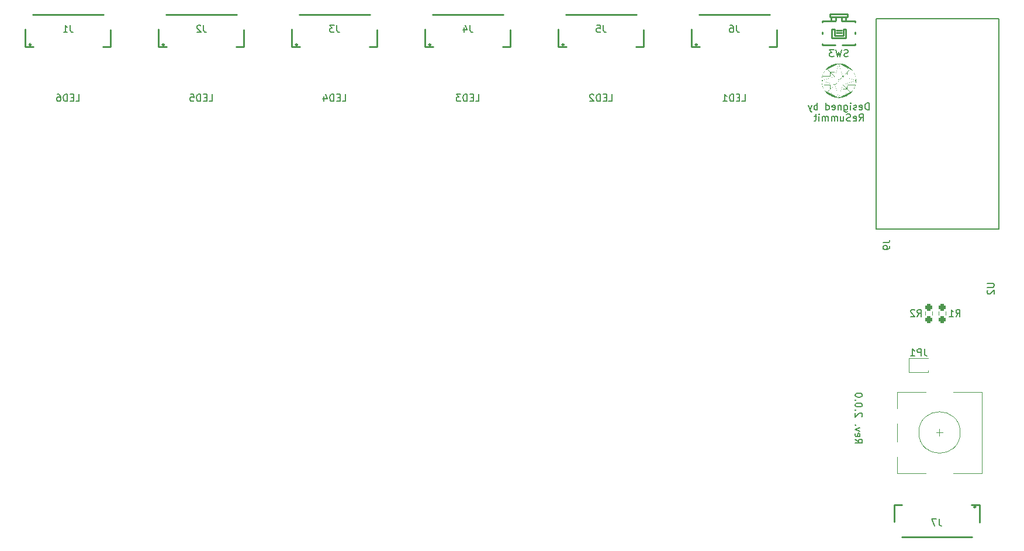
<source format=gbo>
G04 #@! TF.GenerationSoftware,KiCad,Pcbnew,7.0.5*
G04 #@! TF.CreationDate,2024-01-21T02:42:58-08:00*
G04 #@! TF.ProjectId,Seismos_5CoreLShift,53656973-6d6f-4735-9f35-436f72654c53,rev?*
G04 #@! TF.SameCoordinates,Original*
G04 #@! TF.FileFunction,Legend,Bot*
G04 #@! TF.FilePolarity,Positive*
%FSLAX46Y46*%
G04 Gerber Fmt 4.6, Leading zero omitted, Abs format (unit mm)*
G04 Created by KiCad (PCBNEW 7.0.5) date 2024-01-21 02:42:58*
%MOMM*%
%LPD*%
G01*
G04 APERTURE LIST*
G04 Aperture macros list*
%AMRoundRect*
0 Rectangle with rounded corners*
0 $1 Rounding radius*
0 $2 $3 $4 $5 $6 $7 $8 $9 X,Y pos of 4 corners*
0 Add a 4 corners polygon primitive as box body*
4,1,4,$2,$3,$4,$5,$6,$7,$8,$9,$2,$3,0*
0 Add four circle primitives for the rounded corners*
1,1,$1+$1,$2,$3*
1,1,$1+$1,$4,$5*
1,1,$1+$1,$6,$7*
1,1,$1+$1,$8,$9*
0 Add four rect primitives between the rounded corners*
20,1,$1+$1,$2,$3,$4,$5,0*
20,1,$1+$1,$4,$5,$6,$7,0*
20,1,$1+$1,$6,$7,$8,$9,0*
20,1,$1+$1,$8,$9,$2,$3,0*%
%AMFreePoly0*
4,1,6,1.000000,0.000000,0.500000,-0.750000,-0.500000,-0.750000,-0.500000,0.750000,0.500000,0.750000,1.000000,0.000000,1.000000,0.000000,$1*%
%AMFreePoly1*
4,1,6,0.500000,-0.750000,-0.650000,-0.750000,-0.150000,0.000000,-0.650000,0.750000,0.500000,0.750000,0.500000,-0.750000,0.500000,-0.750000,$1*%
G04 Aperture macros list end*
%ADD10C,0.150000*%
%ADD11C,0.120000*%
%ADD12C,0.254000*%
%ADD13C,0.250000*%
%ADD14C,2.000000*%
%ADD15R,3.200000X2.000000*%
%ADD16C,1.200000*%
%ADD17O,2.500000X1.700000*%
%ADD18C,3.200000*%
%ADD19R,1.700000X1.700000*%
%ADD20O,1.700000X1.700000*%
%ADD21C,0.900000*%
%ADD22C,1.400000*%
%ADD23C,1.600000*%
%ADD24R,1.600000X1.600000*%
%ADD25FreePoly0,180.000000*%
%ADD26FreePoly1,180.000000*%
%ADD27R,0.600000X1.700000*%
%ADD28R,1.200000X1.800000*%
%ADD29RoundRect,0.237500X-0.237500X0.250000X-0.237500X-0.250000X0.237500X-0.250000X0.237500X0.250000X0*%
%ADD30R,1.550000X1.000000*%
G04 APERTURE END LIST*
D10*
X155658333Y-34209819D02*
X155658333Y-33209819D01*
X155658333Y-33209819D02*
X155420238Y-33209819D01*
X155420238Y-33209819D02*
X155277381Y-33257438D01*
X155277381Y-33257438D02*
X155182143Y-33352676D01*
X155182143Y-33352676D02*
X155134524Y-33447914D01*
X155134524Y-33447914D02*
X155086905Y-33638390D01*
X155086905Y-33638390D02*
X155086905Y-33781247D01*
X155086905Y-33781247D02*
X155134524Y-33971723D01*
X155134524Y-33971723D02*
X155182143Y-34066961D01*
X155182143Y-34066961D02*
X155277381Y-34162200D01*
X155277381Y-34162200D02*
X155420238Y-34209819D01*
X155420238Y-34209819D02*
X155658333Y-34209819D01*
X154277381Y-34162200D02*
X154372619Y-34209819D01*
X154372619Y-34209819D02*
X154563095Y-34209819D01*
X154563095Y-34209819D02*
X154658333Y-34162200D01*
X154658333Y-34162200D02*
X154705952Y-34066961D01*
X154705952Y-34066961D02*
X154705952Y-33686009D01*
X154705952Y-33686009D02*
X154658333Y-33590771D01*
X154658333Y-33590771D02*
X154563095Y-33543152D01*
X154563095Y-33543152D02*
X154372619Y-33543152D01*
X154372619Y-33543152D02*
X154277381Y-33590771D01*
X154277381Y-33590771D02*
X154229762Y-33686009D01*
X154229762Y-33686009D02*
X154229762Y-33781247D01*
X154229762Y-33781247D02*
X154705952Y-33876485D01*
X153848809Y-34162200D02*
X153753571Y-34209819D01*
X153753571Y-34209819D02*
X153563095Y-34209819D01*
X153563095Y-34209819D02*
X153467857Y-34162200D01*
X153467857Y-34162200D02*
X153420238Y-34066961D01*
X153420238Y-34066961D02*
X153420238Y-34019342D01*
X153420238Y-34019342D02*
X153467857Y-33924104D01*
X153467857Y-33924104D02*
X153563095Y-33876485D01*
X153563095Y-33876485D02*
X153705952Y-33876485D01*
X153705952Y-33876485D02*
X153801190Y-33828866D01*
X153801190Y-33828866D02*
X153848809Y-33733628D01*
X153848809Y-33733628D02*
X153848809Y-33686009D01*
X153848809Y-33686009D02*
X153801190Y-33590771D01*
X153801190Y-33590771D02*
X153705952Y-33543152D01*
X153705952Y-33543152D02*
X153563095Y-33543152D01*
X153563095Y-33543152D02*
X153467857Y-33590771D01*
X152991666Y-34209819D02*
X152991666Y-33543152D01*
X152991666Y-33209819D02*
X153039285Y-33257438D01*
X153039285Y-33257438D02*
X152991666Y-33305057D01*
X152991666Y-33305057D02*
X152944047Y-33257438D01*
X152944047Y-33257438D02*
X152991666Y-33209819D01*
X152991666Y-33209819D02*
X152991666Y-33305057D01*
X152086905Y-33543152D02*
X152086905Y-34352676D01*
X152086905Y-34352676D02*
X152134524Y-34447914D01*
X152134524Y-34447914D02*
X152182143Y-34495533D01*
X152182143Y-34495533D02*
X152277381Y-34543152D01*
X152277381Y-34543152D02*
X152420238Y-34543152D01*
X152420238Y-34543152D02*
X152515476Y-34495533D01*
X152086905Y-34162200D02*
X152182143Y-34209819D01*
X152182143Y-34209819D02*
X152372619Y-34209819D01*
X152372619Y-34209819D02*
X152467857Y-34162200D01*
X152467857Y-34162200D02*
X152515476Y-34114580D01*
X152515476Y-34114580D02*
X152563095Y-34019342D01*
X152563095Y-34019342D02*
X152563095Y-33733628D01*
X152563095Y-33733628D02*
X152515476Y-33638390D01*
X152515476Y-33638390D02*
X152467857Y-33590771D01*
X152467857Y-33590771D02*
X152372619Y-33543152D01*
X152372619Y-33543152D02*
X152182143Y-33543152D01*
X152182143Y-33543152D02*
X152086905Y-33590771D01*
X151610714Y-33543152D02*
X151610714Y-34209819D01*
X151610714Y-33638390D02*
X151563095Y-33590771D01*
X151563095Y-33590771D02*
X151467857Y-33543152D01*
X151467857Y-33543152D02*
X151325000Y-33543152D01*
X151325000Y-33543152D02*
X151229762Y-33590771D01*
X151229762Y-33590771D02*
X151182143Y-33686009D01*
X151182143Y-33686009D02*
X151182143Y-34209819D01*
X150325000Y-34162200D02*
X150420238Y-34209819D01*
X150420238Y-34209819D02*
X150610714Y-34209819D01*
X150610714Y-34209819D02*
X150705952Y-34162200D01*
X150705952Y-34162200D02*
X150753571Y-34066961D01*
X150753571Y-34066961D02*
X150753571Y-33686009D01*
X150753571Y-33686009D02*
X150705952Y-33590771D01*
X150705952Y-33590771D02*
X150610714Y-33543152D01*
X150610714Y-33543152D02*
X150420238Y-33543152D01*
X150420238Y-33543152D02*
X150325000Y-33590771D01*
X150325000Y-33590771D02*
X150277381Y-33686009D01*
X150277381Y-33686009D02*
X150277381Y-33781247D01*
X150277381Y-33781247D02*
X150753571Y-33876485D01*
X149420238Y-34209819D02*
X149420238Y-33209819D01*
X149420238Y-34162200D02*
X149515476Y-34209819D01*
X149515476Y-34209819D02*
X149705952Y-34209819D01*
X149705952Y-34209819D02*
X149801190Y-34162200D01*
X149801190Y-34162200D02*
X149848809Y-34114580D01*
X149848809Y-34114580D02*
X149896428Y-34019342D01*
X149896428Y-34019342D02*
X149896428Y-33733628D01*
X149896428Y-33733628D02*
X149848809Y-33638390D01*
X149848809Y-33638390D02*
X149801190Y-33590771D01*
X149801190Y-33590771D02*
X149705952Y-33543152D01*
X149705952Y-33543152D02*
X149515476Y-33543152D01*
X149515476Y-33543152D02*
X149420238Y-33590771D01*
X148182142Y-34209819D02*
X148182142Y-33209819D01*
X148182142Y-33590771D02*
X148086904Y-33543152D01*
X148086904Y-33543152D02*
X147896428Y-33543152D01*
X147896428Y-33543152D02*
X147801190Y-33590771D01*
X147801190Y-33590771D02*
X147753571Y-33638390D01*
X147753571Y-33638390D02*
X147705952Y-33733628D01*
X147705952Y-33733628D02*
X147705952Y-34019342D01*
X147705952Y-34019342D02*
X147753571Y-34114580D01*
X147753571Y-34114580D02*
X147801190Y-34162200D01*
X147801190Y-34162200D02*
X147896428Y-34209819D01*
X147896428Y-34209819D02*
X148086904Y-34209819D01*
X148086904Y-34209819D02*
X148182142Y-34162200D01*
X147372618Y-33543152D02*
X147134523Y-34209819D01*
X146896428Y-33543152D02*
X147134523Y-34209819D01*
X147134523Y-34209819D02*
X147229761Y-34447914D01*
X147229761Y-34447914D02*
X147277380Y-34495533D01*
X147277380Y-34495533D02*
X147372618Y-34543152D01*
X154229761Y-35819819D02*
X154563094Y-35343628D01*
X154801189Y-35819819D02*
X154801189Y-34819819D01*
X154801189Y-34819819D02*
X154420237Y-34819819D01*
X154420237Y-34819819D02*
X154324999Y-34867438D01*
X154324999Y-34867438D02*
X154277380Y-34915057D01*
X154277380Y-34915057D02*
X154229761Y-35010295D01*
X154229761Y-35010295D02*
X154229761Y-35153152D01*
X154229761Y-35153152D02*
X154277380Y-35248390D01*
X154277380Y-35248390D02*
X154324999Y-35296009D01*
X154324999Y-35296009D02*
X154420237Y-35343628D01*
X154420237Y-35343628D02*
X154801189Y-35343628D01*
X153420237Y-35772200D02*
X153515475Y-35819819D01*
X153515475Y-35819819D02*
X153705951Y-35819819D01*
X153705951Y-35819819D02*
X153801189Y-35772200D01*
X153801189Y-35772200D02*
X153848808Y-35676961D01*
X153848808Y-35676961D02*
X153848808Y-35296009D01*
X153848808Y-35296009D02*
X153801189Y-35200771D01*
X153801189Y-35200771D02*
X153705951Y-35153152D01*
X153705951Y-35153152D02*
X153515475Y-35153152D01*
X153515475Y-35153152D02*
X153420237Y-35200771D01*
X153420237Y-35200771D02*
X153372618Y-35296009D01*
X153372618Y-35296009D02*
X153372618Y-35391247D01*
X153372618Y-35391247D02*
X153848808Y-35486485D01*
X152991665Y-35772200D02*
X152848808Y-35819819D01*
X152848808Y-35819819D02*
X152610713Y-35819819D01*
X152610713Y-35819819D02*
X152515475Y-35772200D01*
X152515475Y-35772200D02*
X152467856Y-35724580D01*
X152467856Y-35724580D02*
X152420237Y-35629342D01*
X152420237Y-35629342D02*
X152420237Y-35534104D01*
X152420237Y-35534104D02*
X152467856Y-35438866D01*
X152467856Y-35438866D02*
X152515475Y-35391247D01*
X152515475Y-35391247D02*
X152610713Y-35343628D01*
X152610713Y-35343628D02*
X152801189Y-35296009D01*
X152801189Y-35296009D02*
X152896427Y-35248390D01*
X152896427Y-35248390D02*
X152944046Y-35200771D01*
X152944046Y-35200771D02*
X152991665Y-35105533D01*
X152991665Y-35105533D02*
X152991665Y-35010295D01*
X152991665Y-35010295D02*
X152944046Y-34915057D01*
X152944046Y-34915057D02*
X152896427Y-34867438D01*
X152896427Y-34867438D02*
X152801189Y-34819819D01*
X152801189Y-34819819D02*
X152563094Y-34819819D01*
X152563094Y-34819819D02*
X152420237Y-34867438D01*
X151563094Y-35153152D02*
X151563094Y-35819819D01*
X151991665Y-35153152D02*
X151991665Y-35676961D01*
X151991665Y-35676961D02*
X151944046Y-35772200D01*
X151944046Y-35772200D02*
X151848808Y-35819819D01*
X151848808Y-35819819D02*
X151705951Y-35819819D01*
X151705951Y-35819819D02*
X151610713Y-35772200D01*
X151610713Y-35772200D02*
X151563094Y-35724580D01*
X151086903Y-35819819D02*
X151086903Y-35153152D01*
X151086903Y-35248390D02*
X151039284Y-35200771D01*
X151039284Y-35200771D02*
X150944046Y-35153152D01*
X150944046Y-35153152D02*
X150801189Y-35153152D01*
X150801189Y-35153152D02*
X150705951Y-35200771D01*
X150705951Y-35200771D02*
X150658332Y-35296009D01*
X150658332Y-35296009D02*
X150658332Y-35819819D01*
X150658332Y-35296009D02*
X150610713Y-35200771D01*
X150610713Y-35200771D02*
X150515475Y-35153152D01*
X150515475Y-35153152D02*
X150372618Y-35153152D01*
X150372618Y-35153152D02*
X150277379Y-35200771D01*
X150277379Y-35200771D02*
X150229760Y-35296009D01*
X150229760Y-35296009D02*
X150229760Y-35819819D01*
X149753570Y-35819819D02*
X149753570Y-35153152D01*
X149753570Y-35248390D02*
X149705951Y-35200771D01*
X149705951Y-35200771D02*
X149610713Y-35153152D01*
X149610713Y-35153152D02*
X149467856Y-35153152D01*
X149467856Y-35153152D02*
X149372618Y-35200771D01*
X149372618Y-35200771D02*
X149324999Y-35296009D01*
X149324999Y-35296009D02*
X149324999Y-35819819D01*
X149324999Y-35296009D02*
X149277380Y-35200771D01*
X149277380Y-35200771D02*
X149182142Y-35153152D01*
X149182142Y-35153152D02*
X149039285Y-35153152D01*
X149039285Y-35153152D02*
X148944046Y-35200771D01*
X148944046Y-35200771D02*
X148896427Y-35296009D01*
X148896427Y-35296009D02*
X148896427Y-35819819D01*
X148420237Y-35819819D02*
X148420237Y-35153152D01*
X148420237Y-34819819D02*
X148467856Y-34867438D01*
X148467856Y-34867438D02*
X148420237Y-34915057D01*
X148420237Y-34915057D02*
X148372618Y-34867438D01*
X148372618Y-34867438D02*
X148420237Y-34819819D01*
X148420237Y-34819819D02*
X148420237Y-34915057D01*
X148086904Y-35153152D02*
X147705952Y-35153152D01*
X147944047Y-34819819D02*
X147944047Y-35676961D01*
X147944047Y-35676961D02*
X147896428Y-35772200D01*
X147896428Y-35772200D02*
X147801190Y-35819819D01*
X147801190Y-35819819D02*
X147705952Y-35819819D01*
X153680180Y-81923809D02*
X154156371Y-82257142D01*
X153680180Y-82495237D02*
X154680180Y-82495237D01*
X154680180Y-82495237D02*
X154680180Y-82114285D01*
X154680180Y-82114285D02*
X154632561Y-82019047D01*
X154632561Y-82019047D02*
X154584942Y-81971428D01*
X154584942Y-81971428D02*
X154489704Y-81923809D01*
X154489704Y-81923809D02*
X154346847Y-81923809D01*
X154346847Y-81923809D02*
X154251609Y-81971428D01*
X154251609Y-81971428D02*
X154203990Y-82019047D01*
X154203990Y-82019047D02*
X154156371Y-82114285D01*
X154156371Y-82114285D02*
X154156371Y-82495237D01*
X153727800Y-81114285D02*
X153680180Y-81209523D01*
X153680180Y-81209523D02*
X153680180Y-81399999D01*
X153680180Y-81399999D02*
X153727800Y-81495237D01*
X153727800Y-81495237D02*
X153823038Y-81542856D01*
X153823038Y-81542856D02*
X154203990Y-81542856D01*
X154203990Y-81542856D02*
X154299228Y-81495237D01*
X154299228Y-81495237D02*
X154346847Y-81399999D01*
X154346847Y-81399999D02*
X154346847Y-81209523D01*
X154346847Y-81209523D02*
X154299228Y-81114285D01*
X154299228Y-81114285D02*
X154203990Y-81066666D01*
X154203990Y-81066666D02*
X154108752Y-81066666D01*
X154108752Y-81066666D02*
X154013514Y-81542856D01*
X154346847Y-80733332D02*
X153680180Y-80495237D01*
X153680180Y-80495237D02*
X154346847Y-80257142D01*
X153775419Y-79876189D02*
X153727800Y-79828570D01*
X153727800Y-79828570D02*
X153680180Y-79876189D01*
X153680180Y-79876189D02*
X153727800Y-79923808D01*
X153727800Y-79923808D02*
X153775419Y-79876189D01*
X153775419Y-79876189D02*
X153680180Y-79876189D01*
X154584942Y-78685713D02*
X154632561Y-78638094D01*
X154632561Y-78638094D02*
X154680180Y-78542856D01*
X154680180Y-78542856D02*
X154680180Y-78304761D01*
X154680180Y-78304761D02*
X154632561Y-78209523D01*
X154632561Y-78209523D02*
X154584942Y-78161904D01*
X154584942Y-78161904D02*
X154489704Y-78114285D01*
X154489704Y-78114285D02*
X154394466Y-78114285D01*
X154394466Y-78114285D02*
X154251609Y-78161904D01*
X154251609Y-78161904D02*
X153680180Y-78733332D01*
X153680180Y-78733332D02*
X153680180Y-78114285D01*
X153775419Y-77685713D02*
X153727800Y-77638094D01*
X153727800Y-77638094D02*
X153680180Y-77685713D01*
X153680180Y-77685713D02*
X153727800Y-77733332D01*
X153727800Y-77733332D02*
X153775419Y-77685713D01*
X153775419Y-77685713D02*
X153680180Y-77685713D01*
X154680180Y-77019047D02*
X154680180Y-76923809D01*
X154680180Y-76923809D02*
X154632561Y-76828571D01*
X154632561Y-76828571D02*
X154584942Y-76780952D01*
X154584942Y-76780952D02*
X154489704Y-76733333D01*
X154489704Y-76733333D02*
X154299228Y-76685714D01*
X154299228Y-76685714D02*
X154061133Y-76685714D01*
X154061133Y-76685714D02*
X153870657Y-76733333D01*
X153870657Y-76733333D02*
X153775419Y-76780952D01*
X153775419Y-76780952D02*
X153727800Y-76828571D01*
X153727800Y-76828571D02*
X153680180Y-76923809D01*
X153680180Y-76923809D02*
X153680180Y-77019047D01*
X153680180Y-77019047D02*
X153727800Y-77114285D01*
X153727800Y-77114285D02*
X153775419Y-77161904D01*
X153775419Y-77161904D02*
X153870657Y-77209523D01*
X153870657Y-77209523D02*
X154061133Y-77257142D01*
X154061133Y-77257142D02*
X154299228Y-77257142D01*
X154299228Y-77257142D02*
X154489704Y-77209523D01*
X154489704Y-77209523D02*
X154584942Y-77161904D01*
X154584942Y-77161904D02*
X154632561Y-77114285D01*
X154632561Y-77114285D02*
X154680180Y-77019047D01*
X153775419Y-76257142D02*
X153727800Y-76209523D01*
X153727800Y-76209523D02*
X153680180Y-76257142D01*
X153680180Y-76257142D02*
X153727800Y-76304761D01*
X153727800Y-76304761D02*
X153775419Y-76257142D01*
X153775419Y-76257142D02*
X153680180Y-76257142D01*
X154680180Y-75590476D02*
X154680180Y-75495238D01*
X154680180Y-75495238D02*
X154632561Y-75400000D01*
X154632561Y-75400000D02*
X154584942Y-75352381D01*
X154584942Y-75352381D02*
X154489704Y-75304762D01*
X154489704Y-75304762D02*
X154299228Y-75257143D01*
X154299228Y-75257143D02*
X154061133Y-75257143D01*
X154061133Y-75257143D02*
X153870657Y-75304762D01*
X153870657Y-75304762D02*
X153775419Y-75352381D01*
X153775419Y-75352381D02*
X153727800Y-75400000D01*
X153727800Y-75400000D02*
X153680180Y-75495238D01*
X153680180Y-75495238D02*
X153680180Y-75590476D01*
X153680180Y-75590476D02*
X153727800Y-75685714D01*
X153727800Y-75685714D02*
X153775419Y-75733333D01*
X153775419Y-75733333D02*
X153870657Y-75780952D01*
X153870657Y-75780952D02*
X154061133Y-75828571D01*
X154061133Y-75828571D02*
X154299228Y-75828571D01*
X154299228Y-75828571D02*
X154489704Y-75780952D01*
X154489704Y-75780952D02*
X154584942Y-75733333D01*
X154584942Y-75733333D02*
X154632561Y-75685714D01*
X154632561Y-75685714D02*
X154680180Y-75590476D01*
X40769047Y-32954819D02*
X41245237Y-32954819D01*
X41245237Y-32954819D02*
X41245237Y-31954819D01*
X40435713Y-32431009D02*
X40102380Y-32431009D01*
X39959523Y-32954819D02*
X40435713Y-32954819D01*
X40435713Y-32954819D02*
X40435713Y-31954819D01*
X40435713Y-31954819D02*
X39959523Y-31954819D01*
X39530951Y-32954819D02*
X39530951Y-31954819D01*
X39530951Y-31954819D02*
X39292856Y-31954819D01*
X39292856Y-31954819D02*
X39149999Y-32002438D01*
X39149999Y-32002438D02*
X39054761Y-32097676D01*
X39054761Y-32097676D02*
X39007142Y-32192914D01*
X39007142Y-32192914D02*
X38959523Y-32383390D01*
X38959523Y-32383390D02*
X38959523Y-32526247D01*
X38959523Y-32526247D02*
X39007142Y-32716723D01*
X39007142Y-32716723D02*
X39054761Y-32811961D01*
X39054761Y-32811961D02*
X39149999Y-32907200D01*
X39149999Y-32907200D02*
X39292856Y-32954819D01*
X39292856Y-32954819D02*
X39530951Y-32954819D01*
X38102380Y-31954819D02*
X38292856Y-31954819D01*
X38292856Y-31954819D02*
X38388094Y-32002438D01*
X38388094Y-32002438D02*
X38435713Y-32050057D01*
X38435713Y-32050057D02*
X38530951Y-32192914D01*
X38530951Y-32192914D02*
X38578570Y-32383390D01*
X38578570Y-32383390D02*
X38578570Y-32764342D01*
X38578570Y-32764342D02*
X38530951Y-32859580D01*
X38530951Y-32859580D02*
X38483332Y-32907200D01*
X38483332Y-32907200D02*
X38388094Y-32954819D01*
X38388094Y-32954819D02*
X38197618Y-32954819D01*
X38197618Y-32954819D02*
X38102380Y-32907200D01*
X38102380Y-32907200D02*
X38054761Y-32859580D01*
X38054761Y-32859580D02*
X38007142Y-32764342D01*
X38007142Y-32764342D02*
X38007142Y-32526247D01*
X38007142Y-32526247D02*
X38054761Y-32431009D01*
X38054761Y-32431009D02*
X38102380Y-32383390D01*
X38102380Y-32383390D02*
X38197618Y-32335771D01*
X38197618Y-32335771D02*
X38388094Y-32335771D01*
X38388094Y-32335771D02*
X38483332Y-32383390D01*
X38483332Y-32383390D02*
X38530951Y-32431009D01*
X38530951Y-32431009D02*
X38578570Y-32526247D01*
X137269047Y-32954819D02*
X137745237Y-32954819D01*
X137745237Y-32954819D02*
X137745237Y-31954819D01*
X136935713Y-32431009D02*
X136602380Y-32431009D01*
X136459523Y-32954819D02*
X136935713Y-32954819D01*
X136935713Y-32954819D02*
X136935713Y-31954819D01*
X136935713Y-31954819D02*
X136459523Y-31954819D01*
X136030951Y-32954819D02*
X136030951Y-31954819D01*
X136030951Y-31954819D02*
X135792856Y-31954819D01*
X135792856Y-31954819D02*
X135649999Y-32002438D01*
X135649999Y-32002438D02*
X135554761Y-32097676D01*
X135554761Y-32097676D02*
X135507142Y-32192914D01*
X135507142Y-32192914D02*
X135459523Y-32383390D01*
X135459523Y-32383390D02*
X135459523Y-32526247D01*
X135459523Y-32526247D02*
X135507142Y-32716723D01*
X135507142Y-32716723D02*
X135554761Y-32811961D01*
X135554761Y-32811961D02*
X135649999Y-32907200D01*
X135649999Y-32907200D02*
X135792856Y-32954819D01*
X135792856Y-32954819D02*
X136030951Y-32954819D01*
X134507142Y-32954819D02*
X135078570Y-32954819D01*
X134792856Y-32954819D02*
X134792856Y-31954819D01*
X134792856Y-31954819D02*
X134888094Y-32097676D01*
X134888094Y-32097676D02*
X134983332Y-32192914D01*
X134983332Y-32192914D02*
X135078570Y-32240533D01*
X98669047Y-32954819D02*
X99145237Y-32954819D01*
X99145237Y-32954819D02*
X99145237Y-31954819D01*
X98335713Y-32431009D02*
X98002380Y-32431009D01*
X97859523Y-32954819D02*
X98335713Y-32954819D01*
X98335713Y-32954819D02*
X98335713Y-31954819D01*
X98335713Y-31954819D02*
X97859523Y-31954819D01*
X97430951Y-32954819D02*
X97430951Y-31954819D01*
X97430951Y-31954819D02*
X97192856Y-31954819D01*
X97192856Y-31954819D02*
X97049999Y-32002438D01*
X97049999Y-32002438D02*
X96954761Y-32097676D01*
X96954761Y-32097676D02*
X96907142Y-32192914D01*
X96907142Y-32192914D02*
X96859523Y-32383390D01*
X96859523Y-32383390D02*
X96859523Y-32526247D01*
X96859523Y-32526247D02*
X96907142Y-32716723D01*
X96907142Y-32716723D02*
X96954761Y-32811961D01*
X96954761Y-32811961D02*
X97049999Y-32907200D01*
X97049999Y-32907200D02*
X97192856Y-32954819D01*
X97192856Y-32954819D02*
X97430951Y-32954819D01*
X96526189Y-31954819D02*
X95907142Y-31954819D01*
X95907142Y-31954819D02*
X96240475Y-32335771D01*
X96240475Y-32335771D02*
X96097618Y-32335771D01*
X96097618Y-32335771D02*
X96002380Y-32383390D01*
X96002380Y-32383390D02*
X95954761Y-32431009D01*
X95954761Y-32431009D02*
X95907142Y-32526247D01*
X95907142Y-32526247D02*
X95907142Y-32764342D01*
X95907142Y-32764342D02*
X95954761Y-32859580D01*
X95954761Y-32859580D02*
X96002380Y-32907200D01*
X96002380Y-32907200D02*
X96097618Y-32954819D01*
X96097618Y-32954819D02*
X96383332Y-32954819D01*
X96383332Y-32954819D02*
X96478570Y-32907200D01*
X96478570Y-32907200D02*
X96526189Y-32859580D01*
X79369047Y-32954819D02*
X79845237Y-32954819D01*
X79845237Y-32954819D02*
X79845237Y-31954819D01*
X79035713Y-32431009D02*
X78702380Y-32431009D01*
X78559523Y-32954819D02*
X79035713Y-32954819D01*
X79035713Y-32954819D02*
X79035713Y-31954819D01*
X79035713Y-31954819D02*
X78559523Y-31954819D01*
X78130951Y-32954819D02*
X78130951Y-31954819D01*
X78130951Y-31954819D02*
X77892856Y-31954819D01*
X77892856Y-31954819D02*
X77749999Y-32002438D01*
X77749999Y-32002438D02*
X77654761Y-32097676D01*
X77654761Y-32097676D02*
X77607142Y-32192914D01*
X77607142Y-32192914D02*
X77559523Y-32383390D01*
X77559523Y-32383390D02*
X77559523Y-32526247D01*
X77559523Y-32526247D02*
X77607142Y-32716723D01*
X77607142Y-32716723D02*
X77654761Y-32811961D01*
X77654761Y-32811961D02*
X77749999Y-32907200D01*
X77749999Y-32907200D02*
X77892856Y-32954819D01*
X77892856Y-32954819D02*
X78130951Y-32954819D01*
X76702380Y-32288152D02*
X76702380Y-32954819D01*
X76940475Y-31907200D02*
X77178570Y-32621485D01*
X77178570Y-32621485D02*
X76559523Y-32621485D01*
X157680819Y-53432666D02*
X158395104Y-53432666D01*
X158395104Y-53432666D02*
X158537961Y-53385047D01*
X158537961Y-53385047D02*
X158633200Y-53289809D01*
X158633200Y-53289809D02*
X158680819Y-53146952D01*
X158680819Y-53146952D02*
X158680819Y-53051714D01*
X158680819Y-53956476D02*
X158680819Y-54146952D01*
X158680819Y-54146952D02*
X158633200Y-54242190D01*
X158633200Y-54242190D02*
X158585580Y-54289809D01*
X158585580Y-54289809D02*
X158442723Y-54385047D01*
X158442723Y-54385047D02*
X158252247Y-54432666D01*
X158252247Y-54432666D02*
X157871295Y-54432666D01*
X157871295Y-54432666D02*
X157776057Y-54385047D01*
X157776057Y-54385047D02*
X157728438Y-54337428D01*
X157728438Y-54337428D02*
X157680819Y-54242190D01*
X157680819Y-54242190D02*
X157680819Y-54051714D01*
X157680819Y-54051714D02*
X157728438Y-53956476D01*
X157728438Y-53956476D02*
X157776057Y-53908857D01*
X157776057Y-53908857D02*
X157871295Y-53861238D01*
X157871295Y-53861238D02*
X158109390Y-53861238D01*
X158109390Y-53861238D02*
X158204628Y-53908857D01*
X158204628Y-53908857D02*
X158252247Y-53956476D01*
X158252247Y-53956476D02*
X158299866Y-54051714D01*
X158299866Y-54051714D02*
X158299866Y-54242190D01*
X158299866Y-54242190D02*
X158252247Y-54337428D01*
X158252247Y-54337428D02*
X158204628Y-54385047D01*
X158204628Y-54385047D02*
X158109390Y-54432666D01*
X172804819Y-59338095D02*
X173614342Y-59338095D01*
X173614342Y-59338095D02*
X173709580Y-59385714D01*
X173709580Y-59385714D02*
X173757200Y-59433333D01*
X173757200Y-59433333D02*
X173804819Y-59528571D01*
X173804819Y-59528571D02*
X173804819Y-59719047D01*
X173804819Y-59719047D02*
X173757200Y-59814285D01*
X173757200Y-59814285D02*
X173709580Y-59861904D01*
X173709580Y-59861904D02*
X173614342Y-59909523D01*
X173614342Y-59909523D02*
X172804819Y-59909523D01*
X172900057Y-60338095D02*
X172852438Y-60385714D01*
X172852438Y-60385714D02*
X172804819Y-60480952D01*
X172804819Y-60480952D02*
X172804819Y-60719047D01*
X172804819Y-60719047D02*
X172852438Y-60814285D01*
X172852438Y-60814285D02*
X172900057Y-60861904D01*
X172900057Y-60861904D02*
X172995295Y-60909523D01*
X172995295Y-60909523D02*
X173090533Y-60909523D01*
X173090533Y-60909523D02*
X173233390Y-60861904D01*
X173233390Y-60861904D02*
X173804819Y-60290476D01*
X173804819Y-60290476D02*
X173804819Y-60909523D01*
X117969047Y-32954819D02*
X118445237Y-32954819D01*
X118445237Y-32954819D02*
X118445237Y-31954819D01*
X117635713Y-32431009D02*
X117302380Y-32431009D01*
X117159523Y-32954819D02*
X117635713Y-32954819D01*
X117635713Y-32954819D02*
X117635713Y-31954819D01*
X117635713Y-31954819D02*
X117159523Y-31954819D01*
X116730951Y-32954819D02*
X116730951Y-31954819D01*
X116730951Y-31954819D02*
X116492856Y-31954819D01*
X116492856Y-31954819D02*
X116349999Y-32002438D01*
X116349999Y-32002438D02*
X116254761Y-32097676D01*
X116254761Y-32097676D02*
X116207142Y-32192914D01*
X116207142Y-32192914D02*
X116159523Y-32383390D01*
X116159523Y-32383390D02*
X116159523Y-32526247D01*
X116159523Y-32526247D02*
X116207142Y-32716723D01*
X116207142Y-32716723D02*
X116254761Y-32811961D01*
X116254761Y-32811961D02*
X116349999Y-32907200D01*
X116349999Y-32907200D02*
X116492856Y-32954819D01*
X116492856Y-32954819D02*
X116730951Y-32954819D01*
X115778570Y-32050057D02*
X115730951Y-32002438D01*
X115730951Y-32002438D02*
X115635713Y-31954819D01*
X115635713Y-31954819D02*
X115397618Y-31954819D01*
X115397618Y-31954819D02*
X115302380Y-32002438D01*
X115302380Y-32002438D02*
X115254761Y-32050057D01*
X115254761Y-32050057D02*
X115207142Y-32145295D01*
X115207142Y-32145295D02*
X115207142Y-32240533D01*
X115207142Y-32240533D02*
X115254761Y-32383390D01*
X115254761Y-32383390D02*
X115826189Y-32954819D01*
X115826189Y-32954819D02*
X115207142Y-32954819D01*
X60069047Y-32954819D02*
X60545237Y-32954819D01*
X60545237Y-32954819D02*
X60545237Y-31954819D01*
X59735713Y-32431009D02*
X59402380Y-32431009D01*
X59259523Y-32954819D02*
X59735713Y-32954819D01*
X59735713Y-32954819D02*
X59735713Y-31954819D01*
X59735713Y-31954819D02*
X59259523Y-31954819D01*
X58830951Y-32954819D02*
X58830951Y-31954819D01*
X58830951Y-31954819D02*
X58592856Y-31954819D01*
X58592856Y-31954819D02*
X58449999Y-32002438D01*
X58449999Y-32002438D02*
X58354761Y-32097676D01*
X58354761Y-32097676D02*
X58307142Y-32192914D01*
X58307142Y-32192914D02*
X58259523Y-32383390D01*
X58259523Y-32383390D02*
X58259523Y-32526247D01*
X58259523Y-32526247D02*
X58307142Y-32716723D01*
X58307142Y-32716723D02*
X58354761Y-32811961D01*
X58354761Y-32811961D02*
X58449999Y-32907200D01*
X58449999Y-32907200D02*
X58592856Y-32954819D01*
X58592856Y-32954819D02*
X58830951Y-32954819D01*
X57354761Y-31954819D02*
X57830951Y-31954819D01*
X57830951Y-31954819D02*
X57878570Y-32431009D01*
X57878570Y-32431009D02*
X57830951Y-32383390D01*
X57830951Y-32383390D02*
X57735713Y-32335771D01*
X57735713Y-32335771D02*
X57497618Y-32335771D01*
X57497618Y-32335771D02*
X57402380Y-32383390D01*
X57402380Y-32383390D02*
X57354761Y-32431009D01*
X57354761Y-32431009D02*
X57307142Y-32526247D01*
X57307142Y-32526247D02*
X57307142Y-32764342D01*
X57307142Y-32764342D02*
X57354761Y-32859580D01*
X57354761Y-32859580D02*
X57402380Y-32907200D01*
X57402380Y-32907200D02*
X57497618Y-32954819D01*
X57497618Y-32954819D02*
X57735713Y-32954819D01*
X57735713Y-32954819D02*
X57830951Y-32907200D01*
X57830951Y-32907200D02*
X57878570Y-32859580D01*
X163708333Y-68854819D02*
X163708333Y-69569104D01*
X163708333Y-69569104D02*
X163755952Y-69711961D01*
X163755952Y-69711961D02*
X163851190Y-69807200D01*
X163851190Y-69807200D02*
X163994047Y-69854819D01*
X163994047Y-69854819D02*
X164089285Y-69854819D01*
X163232142Y-69854819D02*
X163232142Y-68854819D01*
X163232142Y-68854819D02*
X162851190Y-68854819D01*
X162851190Y-68854819D02*
X162755952Y-68902438D01*
X162755952Y-68902438D02*
X162708333Y-68950057D01*
X162708333Y-68950057D02*
X162660714Y-69045295D01*
X162660714Y-69045295D02*
X162660714Y-69188152D01*
X162660714Y-69188152D02*
X162708333Y-69283390D01*
X162708333Y-69283390D02*
X162755952Y-69331009D01*
X162755952Y-69331009D02*
X162851190Y-69378628D01*
X162851190Y-69378628D02*
X163232142Y-69378628D01*
X161708333Y-69854819D02*
X162279761Y-69854819D01*
X161994047Y-69854819D02*
X161994047Y-68854819D01*
X161994047Y-68854819D02*
X162089285Y-68997676D01*
X162089285Y-68997676D02*
X162184523Y-69092914D01*
X162184523Y-69092914D02*
X162279761Y-69140533D01*
X39983333Y-21954819D02*
X39983333Y-22669104D01*
X39983333Y-22669104D02*
X40030952Y-22811961D01*
X40030952Y-22811961D02*
X40126190Y-22907200D01*
X40126190Y-22907200D02*
X40269047Y-22954819D01*
X40269047Y-22954819D02*
X40364285Y-22954819D01*
X38983333Y-22954819D02*
X39554761Y-22954819D01*
X39269047Y-22954819D02*
X39269047Y-21954819D01*
X39269047Y-21954819D02*
X39364285Y-22097676D01*
X39364285Y-22097676D02*
X39459523Y-22192914D01*
X39459523Y-22192914D02*
X39554761Y-22240533D01*
X168266666Y-64154819D02*
X168599999Y-63678628D01*
X168838094Y-64154819D02*
X168838094Y-63154819D01*
X168838094Y-63154819D02*
X168457142Y-63154819D01*
X168457142Y-63154819D02*
X168361904Y-63202438D01*
X168361904Y-63202438D02*
X168314285Y-63250057D01*
X168314285Y-63250057D02*
X168266666Y-63345295D01*
X168266666Y-63345295D02*
X168266666Y-63488152D01*
X168266666Y-63488152D02*
X168314285Y-63583390D01*
X168314285Y-63583390D02*
X168361904Y-63631009D01*
X168361904Y-63631009D02*
X168457142Y-63678628D01*
X168457142Y-63678628D02*
X168838094Y-63678628D01*
X167314285Y-64154819D02*
X167885713Y-64154819D01*
X167599999Y-64154819D02*
X167599999Y-63154819D01*
X167599999Y-63154819D02*
X167695237Y-63297676D01*
X167695237Y-63297676D02*
X167790475Y-63392914D01*
X167790475Y-63392914D02*
X167885713Y-63440533D01*
X59283333Y-21954819D02*
X59283333Y-22669104D01*
X59283333Y-22669104D02*
X59330952Y-22811961D01*
X59330952Y-22811961D02*
X59426190Y-22907200D01*
X59426190Y-22907200D02*
X59569047Y-22954819D01*
X59569047Y-22954819D02*
X59664285Y-22954819D01*
X58854761Y-22050057D02*
X58807142Y-22002438D01*
X58807142Y-22002438D02*
X58711904Y-21954819D01*
X58711904Y-21954819D02*
X58473809Y-21954819D01*
X58473809Y-21954819D02*
X58378571Y-22002438D01*
X58378571Y-22002438D02*
X58330952Y-22050057D01*
X58330952Y-22050057D02*
X58283333Y-22145295D01*
X58283333Y-22145295D02*
X58283333Y-22240533D01*
X58283333Y-22240533D02*
X58330952Y-22383390D01*
X58330952Y-22383390D02*
X58902380Y-22954819D01*
X58902380Y-22954819D02*
X58283333Y-22954819D01*
X152620832Y-26456700D02*
X152477975Y-26504319D01*
X152477975Y-26504319D02*
X152239880Y-26504319D01*
X152239880Y-26504319D02*
X152144642Y-26456700D01*
X152144642Y-26456700D02*
X152097023Y-26409080D01*
X152097023Y-26409080D02*
X152049404Y-26313842D01*
X152049404Y-26313842D02*
X152049404Y-26218604D01*
X152049404Y-26218604D02*
X152097023Y-26123366D01*
X152097023Y-26123366D02*
X152144642Y-26075747D01*
X152144642Y-26075747D02*
X152239880Y-26028128D01*
X152239880Y-26028128D02*
X152430356Y-25980509D01*
X152430356Y-25980509D02*
X152525594Y-25932890D01*
X152525594Y-25932890D02*
X152573213Y-25885271D01*
X152573213Y-25885271D02*
X152620832Y-25790033D01*
X152620832Y-25790033D02*
X152620832Y-25694795D01*
X152620832Y-25694795D02*
X152573213Y-25599557D01*
X152573213Y-25599557D02*
X152525594Y-25551938D01*
X152525594Y-25551938D02*
X152430356Y-25504319D01*
X152430356Y-25504319D02*
X152192261Y-25504319D01*
X152192261Y-25504319D02*
X152049404Y-25551938D01*
X151716070Y-25504319D02*
X151477975Y-26504319D01*
X151477975Y-26504319D02*
X151287499Y-25790033D01*
X151287499Y-25790033D02*
X151097023Y-26504319D01*
X151097023Y-26504319D02*
X150858928Y-25504319D01*
X150573213Y-25504319D02*
X149954166Y-25504319D01*
X149954166Y-25504319D02*
X150287499Y-25885271D01*
X150287499Y-25885271D02*
X150144642Y-25885271D01*
X150144642Y-25885271D02*
X150049404Y-25932890D01*
X150049404Y-25932890D02*
X150001785Y-25980509D01*
X150001785Y-25980509D02*
X149954166Y-26075747D01*
X149954166Y-26075747D02*
X149954166Y-26313842D01*
X149954166Y-26313842D02*
X150001785Y-26409080D01*
X150001785Y-26409080D02*
X150049404Y-26456700D01*
X150049404Y-26456700D02*
X150144642Y-26504319D01*
X150144642Y-26504319D02*
X150430356Y-26504319D01*
X150430356Y-26504319D02*
X150525594Y-26456700D01*
X150525594Y-26456700D02*
X150573213Y-26409080D01*
X136483333Y-21954819D02*
X136483333Y-22669104D01*
X136483333Y-22669104D02*
X136530952Y-22811961D01*
X136530952Y-22811961D02*
X136626190Y-22907200D01*
X136626190Y-22907200D02*
X136769047Y-22954819D01*
X136769047Y-22954819D02*
X136864285Y-22954819D01*
X135578571Y-21954819D02*
X135769047Y-21954819D01*
X135769047Y-21954819D02*
X135864285Y-22002438D01*
X135864285Y-22002438D02*
X135911904Y-22050057D01*
X135911904Y-22050057D02*
X136007142Y-22192914D01*
X136007142Y-22192914D02*
X136054761Y-22383390D01*
X136054761Y-22383390D02*
X136054761Y-22764342D01*
X136054761Y-22764342D02*
X136007142Y-22859580D01*
X136007142Y-22859580D02*
X135959523Y-22907200D01*
X135959523Y-22907200D02*
X135864285Y-22954819D01*
X135864285Y-22954819D02*
X135673809Y-22954819D01*
X135673809Y-22954819D02*
X135578571Y-22907200D01*
X135578571Y-22907200D02*
X135530952Y-22859580D01*
X135530952Y-22859580D02*
X135483333Y-22764342D01*
X135483333Y-22764342D02*
X135483333Y-22526247D01*
X135483333Y-22526247D02*
X135530952Y-22431009D01*
X135530952Y-22431009D02*
X135578571Y-22383390D01*
X135578571Y-22383390D02*
X135673809Y-22335771D01*
X135673809Y-22335771D02*
X135864285Y-22335771D01*
X135864285Y-22335771D02*
X135959523Y-22383390D01*
X135959523Y-22383390D02*
X136007142Y-22431009D01*
X136007142Y-22431009D02*
X136054761Y-22526247D01*
X165833333Y-93454819D02*
X165833333Y-94169104D01*
X165833333Y-94169104D02*
X165880952Y-94311961D01*
X165880952Y-94311961D02*
X165976190Y-94407200D01*
X165976190Y-94407200D02*
X166119047Y-94454819D01*
X166119047Y-94454819D02*
X166214285Y-94454819D01*
X165452380Y-93454819D02*
X164785714Y-93454819D01*
X164785714Y-93454819D02*
X165214285Y-94454819D01*
X97883333Y-21954819D02*
X97883333Y-22669104D01*
X97883333Y-22669104D02*
X97930952Y-22811961D01*
X97930952Y-22811961D02*
X98026190Y-22907200D01*
X98026190Y-22907200D02*
X98169047Y-22954819D01*
X98169047Y-22954819D02*
X98264285Y-22954819D01*
X96978571Y-22288152D02*
X96978571Y-22954819D01*
X97216666Y-21907200D02*
X97454761Y-22621485D01*
X97454761Y-22621485D02*
X96835714Y-22621485D01*
X78583333Y-21954819D02*
X78583333Y-22669104D01*
X78583333Y-22669104D02*
X78630952Y-22811961D01*
X78630952Y-22811961D02*
X78726190Y-22907200D01*
X78726190Y-22907200D02*
X78869047Y-22954819D01*
X78869047Y-22954819D02*
X78964285Y-22954819D01*
X78202380Y-21954819D02*
X77583333Y-21954819D01*
X77583333Y-21954819D02*
X77916666Y-22335771D01*
X77916666Y-22335771D02*
X77773809Y-22335771D01*
X77773809Y-22335771D02*
X77678571Y-22383390D01*
X77678571Y-22383390D02*
X77630952Y-22431009D01*
X77630952Y-22431009D02*
X77583333Y-22526247D01*
X77583333Y-22526247D02*
X77583333Y-22764342D01*
X77583333Y-22764342D02*
X77630952Y-22859580D01*
X77630952Y-22859580D02*
X77678571Y-22907200D01*
X77678571Y-22907200D02*
X77773809Y-22954819D01*
X77773809Y-22954819D02*
X78059523Y-22954819D01*
X78059523Y-22954819D02*
X78154761Y-22907200D01*
X78154761Y-22907200D02*
X78202380Y-22859580D01*
X162666666Y-64154819D02*
X162999999Y-63678628D01*
X163238094Y-64154819D02*
X163238094Y-63154819D01*
X163238094Y-63154819D02*
X162857142Y-63154819D01*
X162857142Y-63154819D02*
X162761904Y-63202438D01*
X162761904Y-63202438D02*
X162714285Y-63250057D01*
X162714285Y-63250057D02*
X162666666Y-63345295D01*
X162666666Y-63345295D02*
X162666666Y-63488152D01*
X162666666Y-63488152D02*
X162714285Y-63583390D01*
X162714285Y-63583390D02*
X162761904Y-63631009D01*
X162761904Y-63631009D02*
X162857142Y-63678628D01*
X162857142Y-63678628D02*
X163238094Y-63678628D01*
X162285713Y-63250057D02*
X162238094Y-63202438D01*
X162238094Y-63202438D02*
X162142856Y-63154819D01*
X162142856Y-63154819D02*
X161904761Y-63154819D01*
X161904761Y-63154819D02*
X161809523Y-63202438D01*
X161809523Y-63202438D02*
X161761904Y-63250057D01*
X161761904Y-63250057D02*
X161714285Y-63345295D01*
X161714285Y-63345295D02*
X161714285Y-63440533D01*
X161714285Y-63440533D02*
X161761904Y-63583390D01*
X161761904Y-63583390D02*
X162333332Y-64154819D01*
X162333332Y-64154819D02*
X161714285Y-64154819D01*
X117183333Y-21954819D02*
X117183333Y-22669104D01*
X117183333Y-22669104D02*
X117230952Y-22811961D01*
X117230952Y-22811961D02*
X117326190Y-22907200D01*
X117326190Y-22907200D02*
X117469047Y-22954819D01*
X117469047Y-22954819D02*
X117564285Y-22954819D01*
X116230952Y-21954819D02*
X116707142Y-21954819D01*
X116707142Y-21954819D02*
X116754761Y-22431009D01*
X116754761Y-22431009D02*
X116707142Y-22383390D01*
X116707142Y-22383390D02*
X116611904Y-22335771D01*
X116611904Y-22335771D02*
X116373809Y-22335771D01*
X116373809Y-22335771D02*
X116278571Y-22383390D01*
X116278571Y-22383390D02*
X116230952Y-22431009D01*
X116230952Y-22431009D02*
X116183333Y-22526247D01*
X116183333Y-22526247D02*
X116183333Y-22764342D01*
X116183333Y-22764342D02*
X116230952Y-22859580D01*
X116230952Y-22859580D02*
X116278571Y-22907200D01*
X116278571Y-22907200D02*
X116373809Y-22954819D01*
X116373809Y-22954819D02*
X116611904Y-22954819D01*
X116611904Y-22954819D02*
X116707142Y-22907200D01*
X116707142Y-22907200D02*
X116754761Y-22859580D01*
D11*
X171990000Y-86860000D02*
X171990000Y-75060000D01*
X167890000Y-86860000D02*
X171990000Y-86860000D01*
X167890000Y-75060000D02*
X171990000Y-75060000D01*
X166390000Y-80960000D02*
X165390000Y-80960000D01*
X165890000Y-81460000D02*
X165890000Y-80460000D01*
X163890000Y-86860000D02*
X159790000Y-86860000D01*
X159790000Y-86860000D02*
X159790000Y-84460000D01*
X159790000Y-82260000D02*
X159790000Y-79660000D01*
X159790000Y-77460000D02*
X159790000Y-75060000D01*
X159790000Y-75060000D02*
X163890000Y-75060000D01*
X168890000Y-80960000D02*
G75*
G03*
X168890000Y-80960000I-3000000J0D01*
G01*
D10*
X174526000Y-21016000D02*
X174526000Y-51496000D01*
X156746000Y-21016000D02*
X174526000Y-21016000D01*
X156746000Y-21016000D02*
X156746000Y-51496000D01*
X174526000Y-51496000D02*
X156746000Y-51496000D01*
D11*
X164275000Y-72200000D02*
X164275000Y-70200000D01*
X164275000Y-70200000D02*
X161475000Y-70200000D01*
X161475000Y-72200000D02*
X164275000Y-72200000D01*
X161475000Y-70200000D02*
X161475000Y-72200000D01*
D12*
X33450000Y-22538000D02*
X33450000Y-25078000D01*
X33450000Y-25078000D02*
X34619000Y-25078000D01*
X44681000Y-25078000D02*
X45790000Y-25078000D01*
X44758000Y-20400000D02*
X34542000Y-20400000D01*
X45790000Y-25078000D02*
X45790000Y-22641000D01*
X34275000Y-24760000D02*
G75*
G03*
X34275000Y-24760000I-125000J0D01*
G01*
D11*
X166822500Y-63445276D02*
X166822500Y-63954724D01*
X165777500Y-63445276D02*
X165777500Y-63954724D01*
D12*
X52750000Y-22538000D02*
X52750000Y-25078000D01*
X52750000Y-25078000D02*
X53919000Y-25078000D01*
X63981000Y-25078000D02*
X65090000Y-25078000D01*
X64058000Y-20400000D02*
X53842000Y-20400000D01*
X65090000Y-25078000D02*
X65090000Y-22641000D01*
X53575000Y-24760000D02*
G75*
G03*
X53575000Y-24760000I-125000J0D01*
G01*
X148937500Y-24799500D02*
X148937500Y-24630500D01*
X150748500Y-24799500D02*
X149001500Y-24799500D01*
X153637500Y-24799500D02*
X151826500Y-24799500D01*
X153637500Y-24630500D02*
X153637500Y-24799500D01*
X150271500Y-23811500D02*
X152303500Y-23811500D01*
X152303500Y-23811500D02*
X152303500Y-22541500D01*
X150652500Y-23430500D02*
X151922500Y-23430500D01*
X151922500Y-23430500D02*
X151922500Y-22541500D01*
X148937500Y-23168500D02*
X148937500Y-22930500D01*
X150906500Y-23049500D02*
X151668500Y-23049500D01*
X153637500Y-22930500D02*
X153637500Y-23168500D01*
X150906500Y-22668500D02*
X151668500Y-22668500D01*
X150271500Y-22541500D02*
X150271500Y-23811500D01*
X150271500Y-22541500D02*
X150652500Y-22541500D01*
X150652500Y-22541500D02*
X150652500Y-23430500D01*
X151922500Y-22541500D02*
X152303500Y-22541500D01*
X148937500Y-21468500D02*
X148937500Y-21299500D01*
X150748500Y-21299500D02*
X148937500Y-21299500D01*
X153637500Y-21299500D02*
X153637500Y-21468500D01*
X153637500Y-21299500D02*
X151826500Y-21299500D01*
X149987500Y-20763500D02*
X152587500Y-20763500D01*
X150196500Y-20763500D02*
X150196500Y-21299500D01*
X150858500Y-20763500D02*
X150858500Y-21299500D01*
X151713500Y-20763500D02*
X151713500Y-21299500D01*
X152281500Y-20763500D02*
X152281500Y-21299500D01*
X149987500Y-20299500D02*
X149987500Y-20763500D01*
X149987500Y-20299500D02*
X152587500Y-20299500D01*
X152587500Y-20299500D02*
X152587500Y-20763500D01*
X129950000Y-22538000D02*
X129950000Y-25078000D01*
X129950000Y-25078000D02*
X131119000Y-25078000D01*
X141181000Y-25078000D02*
X142290000Y-25078000D01*
X141258000Y-20400000D02*
X131042000Y-20400000D01*
X142290000Y-25078000D02*
X142290000Y-22641000D01*
X130775000Y-24760000D02*
G75*
G03*
X130775000Y-24760000I-125000J0D01*
G01*
G36*
X153595770Y-29120192D02*
G01*
X153590885Y-29125077D01*
X153586000Y-29120192D01*
X153590885Y-29115307D01*
X153595770Y-29120192D01*
G37*
G36*
X153410154Y-31201038D02*
G01*
X153405270Y-31205923D01*
X153400385Y-31201038D01*
X153405270Y-31196153D01*
X153410154Y-31201038D01*
G37*
G36*
X153361308Y-28670807D02*
G01*
X153356423Y-28675692D01*
X153351539Y-28670807D01*
X153356423Y-28665923D01*
X153361308Y-28670807D01*
G37*
G36*
X153283154Y-28719653D02*
G01*
X153278270Y-28724538D01*
X153273385Y-28719653D01*
X153278270Y-28714769D01*
X153283154Y-28719653D01*
G37*
G36*
X153205000Y-31367115D02*
G01*
X153200116Y-31372000D01*
X153195231Y-31367115D01*
X153200116Y-31362230D01*
X153205000Y-31367115D01*
G37*
G36*
X153205000Y-28534038D02*
G01*
X153200116Y-28538923D01*
X153195231Y-28534038D01*
X153200116Y-28529153D01*
X153205000Y-28534038D01*
G37*
G36*
X153068231Y-28504730D02*
G01*
X153063347Y-28509615D01*
X153058462Y-28504730D01*
X153063347Y-28499846D01*
X153068231Y-28504730D01*
G37*
G36*
X152697000Y-28690346D02*
G01*
X152692116Y-28695230D01*
X152687231Y-28690346D01*
X152692116Y-28685461D01*
X152697000Y-28690346D01*
G37*
G36*
X152697000Y-28240961D02*
G01*
X152692116Y-28245846D01*
X152687231Y-28240961D01*
X152692116Y-28236077D01*
X152697000Y-28240961D01*
G37*
G36*
X152638385Y-28582884D02*
G01*
X152633500Y-28587769D01*
X152628616Y-28582884D01*
X152633500Y-28578000D01*
X152638385Y-28582884D01*
G37*
G36*
X152609077Y-31386653D02*
G01*
X152604193Y-31391538D01*
X152599308Y-31386653D01*
X152604193Y-31381769D01*
X152609077Y-31386653D01*
G37*
G36*
X152560231Y-28612192D02*
G01*
X152555347Y-28617077D01*
X152550462Y-28612192D01*
X152555347Y-28607307D01*
X152560231Y-28612192D01*
G37*
G36*
X152267154Y-28026038D02*
G01*
X152262270Y-28030923D01*
X152257385Y-28026038D01*
X152262270Y-28021153D01*
X152267154Y-28026038D01*
G37*
G36*
X150665000Y-31982577D02*
G01*
X150660116Y-31987461D01*
X150655231Y-31982577D01*
X150660116Y-31977692D01*
X150665000Y-31982577D01*
G37*
G36*
X150557539Y-28074884D02*
G01*
X150552654Y-28079769D01*
X150547770Y-28074884D01*
X150552654Y-28070000D01*
X150557539Y-28074884D01*
G37*
G36*
X150508693Y-28104192D02*
G01*
X150503808Y-28109077D01*
X150498923Y-28104192D01*
X150503808Y-28099307D01*
X150508693Y-28104192D01*
G37*
G36*
X150342616Y-31894653D02*
G01*
X150337731Y-31899538D01*
X150332847Y-31894653D01*
X150337731Y-31889769D01*
X150342616Y-31894653D01*
G37*
G36*
X150186308Y-31308500D02*
G01*
X150181423Y-31313384D01*
X150176539Y-31308500D01*
X150181423Y-31303615D01*
X150186308Y-31308500D01*
G37*
G36*
X150127693Y-28612192D02*
G01*
X150122808Y-28617077D01*
X150117923Y-28612192D01*
X150122808Y-28607307D01*
X150127693Y-28612192D01*
G37*
G36*
X150127693Y-28289807D02*
G01*
X150122808Y-28294692D01*
X150117923Y-28289807D01*
X150122808Y-28284923D01*
X150127693Y-28289807D01*
G37*
G36*
X150078847Y-28319115D02*
G01*
X150073962Y-28324000D01*
X150069077Y-28319115D01*
X150073962Y-28314230D01*
X150078847Y-28319115D01*
G37*
G36*
X149834616Y-28612192D02*
G01*
X149829731Y-28617077D01*
X149824847Y-28612192D01*
X149829731Y-28607307D01*
X149834616Y-28612192D01*
G37*
G36*
X149678308Y-28455884D02*
G01*
X149673423Y-28460769D01*
X149668539Y-28455884D01*
X149673423Y-28451000D01*
X149678308Y-28455884D01*
G37*
G36*
X149649000Y-28426577D02*
G01*
X149644116Y-28431461D01*
X149639231Y-28426577D01*
X149644116Y-28421692D01*
X149649000Y-28426577D01*
G37*
G36*
X149463385Y-31415961D02*
G01*
X149458500Y-31420846D01*
X149453616Y-31415961D01*
X149458500Y-31411077D01*
X149463385Y-31415961D01*
G37*
G36*
X149434077Y-31367115D02*
G01*
X149429193Y-31372000D01*
X149424308Y-31367115D01*
X149429193Y-31362230D01*
X149434077Y-31367115D01*
G37*
G36*
X149355923Y-28504730D02*
G01*
X149351039Y-28509615D01*
X149346154Y-28504730D01*
X149351039Y-28499846D01*
X149355923Y-28504730D01*
G37*
G36*
X149219154Y-28856423D02*
G01*
X149214270Y-28861307D01*
X149209385Y-28856423D01*
X149214270Y-28851538D01*
X149219154Y-28856423D01*
G37*
G36*
X149062847Y-30800500D02*
G01*
X149057962Y-30805384D01*
X149053077Y-30800500D01*
X149057962Y-30795615D01*
X149062847Y-30800500D01*
G37*
G36*
X149062847Y-29120192D02*
G01*
X149057962Y-29125077D01*
X149053077Y-29120192D01*
X149057962Y-29115307D01*
X149062847Y-29120192D01*
G37*
G36*
X149033539Y-30722346D02*
G01*
X149028654Y-30727230D01*
X149023770Y-30722346D01*
X149028654Y-30717461D01*
X149033539Y-30722346D01*
G37*
G36*
X153602282Y-30798871D02*
G01*
X153603811Y-30801810D01*
X153595770Y-30805384D01*
X153590598Y-30804679D01*
X153589257Y-30798871D01*
X153590689Y-30797702D01*
X153602282Y-30798871D01*
G37*
G36*
X153494821Y-31013794D02*
G01*
X153496349Y-31016733D01*
X153488308Y-31020307D01*
X153483136Y-31019602D01*
X153481795Y-31013794D01*
X153483227Y-31012625D01*
X153494821Y-31013794D01*
G37*
G36*
X153416667Y-29147871D02*
G01*
X153418195Y-29150810D01*
X153410154Y-29154384D01*
X153404982Y-29153679D01*
X153403641Y-29147871D01*
X153405073Y-29146702D01*
X153416667Y-29147871D01*
G37*
G36*
X153309206Y-28610564D02*
G01*
X153310734Y-28613502D01*
X153302693Y-28617077D01*
X153297521Y-28616371D01*
X153296180Y-28610564D01*
X153297612Y-28609394D01*
X153309206Y-28610564D01*
G37*
G36*
X152824000Y-31577153D02*
G01*
X152823295Y-31582325D01*
X152817488Y-31583666D01*
X152816318Y-31582234D01*
X152817488Y-31570641D01*
X152820426Y-31569112D01*
X152824000Y-31577153D01*
G37*
G36*
X152693744Y-31521794D02*
G01*
X152695272Y-31524733D01*
X152687231Y-31528307D01*
X152682059Y-31527602D01*
X152680718Y-31521794D01*
X152682150Y-31520625D01*
X152693744Y-31521794D01*
G37*
G36*
X152560231Y-31499000D02*
G01*
X152559526Y-31504171D01*
X152553718Y-31505512D01*
X152552549Y-31504081D01*
X152553718Y-31492487D01*
X152556657Y-31490958D01*
X152560231Y-31499000D01*
G37*
G36*
X152508129Y-31258025D02*
G01*
X152509657Y-31260964D01*
X152501616Y-31264538D01*
X152496444Y-31263833D01*
X152495103Y-31258025D01*
X152496535Y-31256856D01*
X152508129Y-31258025D01*
G37*
G36*
X152345308Y-31284077D02*
G01*
X152344603Y-31289248D01*
X152338795Y-31290589D01*
X152337626Y-31289157D01*
X152338795Y-31277564D01*
X152341734Y-31276035D01*
X152345308Y-31284077D01*
G37*
G36*
X150235154Y-31792077D02*
G01*
X150234449Y-31797248D01*
X150228641Y-31798589D01*
X150227472Y-31797157D01*
X150228641Y-31785564D01*
X150231580Y-31784035D01*
X150235154Y-31792077D01*
G37*
G36*
X150212359Y-28102564D02*
G01*
X150213888Y-28105502D01*
X150205847Y-28109077D01*
X150200675Y-28108371D01*
X150199334Y-28102564D01*
X150200766Y-28101394D01*
X150212359Y-28102564D01*
G37*
G36*
X150026744Y-28903641D02*
G01*
X150028272Y-28906579D01*
X150020231Y-28910153D01*
X150015059Y-28909448D01*
X150013718Y-28903641D01*
X150015150Y-28902471D01*
X150026744Y-28903641D01*
G37*
G36*
X150000693Y-29281384D02*
G01*
X149999988Y-29286556D01*
X149994180Y-29287897D01*
X149993011Y-29286465D01*
X149994180Y-29274871D01*
X149997118Y-29273343D01*
X150000693Y-29281384D01*
G37*
G36*
X149811821Y-31580410D02*
G01*
X149813349Y-31583348D01*
X149805308Y-31586923D01*
X149800136Y-31586218D01*
X149798795Y-31580410D01*
X149800227Y-31579241D01*
X149811821Y-31580410D01*
G37*
G36*
X149782513Y-28317487D02*
G01*
X149784042Y-28320425D01*
X149776000Y-28324000D01*
X149770829Y-28323295D01*
X149769488Y-28317487D01*
X149770919Y-28316318D01*
X149782513Y-28317487D01*
G37*
G36*
X149756462Y-28587769D02*
G01*
X149755757Y-28592941D01*
X149749949Y-28594282D01*
X149748780Y-28592850D01*
X149749949Y-28581256D01*
X149752888Y-28579728D01*
X149756462Y-28587769D01*
G37*
G36*
X149274513Y-31150564D02*
G01*
X149276042Y-31153502D01*
X149268000Y-31157077D01*
X149262829Y-31156371D01*
X149261488Y-31150564D01*
X149262919Y-31149394D01*
X149274513Y-31150564D01*
G37*
G36*
X149196359Y-28796179D02*
G01*
X149197888Y-28799117D01*
X149189847Y-28802692D01*
X149184675Y-28801987D01*
X149183334Y-28796179D01*
X149184766Y-28795010D01*
X149196359Y-28796179D01*
G37*
G36*
X149167052Y-28825487D02*
G01*
X149168580Y-28828425D01*
X149160539Y-28832000D01*
X149155367Y-28831295D01*
X149154026Y-28825487D01*
X149155458Y-28824318D01*
X149167052Y-28825487D01*
G37*
G36*
X149147513Y-28932948D02*
G01*
X149149042Y-28935887D01*
X149141000Y-28939461D01*
X149135829Y-28938756D01*
X149134488Y-28932948D01*
X149135919Y-28931779D01*
X149147513Y-28932948D01*
G37*
G36*
X149088898Y-29226025D02*
G01*
X149090426Y-29228964D01*
X149082385Y-29232538D01*
X149077213Y-29231833D01*
X149075872Y-29226025D01*
X149077304Y-29224856D01*
X149088898Y-29226025D01*
G37*
G36*
X149088898Y-29069718D02*
G01*
X149090426Y-29072656D01*
X149082385Y-29076230D01*
X149077213Y-29075525D01*
X149075872Y-29069718D01*
X149077304Y-29068548D01*
X149088898Y-29069718D01*
G37*
G36*
X152887402Y-31469533D02*
G01*
X152888370Y-31474655D01*
X152878308Y-31479461D01*
X152873375Y-31479270D01*
X152863509Y-31474655D01*
X152872172Y-31465224D01*
X152875694Y-31463897D01*
X152887402Y-31469533D01*
G37*
G36*
X152750633Y-31655148D02*
G01*
X152751600Y-31660270D01*
X152741539Y-31665077D01*
X152736606Y-31664885D01*
X152726740Y-31660271D01*
X152735402Y-31650840D01*
X152738925Y-31649512D01*
X152750633Y-31655148D01*
G37*
G36*
X153334336Y-28627130D02*
G01*
X153341770Y-28636615D01*
X153341486Y-28638950D01*
X153332000Y-28646384D01*
X153329665Y-28646100D01*
X153322231Y-28636615D01*
X153322515Y-28634280D01*
X153332000Y-28626846D01*
X153334336Y-28627130D01*
G37*
G36*
X153275644Y-28578375D02*
G01*
X153283154Y-28587769D01*
X153283042Y-28589980D01*
X153278846Y-28597538D01*
X153277279Y-28597088D01*
X153268500Y-28587769D01*
X153266974Y-28583985D01*
X153272808Y-28578000D01*
X153275644Y-28578375D01*
G37*
G36*
X153090105Y-28441514D02*
G01*
X153097539Y-28451000D01*
X153097255Y-28453335D01*
X153087770Y-28460769D01*
X153085435Y-28460485D01*
X153078000Y-28451000D01*
X153078284Y-28448664D01*
X153087770Y-28441230D01*
X153090105Y-28441514D01*
G37*
G36*
X153011951Y-28392668D02*
G01*
X153019385Y-28402153D01*
X153019101Y-28404489D01*
X153009616Y-28411923D01*
X153007281Y-28411639D01*
X152999847Y-28402153D01*
X153000130Y-28399818D01*
X153009616Y-28392384D01*
X153011951Y-28392668D01*
G37*
G36*
X152820106Y-31431065D02*
G01*
X152828885Y-31440384D01*
X152830412Y-31444168D01*
X152824577Y-31450153D01*
X152821741Y-31449778D01*
X152814231Y-31440384D01*
X152814343Y-31438173D01*
X152818539Y-31430615D01*
X152820106Y-31431065D01*
G37*
G36*
X152712645Y-31245449D02*
G01*
X152721423Y-31254769D01*
X152722950Y-31258553D01*
X152717115Y-31264538D01*
X152714280Y-31264163D01*
X152706770Y-31254769D01*
X152706882Y-31252558D01*
X152711078Y-31245000D01*
X152712645Y-31245449D01*
G37*
G36*
X152689566Y-31167130D02*
G01*
X152697000Y-31176615D01*
X152696717Y-31178950D01*
X152687231Y-31186384D01*
X152684896Y-31186100D01*
X152677462Y-31176615D01*
X152677746Y-31174280D01*
X152687231Y-31166846D01*
X152689566Y-31167130D01*
G37*
G36*
X152611412Y-28226591D02*
G01*
X152618847Y-28236077D01*
X152618563Y-28238412D01*
X152609077Y-28245846D01*
X152606742Y-28245562D01*
X152599308Y-28236077D01*
X152599592Y-28233741D01*
X152609077Y-28226307D01*
X152611412Y-28226591D01*
G37*
G36*
X152527029Y-31352911D02*
G01*
X152535808Y-31362230D01*
X152537335Y-31366015D01*
X152531500Y-31372000D01*
X152528664Y-31371624D01*
X152521154Y-31362230D01*
X152521266Y-31360019D01*
X152525462Y-31352461D01*
X152527029Y-31352911D01*
G37*
G36*
X152474567Y-31274683D02*
G01*
X152482077Y-31284077D01*
X152481965Y-31286287D01*
X152477769Y-31293846D01*
X152476202Y-31293396D01*
X152467423Y-31284077D01*
X152465897Y-31280292D01*
X152471732Y-31274307D01*
X152474567Y-31274683D01*
G37*
G36*
X152349418Y-31783074D02*
G01*
X152350193Y-31792077D01*
X152348188Y-31795000D01*
X152339847Y-31801846D01*
X152338872Y-31801592D01*
X152335539Y-31792077D01*
X152335936Y-31789399D01*
X152345885Y-31782307D01*
X152349418Y-31783074D01*
G37*
G36*
X152341414Y-28627295D02*
G01*
X152350193Y-28636615D01*
X152351719Y-28640399D01*
X152345885Y-28646384D01*
X152343049Y-28646009D01*
X152335539Y-28636615D01*
X152335651Y-28634404D01*
X152339847Y-28626846D01*
X152341414Y-28627295D01*
G37*
G36*
X152181566Y-28011668D02*
G01*
X152189000Y-28021153D01*
X152188717Y-28023489D01*
X152179231Y-28030923D01*
X152176896Y-28030639D01*
X152169462Y-28021153D01*
X152169746Y-28018818D01*
X152179231Y-28011384D01*
X152181566Y-28011668D01*
G37*
G36*
X150530566Y-31997514D02*
G01*
X150538000Y-32007000D01*
X150537717Y-32009335D01*
X150528231Y-32016769D01*
X150525896Y-32016485D01*
X150518462Y-32007000D01*
X150518746Y-32004664D01*
X150528231Y-31997230D01*
X150530566Y-31997514D01*
G37*
G36*
X150501259Y-28040976D02*
G01*
X150508693Y-28050461D01*
X150508409Y-28052796D01*
X150498923Y-28060230D01*
X150496588Y-28059946D01*
X150489154Y-28050461D01*
X150489438Y-28048126D01*
X150498923Y-28040692D01*
X150501259Y-28040976D01*
G37*
G36*
X150454187Y-27963305D02*
G01*
X150454962Y-27972307D01*
X150452957Y-27975231D01*
X150444616Y-27982077D01*
X150443641Y-27981823D01*
X150440308Y-27972307D01*
X150440706Y-27969630D01*
X150450654Y-27962538D01*
X150454187Y-27963305D01*
G37*
G36*
X150100720Y-31782591D02*
G01*
X150108154Y-31792077D01*
X150107870Y-31794412D01*
X150098385Y-31801846D01*
X150096050Y-31801562D01*
X150088616Y-31792077D01*
X150088900Y-31789741D01*
X150098385Y-31782307D01*
X150100720Y-31782591D01*
G37*
G36*
X150071412Y-28255899D02*
G01*
X150078847Y-28265384D01*
X150078563Y-28267719D01*
X150069077Y-28275153D01*
X150066742Y-28274870D01*
X150059308Y-28265384D01*
X150059592Y-28263049D01*
X150069077Y-28255615D01*
X150071412Y-28255899D01*
G37*
G36*
X150024341Y-28178228D02*
G01*
X150025116Y-28187230D01*
X150023111Y-28190154D01*
X150014770Y-28197000D01*
X150013795Y-28196746D01*
X150010462Y-28187230D01*
X150010860Y-28184553D01*
X150020808Y-28177461D01*
X150024341Y-28178228D01*
G37*
G36*
X149993183Y-31196529D02*
G01*
X150000693Y-31205923D01*
X150000581Y-31208134D01*
X149996385Y-31215692D01*
X149994818Y-31215242D01*
X149986039Y-31205923D01*
X149984512Y-31202138D01*
X149990347Y-31196153D01*
X149993183Y-31196529D01*
G37*
G36*
X149995418Y-28814114D02*
G01*
X150000693Y-28827115D01*
X149999591Y-28833856D01*
X149990923Y-28841769D01*
X149986429Y-28840116D01*
X149981154Y-28827115D01*
X149982256Y-28820374D01*
X149990923Y-28812461D01*
X149995418Y-28814114D01*
G37*
G36*
X149963875Y-28715144D02*
G01*
X149971385Y-28724538D01*
X149971273Y-28726749D01*
X149967077Y-28734307D01*
X149965510Y-28733858D01*
X149956731Y-28724538D01*
X149955205Y-28720754D01*
X149961039Y-28714769D01*
X149963875Y-28715144D01*
G37*
G36*
X149908876Y-28734757D02*
G01*
X149917654Y-28744077D01*
X149919181Y-28747861D01*
X149913346Y-28753846D01*
X149910511Y-28753470D01*
X149903000Y-28744077D01*
X149903112Y-28741866D01*
X149907308Y-28734307D01*
X149908876Y-28734757D01*
G37*
G36*
X149908876Y-28627295D02*
G01*
X149917654Y-28636615D01*
X149919181Y-28640399D01*
X149913346Y-28646384D01*
X149910511Y-28646009D01*
X149903000Y-28636615D01*
X149903112Y-28634404D01*
X149907308Y-28626846D01*
X149908876Y-28627295D01*
G37*
G36*
X149885797Y-28470822D02*
G01*
X149893231Y-28480307D01*
X149892947Y-28482642D01*
X149883462Y-28490077D01*
X149881127Y-28489793D01*
X149873693Y-28480307D01*
X149873977Y-28477972D01*
X149883462Y-28470538D01*
X149885797Y-28470822D01*
G37*
G36*
X149830722Y-28441680D02*
G01*
X149839500Y-28451000D01*
X149841027Y-28454784D01*
X149835192Y-28460769D01*
X149832357Y-28460393D01*
X149824847Y-28451000D01*
X149824959Y-28448789D01*
X149829155Y-28441230D01*
X149830722Y-28441680D01*
G37*
G36*
X149778260Y-28715144D02*
G01*
X149785770Y-28724538D01*
X149785658Y-28726749D01*
X149781462Y-28734307D01*
X149779895Y-28733858D01*
X149771116Y-28724538D01*
X149769589Y-28720754D01*
X149775424Y-28714769D01*
X149778260Y-28715144D01*
G37*
G36*
X149516341Y-31382536D02*
G01*
X149517116Y-31391538D01*
X149515111Y-31394462D01*
X149506770Y-31401307D01*
X149505795Y-31401053D01*
X149502462Y-31391538D01*
X149502860Y-31388860D01*
X149512808Y-31381769D01*
X149516341Y-31382536D01*
G37*
G36*
X149485259Y-31430899D02*
G01*
X149492693Y-31440384D01*
X149492409Y-31442719D01*
X149482923Y-31450153D01*
X149480588Y-31449870D01*
X149473154Y-31440384D01*
X149473438Y-31438049D01*
X149482923Y-31430615D01*
X149485259Y-31430899D01*
G37*
G36*
X149436412Y-31460207D02*
G01*
X149443847Y-31469692D01*
X149443563Y-31472027D01*
X149434077Y-31479461D01*
X149431742Y-31479177D01*
X149424308Y-31469692D01*
X149424592Y-31467357D01*
X149434077Y-31459923D01*
X149436412Y-31460207D01*
G37*
G36*
X149240952Y-31196529D02*
G01*
X149248462Y-31205923D01*
X149248350Y-31208134D01*
X149244154Y-31215692D01*
X149242587Y-31215242D01*
X149233808Y-31205923D01*
X149232282Y-31202138D01*
X149238116Y-31196153D01*
X149240952Y-31196529D01*
G37*
G36*
X153518450Y-29859246D02*
G01*
X153532270Y-29867538D01*
X153532529Y-29868003D01*
X153527705Y-29874706D01*
X153507847Y-29877307D01*
X153506402Y-29877298D01*
X153487280Y-29874422D01*
X153483423Y-29867538D01*
X153489386Y-29862389D01*
X153507847Y-29857769D01*
X153518450Y-29859246D01*
G37*
G36*
X151511373Y-31704215D02*
G01*
X151521515Y-31713057D01*
X151524693Y-31738346D01*
X151523703Y-31754224D01*
X151518146Y-31770145D01*
X151509909Y-31769372D01*
X151501542Y-31750557D01*
X151496343Y-31725696D01*
X151498360Y-31709017D01*
X151510039Y-31704153D01*
X151511373Y-31704215D01*
G37*
G36*
X151200852Y-32082853D02*
G01*
X151205628Y-32103639D01*
X151203989Y-32131557D01*
X151198549Y-32149125D01*
X151191342Y-32152675D01*
X151185302Y-32140493D01*
X151182770Y-32114461D01*
X151183000Y-32105707D01*
X151186153Y-32084053D01*
X151191823Y-32075384D01*
X151200852Y-32082853D01*
G37*
G36*
X152731825Y-30277852D02*
G01*
X152759495Y-30280978D01*
X152776900Y-30288477D01*
X152779406Y-30298408D01*
X152775160Y-30302379D01*
X152757267Y-30307298D01*
X152734558Y-30306856D01*
X152715053Y-30301706D01*
X152706770Y-30292500D01*
X152711351Y-30283086D01*
X152730394Y-30277846D01*
X152731825Y-30277852D01*
G37*
G36*
X152078099Y-30496856D02*
G01*
X152084473Y-30501044D01*
X152086135Y-30512774D01*
X152079516Y-30517165D01*
X152060142Y-30520206D01*
X152036567Y-30519235D01*
X152016655Y-30514794D01*
X152008270Y-30507423D01*
X152014786Y-30500503D01*
X152033759Y-30495067D01*
X152057486Y-30493454D01*
X152078099Y-30496856D01*
G37*
G36*
X151843794Y-30611524D02*
G01*
X151847077Y-30638493D01*
X151846638Y-30653226D01*
X151842196Y-30672704D01*
X151831834Y-30678384D01*
X151826368Y-30677480D01*
X151819656Y-30667317D01*
X151819622Y-30642505D01*
X151820603Y-30633727D01*
X151827300Y-30609617D01*
X151836116Y-30602058D01*
X151843794Y-30611524D01*
G37*
G36*
X151362619Y-32242057D02*
G01*
X151366878Y-32260741D01*
X151364368Y-32285444D01*
X151357922Y-32301557D01*
X151348660Y-32309846D01*
X151344767Y-32307379D01*
X151340242Y-32292222D01*
X151339443Y-32270053D01*
X151342344Y-32248836D01*
X151348916Y-32236534D01*
X151353364Y-32235003D01*
X151362619Y-32242057D01*
G37*
G36*
X149274329Y-29832548D02*
G01*
X149280704Y-29836736D01*
X149282366Y-29848466D01*
X149275747Y-29852857D01*
X149256373Y-29855898D01*
X149232798Y-29854928D01*
X149212886Y-29850486D01*
X149204500Y-29843115D01*
X149211017Y-29836195D01*
X149229990Y-29830759D01*
X149253717Y-29829146D01*
X149274329Y-29832548D01*
G37*
G36*
X153632903Y-29887736D02*
G01*
X153655368Y-29891273D01*
X153664154Y-29896846D01*
X153660858Y-29900365D01*
X153643172Y-29904858D01*
X153615308Y-29906615D01*
X153597713Y-29905956D01*
X153575248Y-29902419D01*
X153566462Y-29896846D01*
X153569758Y-29893327D01*
X153587444Y-29888834D01*
X153615308Y-29887077D01*
X153632903Y-29887736D01*
G37*
G36*
X153555177Y-30043832D02*
G01*
X153577269Y-30047327D01*
X153586000Y-30053153D01*
X153583983Y-30056073D01*
X153568257Y-30060982D01*
X153542039Y-30062923D01*
X153528901Y-30062474D01*
X153506809Y-30058980D01*
X153498077Y-30053153D01*
X153500095Y-30050234D01*
X153515821Y-30045325D01*
X153542039Y-30043384D01*
X153555177Y-30043832D01*
G37*
G36*
X153448221Y-30072941D02*
G01*
X153469872Y-30076344D01*
X153478539Y-30082461D01*
X153477542Y-30084651D01*
X153463932Y-30090064D01*
X153439462Y-30092230D01*
X153430703Y-30091981D01*
X153409052Y-30088579D01*
X153400385Y-30082461D01*
X153401381Y-30080271D01*
X153414992Y-30074859D01*
X153439462Y-30072692D01*
X153448221Y-30072941D01*
G37*
G36*
X153282144Y-30121787D02*
G01*
X153303795Y-30125190D01*
X153312462Y-30131307D01*
X153311466Y-30133497D01*
X153297855Y-30138910D01*
X153273385Y-30141077D01*
X153264626Y-30140827D01*
X153242975Y-30137425D01*
X153234308Y-30131307D01*
X153235305Y-30129117D01*
X153248915Y-30123705D01*
X153273385Y-30121538D01*
X153282144Y-30121787D01*
G37*
G36*
X152969928Y-29701644D02*
G01*
X152990565Y-29704817D01*
X152994962Y-29711230D01*
X152994299Y-29712092D01*
X152979642Y-29718411D01*
X152955308Y-29721000D01*
X152951317Y-29720931D01*
X152930270Y-29717731D01*
X152921693Y-29711230D01*
X152922794Y-29708946D01*
X152936664Y-29703598D01*
X152961346Y-29701461D01*
X152969928Y-29701644D01*
G37*
G36*
X152881606Y-29672403D02*
G01*
X152903257Y-29675805D01*
X152911923Y-29681923D01*
X152910927Y-29684113D01*
X152897317Y-29689525D01*
X152872847Y-29691692D01*
X152864087Y-29691443D01*
X152842436Y-29688040D01*
X152833770Y-29681923D01*
X152834766Y-29679733D01*
X152848377Y-29674320D01*
X152872847Y-29672153D01*
X152881606Y-29672403D01*
G37*
G36*
X152832760Y-30258556D02*
G01*
X152854411Y-30261959D01*
X152863077Y-30268077D01*
X152862081Y-30270266D01*
X152848470Y-30275679D01*
X152824000Y-30277846D01*
X152815241Y-30277597D01*
X152793590Y-30274194D01*
X152784923Y-30268077D01*
X152785920Y-30265887D01*
X152799530Y-30260474D01*
X152824000Y-30258307D01*
X152832760Y-30258556D01*
G37*
G36*
X152692482Y-30311407D02*
G01*
X152697000Y-30321807D01*
X152695774Y-30328437D01*
X152685296Y-30334719D01*
X152660366Y-30334609D01*
X152653796Y-30333906D01*
X152632373Y-30328807D01*
X152623731Y-30321807D01*
X152624325Y-30320006D01*
X152636800Y-30313261D01*
X152660366Y-30309006D01*
X152675939Y-30308247D01*
X152692482Y-30311407D01*
G37*
G36*
X152587228Y-30337332D02*
G01*
X152610014Y-30340880D01*
X152618847Y-30346230D01*
X152614057Y-30350251D01*
X152594541Y-30354394D01*
X152565116Y-30356000D01*
X152543003Y-30355129D01*
X152520218Y-30351580D01*
X152511385Y-30346230D01*
X152516175Y-30342210D01*
X152535691Y-30338067D01*
X152565116Y-30336461D01*
X152587228Y-30337332D01*
G37*
G36*
X152538382Y-29565563D02*
G01*
X152561168Y-29569111D01*
X152570000Y-29574461D01*
X152565211Y-29578482D01*
X152545694Y-29582624D01*
X152516270Y-29584230D01*
X152494157Y-29583360D01*
X152471372Y-29579811D01*
X152462539Y-29574461D01*
X152467329Y-29570441D01*
X152486845Y-29566298D01*
X152516270Y-29564692D01*
X152538382Y-29565563D01*
G37*
G36*
X152449962Y-29537552D02*
G01*
X152462340Y-29545163D01*
X152456026Y-29558179D01*
X152455585Y-29558564D01*
X152441088Y-29562905D01*
X152416949Y-29564692D01*
X152416708Y-29564692D01*
X152392197Y-29561125D01*
X152384385Y-29550038D01*
X152385094Y-29545825D01*
X152396291Y-29537804D01*
X152423462Y-29535384D01*
X152449962Y-29537552D01*
G37*
G36*
X152265211Y-29487197D02*
G01*
X152287676Y-29490734D01*
X152296462Y-29496307D01*
X152293166Y-29499826D01*
X152275480Y-29504319D01*
X152247616Y-29506077D01*
X152230021Y-29505417D01*
X152207556Y-29501880D01*
X152198770Y-29496307D01*
X152202066Y-29492788D01*
X152219752Y-29488295D01*
X152247616Y-29486538D01*
X152265211Y-29487197D01*
G37*
G36*
X152157749Y-30473890D02*
G01*
X152180214Y-30477427D01*
X152189000Y-30483000D01*
X152185704Y-30486519D01*
X152168018Y-30491012D01*
X152140154Y-30492769D01*
X152122559Y-30492110D01*
X152100094Y-30488572D01*
X152091308Y-30483000D01*
X152094604Y-30479481D01*
X152112290Y-30474988D01*
X152140154Y-30473230D01*
X152157749Y-30473890D01*
G37*
G36*
X151962374Y-30522166D02*
G01*
X151991938Y-30525114D01*
X152003248Y-30532506D01*
X151997024Y-30544720D01*
X151988970Y-30547925D01*
X151967338Y-30548761D01*
X151941255Y-30545854D01*
X151918714Y-30540253D01*
X151907708Y-30533007D01*
X151908054Y-30529728D01*
X151921967Y-30524029D01*
X151953725Y-30522077D01*
X151962374Y-30522166D01*
G37*
G36*
X151811297Y-30688152D02*
G01*
X151815945Y-30708441D01*
X151817770Y-30737576D01*
X151817135Y-30754642D01*
X151813601Y-30777066D01*
X151808000Y-30785846D01*
X151803926Y-30780867D01*
X151799821Y-30761142D01*
X151798231Y-30731538D01*
X151798820Y-30710519D01*
X151802143Y-30688300D01*
X151808000Y-30683269D01*
X151811297Y-30688152D01*
G37*
G36*
X151780883Y-30786842D02*
G01*
X151786295Y-30800453D01*
X151788462Y-30824923D01*
X151788213Y-30833682D01*
X151784810Y-30855333D01*
X151778693Y-30864000D01*
X151776503Y-30863003D01*
X151771090Y-30849393D01*
X151768923Y-30824923D01*
X151769173Y-30816163D01*
X151772575Y-30794513D01*
X151778693Y-30785846D01*
X151780883Y-30786842D01*
G37*
G36*
X151780883Y-29086996D02*
G01*
X151786295Y-29100606D01*
X151788462Y-29125077D01*
X151788213Y-29133836D01*
X151784810Y-29155487D01*
X151778693Y-29164153D01*
X151776503Y-29163157D01*
X151771090Y-29149547D01*
X151768923Y-29125077D01*
X151769173Y-29116317D01*
X151772575Y-29094666D01*
X151778693Y-29086000D01*
X151780883Y-29086996D01*
G37*
G36*
X151761923Y-28981664D02*
G01*
X151767355Y-28996667D01*
X151768923Y-29027384D01*
X151767986Y-29052896D01*
X151763485Y-29071001D01*
X151754270Y-29076230D01*
X151746616Y-29073105D01*
X151741185Y-29058102D01*
X151739616Y-29027384D01*
X151740554Y-29001872D01*
X151745054Y-28983767D01*
X151754270Y-28978538D01*
X151761923Y-28981664D01*
G37*
G36*
X151726763Y-28896094D02*
G01*
X151733508Y-28908568D01*
X151737763Y-28932134D01*
X151738522Y-28947708D01*
X151735363Y-28964250D01*
X151724962Y-28968769D01*
X151718333Y-28967542D01*
X151712050Y-28957064D01*
X151712161Y-28932134D01*
X151712863Y-28925564D01*
X151717962Y-28904141D01*
X151724962Y-28895500D01*
X151726763Y-28896094D01*
G37*
G36*
X151702729Y-31060381D02*
G01*
X151708141Y-31073991D01*
X151710308Y-31098461D01*
X151710059Y-31107221D01*
X151706656Y-31128871D01*
X151700539Y-31137538D01*
X151698349Y-31136542D01*
X151692936Y-31122931D01*
X151690770Y-31098461D01*
X151691019Y-31089702D01*
X151694421Y-31068051D01*
X151700539Y-31059384D01*
X151702729Y-31060381D01*
G37*
G36*
X151702729Y-28813458D02*
G01*
X151708141Y-28827068D01*
X151710308Y-28851538D01*
X151710059Y-28860297D01*
X151706656Y-28881948D01*
X151700539Y-28890615D01*
X151698349Y-28889619D01*
X151692936Y-28876008D01*
X151690770Y-28851538D01*
X151691019Y-28842779D01*
X151694421Y-28821128D01*
X151700539Y-28812461D01*
X151702729Y-28813458D01*
G37*
G36*
X151597098Y-28446020D02*
G01*
X151601241Y-28465536D01*
X151602847Y-28494961D01*
X151601976Y-28517074D01*
X151598427Y-28539859D01*
X151593077Y-28548692D01*
X151589057Y-28543902D01*
X151584914Y-28524386D01*
X151583308Y-28494961D01*
X151584179Y-28472849D01*
X151587727Y-28450063D01*
X151593077Y-28441230D01*
X151597098Y-28446020D01*
G37*
G36*
X151595267Y-31402304D02*
G01*
X151600680Y-31415914D01*
X151602847Y-31440384D01*
X151602597Y-31449144D01*
X151599195Y-31470794D01*
X151593077Y-31479461D01*
X151590887Y-31478465D01*
X151585475Y-31464854D01*
X151583308Y-31440384D01*
X151583557Y-31431625D01*
X151586960Y-31409974D01*
X151593077Y-31401307D01*
X151595267Y-31402304D01*
G37*
G36*
X151567289Y-31492527D02*
G01*
X151571782Y-31510213D01*
X151573539Y-31538077D01*
X151572880Y-31555672D01*
X151569342Y-31578136D01*
X151563770Y-31586923D01*
X151560251Y-31583626D01*
X151555758Y-31565940D01*
X151554000Y-31538077D01*
X151554660Y-31520481D01*
X151558197Y-31498017D01*
X151563770Y-31489230D01*
X151567289Y-31492527D01*
G37*
G36*
X151565960Y-28364073D02*
G01*
X151571372Y-28377683D01*
X151573539Y-28402153D01*
X151573290Y-28410913D01*
X151569887Y-28432564D01*
X151563770Y-28441230D01*
X151561580Y-28440234D01*
X151556167Y-28426623D01*
X151554000Y-28402153D01*
X151554250Y-28393394D01*
X151557652Y-28371743D01*
X151563770Y-28363077D01*
X151565960Y-28364073D01*
G37*
G36*
X151547000Y-31599818D02*
G01*
X151552432Y-31614821D01*
X151554000Y-31645538D01*
X151553063Y-31671050D01*
X151548562Y-31689155D01*
X151539347Y-31694384D01*
X151531693Y-31691259D01*
X151526261Y-31676256D01*
X151524693Y-31645538D01*
X151525630Y-31620026D01*
X151530131Y-31601921D01*
X151539347Y-31596692D01*
X151547000Y-31599818D01*
G37*
G36*
X151547000Y-28258741D02*
G01*
X151552432Y-28273744D01*
X151554000Y-28304461D01*
X151553063Y-28329973D01*
X151548562Y-28348078D01*
X151539347Y-28353307D01*
X151531693Y-28350182D01*
X151526261Y-28335179D01*
X151524693Y-28304461D01*
X151525630Y-28278949D01*
X151530131Y-28260844D01*
X151539347Y-28255615D01*
X151547000Y-28258741D01*
G37*
G36*
X151489135Y-31785604D02*
G01*
X151493628Y-31803289D01*
X151495385Y-31831153D01*
X151494726Y-31848749D01*
X151491189Y-31871213D01*
X151485616Y-31880000D01*
X151482097Y-31876703D01*
X151477604Y-31859017D01*
X151475847Y-31831153D01*
X151476506Y-31813558D01*
X151480043Y-31791093D01*
X151485616Y-31782307D01*
X151489135Y-31785604D01*
G37*
G36*
X151487900Y-28071101D02*
G01*
X151493248Y-28084971D01*
X151495385Y-28109653D01*
X151495202Y-28118234D01*
X151492030Y-28138872D01*
X151485616Y-28143269D01*
X151484754Y-28142606D01*
X151478435Y-28127949D01*
X151475847Y-28103615D01*
X151475916Y-28099624D01*
X151479115Y-28078577D01*
X151485616Y-28070000D01*
X151487900Y-28071101D01*
G37*
G36*
X151411482Y-32050866D02*
G01*
X151415625Y-32070382D01*
X151417231Y-32099807D01*
X151416360Y-32121920D01*
X151412812Y-32144705D01*
X151407462Y-32153538D01*
X151403441Y-32148748D01*
X151399299Y-32129232D01*
X151397693Y-32099807D01*
X151398564Y-32077695D01*
X151402112Y-32054909D01*
X151407462Y-32046077D01*
X151411482Y-32050866D01*
G37*
G36*
X151380344Y-32154534D02*
G01*
X151385757Y-32168145D01*
X151387923Y-32192615D01*
X151387674Y-32201374D01*
X151384272Y-32223025D01*
X151378154Y-32231692D01*
X151375964Y-32230695D01*
X151370552Y-32217085D01*
X151368385Y-32192615D01*
X151368634Y-32183856D01*
X151372037Y-32162205D01*
X151378154Y-32153538D01*
X151380344Y-32154534D01*
G37*
G36*
X151380344Y-27719304D02*
G01*
X151385757Y-27732914D01*
X151387923Y-27757384D01*
X151387674Y-27766144D01*
X151384272Y-27787794D01*
X151378154Y-27796461D01*
X151375964Y-27795465D01*
X151370552Y-27781854D01*
X151368385Y-27757384D01*
X151368634Y-27748625D01*
X151372037Y-27726974D01*
X151378154Y-27718307D01*
X151380344Y-27719304D01*
G37*
G36*
X151250454Y-32242480D02*
G01*
X151255745Y-32260418D01*
X151259026Y-32288861D01*
X151259683Y-32318910D01*
X151256672Y-32334546D01*
X151249257Y-32336893D01*
X151247771Y-32336106D01*
X151240912Y-32322455D01*
X151237109Y-32298582D01*
X151236584Y-32271825D01*
X151239563Y-32249524D01*
X151246270Y-32239019D01*
X151250454Y-32242480D01*
G37*
G36*
X151224036Y-32154534D02*
G01*
X151229449Y-32168145D01*
X151231616Y-32192615D01*
X151231367Y-32201374D01*
X151227964Y-32223025D01*
X151221847Y-32231692D01*
X151219657Y-32230695D01*
X151214244Y-32217085D01*
X151212077Y-32192615D01*
X151212326Y-32183856D01*
X151215729Y-32162205D01*
X151221847Y-32153538D01*
X151224036Y-32154534D01*
G37*
G36*
X151224036Y-27719304D02*
G01*
X151229449Y-27732914D01*
X151231616Y-27757384D01*
X151231367Y-27766144D01*
X151227964Y-27787794D01*
X151221847Y-27796461D01*
X151219657Y-27795465D01*
X151214244Y-27781854D01*
X151212077Y-27757384D01*
X151212326Y-27748625D01*
X151215729Y-27726974D01*
X151221847Y-27718307D01*
X151224036Y-27719304D01*
G37*
G36*
X151196559Y-27801251D02*
G01*
X151200702Y-27820767D01*
X151202308Y-27850192D01*
X151201437Y-27872304D01*
X151197889Y-27895090D01*
X151192539Y-27903923D01*
X151188518Y-27899133D01*
X151184376Y-27879617D01*
X151182770Y-27850192D01*
X151183640Y-27828079D01*
X151187189Y-27805294D01*
X151192539Y-27796461D01*
X151196559Y-27801251D01*
G37*
G36*
X151117904Y-28073296D02*
G01*
X151122397Y-28090982D01*
X151124154Y-28118846D01*
X151123495Y-28136441D01*
X151119958Y-28158906D01*
X151114385Y-28167692D01*
X151110866Y-28164396D01*
X151106373Y-28146710D01*
X151104616Y-28118846D01*
X151105275Y-28101251D01*
X151108812Y-28078786D01*
X151114385Y-28070000D01*
X151117904Y-28073296D01*
G37*
G36*
X151115247Y-31807394D02*
G01*
X151121566Y-31822050D01*
X151124154Y-31846384D01*
X151124085Y-31850376D01*
X151120886Y-31871422D01*
X151114385Y-31880000D01*
X151112101Y-31878898D01*
X151106753Y-31865028D01*
X151104616Y-31840346D01*
X151104799Y-31831765D01*
X151107971Y-31811127D01*
X151114385Y-31806730D01*
X151115247Y-31807394D01*
G37*
G36*
X151097531Y-31707526D02*
G01*
X151102540Y-31726597D01*
X151103754Y-31752441D01*
X151100308Y-31778603D01*
X151094159Y-31793579D01*
X151084381Y-31801846D01*
X151081223Y-31799500D01*
X151077591Y-31783894D01*
X151077031Y-31759444D01*
X151079161Y-31733006D01*
X151083598Y-31711434D01*
X151089962Y-31701583D01*
X151097531Y-31707526D01*
G37*
G36*
X151091297Y-28177523D02*
G01*
X151101438Y-28186364D01*
X151104616Y-28211653D01*
X151104589Y-28214768D01*
X151100800Y-28238431D01*
X151089962Y-28245846D01*
X151088627Y-28245784D01*
X151078486Y-28236943D01*
X151075308Y-28211653D01*
X151075335Y-28208539D01*
X151079124Y-28184876D01*
X151089962Y-28177461D01*
X151091297Y-28177523D01*
G37*
G36*
X151068308Y-31599818D02*
G01*
X151073739Y-31614821D01*
X151075308Y-31645538D01*
X151074370Y-31671050D01*
X151069870Y-31689155D01*
X151060654Y-31694384D01*
X151053001Y-31691259D01*
X151047569Y-31676256D01*
X151046000Y-31645538D01*
X151046938Y-31620026D01*
X151051439Y-31601921D01*
X151060654Y-31596692D01*
X151068308Y-31599818D01*
G37*
G36*
X151068308Y-28258741D02*
G01*
X151073739Y-28273744D01*
X151075308Y-28304461D01*
X151074370Y-28329973D01*
X151069870Y-28348078D01*
X151060654Y-28353307D01*
X151053001Y-28350182D01*
X151047569Y-28335179D01*
X151046000Y-28304461D01*
X151046938Y-28278949D01*
X151051439Y-28260844D01*
X151060654Y-28255615D01*
X151068308Y-28258741D01*
G37*
G36*
X151039750Y-28366373D02*
G01*
X151044243Y-28384059D01*
X151046000Y-28411923D01*
X151045341Y-28429518D01*
X151041804Y-28451983D01*
X151036231Y-28460769D01*
X151032712Y-28457472D01*
X151028219Y-28439787D01*
X151026462Y-28411923D01*
X151027121Y-28394328D01*
X151030658Y-28371863D01*
X151036231Y-28363077D01*
X151039750Y-28366373D01*
G37*
G36*
X151038421Y-31509765D02*
G01*
X151043834Y-31523376D01*
X151046000Y-31547846D01*
X151045751Y-31556605D01*
X151042349Y-31578256D01*
X151036231Y-31586923D01*
X151034041Y-31585926D01*
X151028629Y-31572316D01*
X151026462Y-31547846D01*
X151026711Y-31539086D01*
X151030114Y-31517436D01*
X151036231Y-31508769D01*
X151038421Y-31509765D01*
G37*
G36*
X150901652Y-31060381D02*
G01*
X150907064Y-31073991D01*
X150909231Y-31098461D01*
X150908982Y-31107221D01*
X150905579Y-31128871D01*
X150899462Y-31137538D01*
X150897272Y-31136542D01*
X150891859Y-31122931D01*
X150889693Y-31098461D01*
X150889942Y-31089702D01*
X150893344Y-31068051D01*
X150899462Y-31059384D01*
X150901652Y-31060381D01*
G37*
G36*
X150901652Y-28813458D02*
G01*
X150907064Y-28827068D01*
X150909231Y-28851538D01*
X150908982Y-28860297D01*
X150905579Y-28881948D01*
X150899462Y-28890615D01*
X150897272Y-28889619D01*
X150891859Y-28876008D01*
X150889693Y-28851538D01*
X150889942Y-28842779D01*
X150893344Y-28821128D01*
X150899462Y-28812461D01*
X150901652Y-28813458D01*
G37*
G36*
X150847532Y-29003555D02*
G01*
X150854278Y-29016030D01*
X150858532Y-29039596D01*
X150859291Y-29055169D01*
X150856132Y-29071712D01*
X150845731Y-29076230D01*
X150839102Y-29075004D01*
X150832819Y-29064526D01*
X150832930Y-29039596D01*
X150833632Y-29033026D01*
X150838732Y-29011602D01*
X150845731Y-29002961D01*
X150847532Y-29003555D01*
G37*
G36*
X150853385Y-30876894D02*
G01*
X150858816Y-30891897D01*
X150860385Y-30922615D01*
X150859447Y-30948127D01*
X150854946Y-30966232D01*
X150845731Y-30971461D01*
X150838078Y-30968335D01*
X150832646Y-30953332D01*
X150831077Y-30922615D01*
X150832015Y-30897103D01*
X150836516Y-30878998D01*
X150845731Y-30873769D01*
X150853385Y-30876894D01*
G37*
G36*
X150823498Y-30786842D02*
G01*
X150828911Y-30800453D01*
X150831077Y-30824923D01*
X150830828Y-30833682D01*
X150827426Y-30855333D01*
X150821308Y-30864000D01*
X150819118Y-30863003D01*
X150813706Y-30849393D01*
X150811539Y-30824923D01*
X150811788Y-30816163D01*
X150815191Y-30794513D01*
X150821308Y-30785846D01*
X150823498Y-30786842D01*
G37*
G36*
X150823498Y-29086996D02*
G01*
X150828911Y-29100606D01*
X150831077Y-29125077D01*
X150830828Y-29133836D01*
X150827426Y-29155487D01*
X150821308Y-29164153D01*
X150819118Y-29163157D01*
X150813706Y-29149547D01*
X150811539Y-29125077D01*
X150811788Y-29116317D01*
X150815191Y-29094666D01*
X150821308Y-29086000D01*
X150823498Y-29086996D01*
G37*
G36*
X150477442Y-29457890D02*
G01*
X150499907Y-29461427D01*
X150508693Y-29467000D01*
X150505396Y-29470519D01*
X150487711Y-29475012D01*
X150459847Y-29476769D01*
X150442251Y-29476110D01*
X150419787Y-29472572D01*
X150411000Y-29467000D01*
X150414297Y-29463481D01*
X150431983Y-29458988D01*
X150459847Y-29457230D01*
X150477442Y-29457890D01*
G37*
G36*
X150369980Y-30444582D02*
G01*
X150392445Y-30448119D01*
X150401231Y-30453692D01*
X150397935Y-30457211D01*
X150380249Y-30461704D01*
X150352385Y-30463461D01*
X150334790Y-30462802D01*
X150312325Y-30459265D01*
X150303539Y-30453692D01*
X150306835Y-30450173D01*
X150324521Y-30445680D01*
X150352385Y-30443923D01*
X150369980Y-30444582D01*
G37*
G36*
X150289251Y-30418868D02*
G01*
X150293770Y-30429269D01*
X150292543Y-30435898D01*
X150282065Y-30442181D01*
X150257135Y-30442070D01*
X150250565Y-30441368D01*
X150229142Y-30436268D01*
X150220500Y-30429269D01*
X150221095Y-30427468D01*
X150233569Y-30420722D01*
X150257135Y-30416468D01*
X150272709Y-30415709D01*
X150289251Y-30418868D01*
G37*
G36*
X150056998Y-29594870D02*
G01*
X150079783Y-29598419D01*
X150088616Y-29603769D01*
X150083826Y-29607789D01*
X150064310Y-29611932D01*
X150034885Y-29613538D01*
X150012772Y-29612667D01*
X149989987Y-29609119D01*
X149981154Y-29603769D01*
X149985944Y-29599748D01*
X150005460Y-29595606D01*
X150034885Y-29594000D01*
X150056998Y-29594870D01*
G37*
G36*
X149888713Y-29647099D02*
G01*
X149893231Y-29657500D01*
X149892005Y-29664129D01*
X149881527Y-29670411D01*
X149856597Y-29670301D01*
X149850026Y-29669599D01*
X149828603Y-29664499D01*
X149819962Y-29657500D01*
X149820556Y-29655698D01*
X149833030Y-29648953D01*
X149856597Y-29644698D01*
X149872170Y-29643939D01*
X149888713Y-29647099D01*
G37*
G36*
X149784760Y-29672403D02*
G01*
X149806411Y-29675805D01*
X149815077Y-29681923D01*
X149814081Y-29684113D01*
X149800470Y-29689525D01*
X149776000Y-29691692D01*
X149767241Y-29691443D01*
X149745590Y-29688040D01*
X149736923Y-29681923D01*
X149737920Y-29679733D01*
X149751530Y-29674320D01*
X149776000Y-29672153D01*
X149784760Y-29672403D01*
G37*
G36*
X149469359Y-30171322D02*
G01*
X149487464Y-30175823D01*
X149492693Y-30185038D01*
X149489567Y-30192692D01*
X149474564Y-30198123D01*
X149443847Y-30199692D01*
X149418334Y-30198754D01*
X149400230Y-30194253D01*
X149395000Y-30185038D01*
X149398126Y-30177384D01*
X149413129Y-30171953D01*
X149443847Y-30170384D01*
X149469359Y-30171322D01*
G37*
G36*
X149354914Y-30151095D02*
G01*
X149376564Y-30154497D01*
X149385231Y-30160615D01*
X149384235Y-30162805D01*
X149370624Y-30168217D01*
X149346154Y-30170384D01*
X149337395Y-30170135D01*
X149315744Y-30166732D01*
X149307077Y-30160615D01*
X149308074Y-30158425D01*
X149321684Y-30153012D01*
X149346154Y-30150846D01*
X149354914Y-30151095D01*
G37*
G36*
X149335375Y-29809172D02*
G01*
X149357026Y-29812574D01*
X149365693Y-29818692D01*
X149364696Y-29820882D01*
X149351086Y-29826294D01*
X149326616Y-29828461D01*
X149317856Y-29828212D01*
X149296206Y-29824809D01*
X149287539Y-29818692D01*
X149288535Y-29816502D01*
X149302146Y-29811089D01*
X149326616Y-29808923D01*
X149335375Y-29809172D01*
G37*
G36*
X149169298Y-29858018D02*
G01*
X149190949Y-29861421D01*
X149199616Y-29867538D01*
X149198619Y-29869728D01*
X149185009Y-29875141D01*
X149160539Y-29877307D01*
X149151779Y-29877058D01*
X149130129Y-29873656D01*
X149121462Y-29867538D01*
X149122458Y-29865348D01*
X149136069Y-29859936D01*
X149160539Y-29857769D01*
X149169298Y-29858018D01*
G37*
G36*
X149092519Y-30072693D02*
G01*
X149112973Y-30075602D01*
X149121462Y-30082461D01*
X149121460Y-30082583D01*
X149112732Y-30089401D01*
X149092154Y-30092230D01*
X149091790Y-30092230D01*
X149071336Y-30089320D01*
X149062847Y-30082461D01*
X149062849Y-30082340D01*
X149071576Y-30075522D01*
X149092154Y-30072692D01*
X149092519Y-30072693D01*
G37*
G36*
X149080442Y-29887736D02*
G01*
X149102907Y-29891273D01*
X149111693Y-29896846D01*
X149108396Y-29900365D01*
X149090711Y-29904858D01*
X149062847Y-29906615D01*
X149045251Y-29905956D01*
X149022787Y-29902419D01*
X149014000Y-29896846D01*
X149017297Y-29893327D01*
X149034983Y-29888834D01*
X149062847Y-29887077D01*
X149080442Y-29887736D01*
G37*
G36*
X149002288Y-30044043D02*
G01*
X149024753Y-30047581D01*
X149033539Y-30053153D01*
X149030243Y-30056672D01*
X149012557Y-30061165D01*
X148984693Y-30062923D01*
X148967098Y-30062263D01*
X148944633Y-30058726D01*
X148935847Y-30053153D01*
X148939143Y-30049634D01*
X148956829Y-30045141D01*
X148984693Y-30043384D01*
X149002288Y-30044043D01*
G37*
G36*
X148876635Y-29414453D02*
G01*
X148879541Y-29434781D01*
X148878840Y-29471864D01*
X148878611Y-29476022D01*
X148874669Y-29513470D01*
X148869260Y-29531782D01*
X148863731Y-29530956D01*
X148859427Y-29510990D01*
X148857693Y-29471884D01*
X148858605Y-29440205D01*
X148862551Y-29416063D01*
X148869904Y-29408364D01*
X148876635Y-29414453D01*
G37*
G36*
X153356780Y-30092233D02*
G01*
X153383413Y-30095556D01*
X153396717Y-30103870D01*
X153393607Y-30115291D01*
X153393170Y-30115669D01*
X153378843Y-30119827D01*
X153354795Y-30121538D01*
X153354554Y-30121538D01*
X153330044Y-30117971D01*
X153322231Y-30106884D01*
X153322260Y-30105966D01*
X153330787Y-30095522D01*
X153355847Y-30092230D01*
X153356780Y-30092233D01*
G37*
G36*
X153180723Y-29751677D02*
G01*
X153200676Y-29756776D01*
X153205419Y-29764381D01*
X153192789Y-29773145D01*
X153190994Y-29773762D01*
X153171349Y-29777083D01*
X153143943Y-29778844D01*
X153135251Y-29778851D01*
X153113787Y-29775224D01*
X153107308Y-29764961D01*
X153110434Y-29757307D01*
X153125437Y-29751876D01*
X153156154Y-29750307D01*
X153180723Y-29751677D01*
G37*
G36*
X153059201Y-29721195D02*
G01*
X153089554Y-29724906D01*
X153103886Y-29732772D01*
X153100530Y-29744060D01*
X153095963Y-29746080D01*
X153075938Y-29749113D01*
X153047065Y-29750307D01*
X153023790Y-29749483D01*
X153005235Y-29745008D01*
X152999847Y-29735653D01*
X153002804Y-29728147D01*
X153017601Y-29722604D01*
X153048116Y-29721000D01*
X153059201Y-29721195D01*
G37*
G36*
X152340780Y-29506079D02*
G01*
X152367413Y-29509402D01*
X152380717Y-29517716D01*
X152377607Y-29529137D01*
X152377170Y-29529515D01*
X152362843Y-29533673D01*
X152338795Y-29535384D01*
X152338554Y-29535384D01*
X152314044Y-29531817D01*
X152306231Y-29520730D01*
X152306260Y-29519813D01*
X152314787Y-29509368D01*
X152339847Y-29506077D01*
X152340780Y-29506079D01*
G37*
G36*
X151246378Y-27640154D02*
G01*
X151257408Y-27648081D01*
X151260923Y-27672718D01*
X151260912Y-27674698D01*
X151258961Y-27698322D01*
X151254676Y-27711529D01*
X151254321Y-27711876D01*
X151242963Y-27714471D01*
X151234767Y-27700741D01*
X151231616Y-27673769D01*
X151231628Y-27671664D01*
X151235345Y-27647704D01*
X151246270Y-27640153D01*
X151246378Y-27640154D01*
G37*
G36*
X150883578Y-28913818D02*
G01*
X150887761Y-28946788D01*
X150888099Y-28953094D01*
X150888199Y-28980957D01*
X150884202Y-28994515D01*
X150875039Y-28998077D01*
X150874162Y-28998061D01*
X150865270Y-28993781D01*
X150861699Y-28978913D01*
X150862317Y-28949102D01*
X150864337Y-28927970D01*
X150870097Y-28904570D01*
X150877100Y-28899799D01*
X150883578Y-28913818D01*
G37*
G36*
X150875147Y-30981231D02*
G01*
X150886177Y-30989158D01*
X150889693Y-31013794D01*
X150889681Y-31015775D01*
X150887731Y-31039399D01*
X150883446Y-31052606D01*
X150883091Y-31052953D01*
X150871733Y-31055548D01*
X150863536Y-31041818D01*
X150860385Y-31014846D01*
X150860398Y-31012741D01*
X150864115Y-30988781D01*
X150875039Y-30981230D01*
X150875147Y-30981231D01*
G37*
G36*
X150655970Y-29398810D02*
G01*
X150686324Y-29402521D01*
X150700655Y-29410387D01*
X150697299Y-29421675D01*
X150692732Y-29423695D01*
X150672707Y-29426729D01*
X150643834Y-29427923D01*
X150620560Y-29427098D01*
X150602004Y-29422624D01*
X150596616Y-29413269D01*
X150599573Y-29405763D01*
X150614370Y-29400219D01*
X150644885Y-29398615D01*
X150655970Y-29398810D01*
G37*
G36*
X150553011Y-29427926D02*
G01*
X150579644Y-29431248D01*
X150592948Y-29439562D01*
X150589837Y-29450983D01*
X150589400Y-29451361D01*
X150575073Y-29455519D01*
X150551026Y-29457230D01*
X150550785Y-29457230D01*
X150526274Y-29453663D01*
X150518462Y-29442577D01*
X150518491Y-29441659D01*
X150527018Y-29431214D01*
X150552078Y-29427923D01*
X150553011Y-29427926D01*
G37*
G36*
X149937549Y-29613541D02*
G01*
X149964183Y-29616863D01*
X149977487Y-29625177D01*
X149974376Y-29636599D01*
X149973939Y-29636976D01*
X149959612Y-29641134D01*
X149935565Y-29642846D01*
X149935324Y-29642846D01*
X149910813Y-29639278D01*
X149903000Y-29628192D01*
X149903029Y-29627274D01*
X149911556Y-29616829D01*
X149936616Y-29613538D01*
X149937549Y-29613541D01*
G37*
G36*
X148875608Y-30421197D02*
G01*
X148878383Y-30446365D01*
X148879466Y-30475277D01*
X148880825Y-30509863D01*
X148878575Y-30532816D01*
X148869904Y-30541613D01*
X148863804Y-30536860D01*
X148859169Y-30516342D01*
X148857693Y-30478115D01*
X148857829Y-30468768D01*
X148860413Y-30439031D01*
X148865192Y-30419726D01*
X148870734Y-30413049D01*
X148875608Y-30421197D01*
G37*
G36*
X151517683Y-28149017D02*
G01*
X151521917Y-28162123D01*
X151524204Y-28185640D01*
X151524407Y-28212629D01*
X151522390Y-28236151D01*
X151518017Y-28249265D01*
X151514871Y-28251126D01*
X151502588Y-28247187D01*
X151501411Y-28245538D01*
X151498536Y-28229276D01*
X151499517Y-28204358D01*
X151503398Y-28177832D01*
X151509223Y-28156748D01*
X151516033Y-28148153D01*
X151517683Y-28149017D01*
G37*
G36*
X153737271Y-30422214D02*
G01*
X153740928Y-30444932D01*
X153742308Y-30478115D01*
X153742100Y-30498383D01*
X153740135Y-30525020D01*
X153735296Y-30538121D01*
X153726609Y-30541615D01*
X153717747Y-30539223D01*
X153716840Y-30526162D01*
X153718662Y-30519080D01*
X153721607Y-30494178D01*
X153722770Y-30462662D01*
X153723394Y-30445801D01*
X153726927Y-30423393D01*
X153732539Y-30414615D01*
X153737271Y-30422214D01*
G37*
G36*
X153731620Y-29409225D02*
G01*
X153738205Y-29417173D01*
X153741444Y-29436749D01*
X153742308Y-29471884D01*
X153741139Y-29502645D01*
X153737644Y-29526412D01*
X153732539Y-29535384D01*
X153729111Y-29532313D01*
X153724554Y-29514938D01*
X153722770Y-29487337D01*
X153722482Y-29471823D01*
X153720356Y-29442418D01*
X153716840Y-29423837D01*
X153715575Y-29414210D01*
X153726609Y-29408384D01*
X153731620Y-29409225D01*
G37*
G36*
X149196790Y-30108727D02*
G01*
X149198871Y-30111778D01*
X149217832Y-30119057D01*
X149254392Y-30121538D01*
X149275533Y-30122364D01*
X149298254Y-30125912D01*
X149307077Y-30131307D01*
X149302288Y-30135328D01*
X149282771Y-30139471D01*
X149253347Y-30141077D01*
X149231234Y-30140206D01*
X149208449Y-30136657D01*
X149199616Y-30131307D01*
X149199378Y-30130147D01*
X149188370Y-30124031D01*
X149166000Y-30121538D01*
X149139230Y-30118919D01*
X149127880Y-30112714D01*
X149133343Y-30105540D01*
X149156747Y-30100018D01*
X149183179Y-30099988D01*
X149196790Y-30108727D01*
G37*
G36*
X152988533Y-30199728D02*
G01*
X153012041Y-30203552D01*
X153019385Y-30214346D01*
X153018676Y-30218559D01*
X153007479Y-30226580D01*
X152980308Y-30229000D01*
X152971549Y-30229249D01*
X152949898Y-30232651D01*
X152941231Y-30238769D01*
X152940235Y-30240959D01*
X152926624Y-30246371D01*
X152902154Y-30248538D01*
X152893395Y-30248289D01*
X152871744Y-30244886D01*
X152863077Y-30238769D01*
X152863894Y-30236756D01*
X152877028Y-30231222D01*
X152901109Y-30229000D01*
X152930267Y-30225450D01*
X152944764Y-30214346D01*
X152957183Y-30203889D01*
X152984886Y-30199692D01*
X152988533Y-30199728D01*
G37*
G36*
X151458498Y-31890765D02*
G01*
X151463911Y-31904376D01*
X151466077Y-31928846D01*
X151465828Y-31937605D01*
X151462426Y-31959256D01*
X151456308Y-31967923D01*
X151453986Y-31969069D01*
X151448664Y-31983045D01*
X151446539Y-32007814D01*
X151446297Y-32016413D01*
X151441579Y-32038854D01*
X151433299Y-32043916D01*
X151424715Y-32032073D01*
X151419084Y-32003802D01*
X151418366Y-31990757D01*
X151421178Y-31972936D01*
X151431295Y-31967923D01*
X151436555Y-31966944D01*
X151444276Y-31955654D01*
X151446539Y-31928846D01*
X151446788Y-31920086D01*
X151450191Y-31898436D01*
X151456308Y-31889769D01*
X151458498Y-31890765D01*
G37*
G36*
X151175308Y-27918125D02*
G01*
X151180917Y-27946197D01*
X151181635Y-27959243D01*
X151178823Y-27977063D01*
X151168706Y-27982077D01*
X151163446Y-27983055D01*
X151155724Y-27994345D01*
X151153462Y-28021153D01*
X151153313Y-28029536D01*
X151149358Y-28052932D01*
X151139422Y-28060230D01*
X151133981Y-28059093D01*
X151129067Y-28048564D01*
X151131172Y-28023596D01*
X151132272Y-28017343D01*
X151138490Y-27994568D01*
X151145211Y-27983705D01*
X151146955Y-27982132D01*
X151151599Y-27966769D01*
X151153462Y-27941371D01*
X151153707Y-27932837D01*
X151158440Y-27910871D01*
X151166727Y-27906158D01*
X151175308Y-27918125D01*
G37*
G36*
X150798987Y-29180729D02*
G01*
X150803269Y-29214244D01*
X150803852Y-29225290D01*
X150802234Y-29256088D01*
X150794443Y-29269020D01*
X150793894Y-29269262D01*
X150785638Y-29282131D01*
X150782231Y-29305224D01*
X150782228Y-29306236D01*
X150780249Y-29329798D01*
X150775718Y-29343256D01*
X150763914Y-29349796D01*
X150755683Y-29339544D01*
X150752923Y-29310692D01*
X150753189Y-29299458D01*
X150757388Y-29278068D01*
X150767577Y-29271615D01*
X150776299Y-29266969D01*
X150780916Y-29250287D01*
X150782231Y-29217884D01*
X150783158Y-29192820D01*
X150787249Y-29170308D01*
X150793086Y-29166181D01*
X150798987Y-29180729D01*
G37*
G36*
X151810190Y-29165150D02*
G01*
X151815603Y-29178760D01*
X151817770Y-29203230D01*
X151818036Y-29214465D01*
X151822234Y-29235855D01*
X151832423Y-29242307D01*
X151832586Y-29242308D01*
X151841297Y-29247221D01*
X151845797Y-29264174D01*
X151847077Y-29296852D01*
X151844947Y-29329117D01*
X151839029Y-29346843D01*
X151831431Y-29346495D01*
X151824280Y-29328386D01*
X151819701Y-29292828D01*
X151817892Y-29273711D01*
X151813213Y-29251117D01*
X151807490Y-29242307D01*
X151805415Y-29241312D01*
X151800285Y-29227702D01*
X151798231Y-29203230D01*
X151798480Y-29194471D01*
X151801883Y-29172820D01*
X151808000Y-29164153D01*
X151810190Y-29165150D01*
G37*
G36*
X151755819Y-30873853D02*
G01*
X151765804Y-30882857D01*
X151768923Y-30908268D01*
X151765353Y-30934256D01*
X151754270Y-30948390D01*
X151750883Y-30950295D01*
X151742331Y-30966905D01*
X151739616Y-31000186D01*
X151739308Y-31014789D01*
X151737067Y-31039890D01*
X151733369Y-31052606D01*
X151729922Y-31055414D01*
X151719514Y-31053675D01*
X151712732Y-31034713D01*
X151710308Y-31000192D01*
X151711206Y-30975467D01*
X151715698Y-30957207D01*
X151724962Y-30951923D01*
X151729175Y-30951213D01*
X151737196Y-30940017D01*
X151739616Y-30912846D01*
X151739882Y-30901611D01*
X151744080Y-30880221D01*
X151754270Y-30873769D01*
X151755819Y-30873853D01*
G37*
G36*
X150768570Y-30603504D02*
G01*
X150775721Y-30621613D01*
X150780299Y-30657171D01*
X150782109Y-30676288D01*
X150786788Y-30698883D01*
X150792511Y-30707692D01*
X150794585Y-30708687D01*
X150799716Y-30722297D01*
X150801770Y-30746769D01*
X150801521Y-30755528D01*
X150798118Y-30777179D01*
X150792000Y-30785846D01*
X150789811Y-30784849D01*
X150784398Y-30771239D01*
X150782231Y-30746769D01*
X150781965Y-30735534D01*
X150777767Y-30714145D01*
X150767577Y-30707692D01*
X150767415Y-30707691D01*
X150758704Y-30702778D01*
X150754204Y-30685826D01*
X150752923Y-30653147D01*
X150755054Y-30620882D01*
X150760971Y-30603156D01*
X150768570Y-30603504D01*
G37*
G36*
X150105844Y-30366640D02*
G01*
X150128629Y-30370188D01*
X150137462Y-30375538D01*
X150138458Y-30377728D01*
X150152069Y-30383141D01*
X150176539Y-30385307D01*
X150187773Y-30385573D01*
X150209163Y-30389772D01*
X150215616Y-30399961D01*
X150214907Y-30404174D01*
X150203710Y-30412195D01*
X150176539Y-30414615D01*
X150165305Y-30414349D01*
X150143915Y-30410150D01*
X150137462Y-30399961D01*
X150132816Y-30391239D01*
X150116134Y-30386623D01*
X150083731Y-30385307D01*
X150061619Y-30384436D01*
X150038833Y-30380888D01*
X150030000Y-30375538D01*
X150034790Y-30371518D01*
X150054306Y-30367375D01*
X150083731Y-30365769D01*
X150105844Y-30366640D01*
G37*
G36*
X149706606Y-29701710D02*
G01*
X149728257Y-29705113D01*
X149736923Y-29711230D01*
X149735927Y-29713420D01*
X149722317Y-29718833D01*
X149697847Y-29721000D01*
X149686612Y-29721266D01*
X149665222Y-29725464D01*
X149658770Y-29735653D01*
X149658060Y-29739866D01*
X149646864Y-29747888D01*
X149619693Y-29750307D01*
X149608458Y-29750041D01*
X149587068Y-29745843D01*
X149580616Y-29735653D01*
X149581325Y-29731441D01*
X149592521Y-29723419D01*
X149619693Y-29721000D01*
X149628452Y-29720750D01*
X149650103Y-29717348D01*
X149658770Y-29711230D01*
X149659766Y-29709040D01*
X149673377Y-29703628D01*
X149697847Y-29701461D01*
X149706606Y-29701710D01*
G37*
G36*
X149576820Y-30200630D02*
G01*
X149594925Y-30205130D01*
X149600154Y-30214346D01*
X149600863Y-30218559D01*
X149612060Y-30226580D01*
X149639231Y-30229000D01*
X149647991Y-30229249D01*
X149669641Y-30232651D01*
X149678308Y-30238769D01*
X149677312Y-30240959D01*
X149663701Y-30246371D01*
X149639231Y-30248538D01*
X149630472Y-30248289D01*
X149608821Y-30244886D01*
X149600154Y-30238769D01*
X149596858Y-30235250D01*
X149579172Y-30230757D01*
X149551308Y-30229000D01*
X149525796Y-30228062D01*
X149507691Y-30223561D01*
X149502462Y-30214346D01*
X149505588Y-30206692D01*
X149520591Y-30201261D01*
X149551308Y-30199692D01*
X149576820Y-30200630D01*
G37*
G36*
X153204479Y-30151524D02*
G01*
X153225747Y-30154693D01*
X153234308Y-30160615D01*
X153229518Y-30164635D01*
X153210002Y-30168778D01*
X153180577Y-30170384D01*
X153178022Y-30170388D01*
X153146989Y-30171796D01*
X153131232Y-30176482D01*
X153126847Y-30185549D01*
X153126814Y-30186701D01*
X153122072Y-30195035D01*
X153106380Y-30198390D01*
X153075558Y-30197760D01*
X153057867Y-30196144D01*
X153034810Y-30190492D01*
X153030510Y-30183547D01*
X153044789Y-30177469D01*
X153077471Y-30174414D01*
X153089743Y-30173723D01*
X153113510Y-30169242D01*
X153124689Y-30162203D01*
X153130659Y-30157573D01*
X153150312Y-30153060D01*
X153177126Y-30151012D01*
X153204479Y-30151524D01*
G37*
G36*
X151145883Y-31890765D02*
G01*
X151151295Y-31904376D01*
X151153462Y-31928846D01*
X151153728Y-31940080D01*
X151157927Y-31961470D01*
X151168116Y-31967923D01*
X151175339Y-31970579D01*
X151181097Y-31984997D01*
X151182770Y-32015141D01*
X151182433Y-32030743D01*
X151180185Y-32055919D01*
X151176522Y-32068606D01*
X151173263Y-32071293D01*
X151162788Y-32069832D01*
X151155925Y-32051229D01*
X151153462Y-32017237D01*
X151153346Y-32009189D01*
X151149449Y-31978568D01*
X151140374Y-31964991D01*
X151132706Y-31956711D01*
X151129791Y-31937080D01*
X151131437Y-31921100D01*
X151133109Y-31901980D01*
X151134075Y-31897546D01*
X151143693Y-31889769D01*
X151145883Y-31890765D01*
G37*
G36*
X149522129Y-29752239D02*
G01*
X149540946Y-29754053D01*
X149564074Y-29759794D01*
X149569346Y-29766623D01*
X149556468Y-29772336D01*
X149525143Y-29774730D01*
X149514999Y-29774958D01*
X149487792Y-29778903D01*
X149475605Y-29786942D01*
X149469461Y-29791891D01*
X149449682Y-29796755D01*
X149422824Y-29799083D01*
X149395479Y-29798728D01*
X149374238Y-29795544D01*
X149365693Y-29789384D01*
X149370482Y-29785364D01*
X149389999Y-29781221D01*
X149419423Y-29779615D01*
X149421979Y-29779611D01*
X149453012Y-29778203D01*
X149468769Y-29773517D01*
X149473154Y-29764451D01*
X149473154Y-29764353D01*
X149477228Y-29755358D01*
X149492148Y-29751671D01*
X149522129Y-29752239D01*
G37*
G36*
X151629439Y-28560548D02*
G01*
X151632154Y-28586724D01*
X151635704Y-28615881D01*
X151646808Y-28630379D01*
X151657265Y-28642797D01*
X151661462Y-28670501D01*
X151661555Y-28675252D01*
X151664797Y-28696406D01*
X151671231Y-28705000D01*
X151675252Y-28709789D01*
X151679394Y-28729306D01*
X151681000Y-28758730D01*
X151680130Y-28780843D01*
X151676581Y-28803628D01*
X151671231Y-28812461D01*
X151667211Y-28807671D01*
X151663068Y-28788155D01*
X151661462Y-28758730D01*
X151660195Y-28726750D01*
X151655645Y-28709823D01*
X151646808Y-28705000D01*
X151643124Y-28704474D01*
X151634710Y-28693744D01*
X151632154Y-28666968D01*
X151628604Y-28637810D01*
X151617500Y-28623313D01*
X151608142Y-28615164D01*
X151603000Y-28592977D01*
X151608776Y-28564145D01*
X151613633Y-28554260D01*
X151622608Y-28549092D01*
X151629439Y-28560548D01*
G37*
G36*
X151673421Y-31138534D02*
G01*
X151678834Y-31152145D01*
X151681000Y-31176615D01*
X151680751Y-31185374D01*
X151677349Y-31207025D01*
X151671231Y-31215692D01*
X151667678Y-31219076D01*
X151663209Y-31236880D01*
X151661462Y-31264845D01*
X151661066Y-31281211D01*
X151656664Y-31308009D01*
X151646808Y-31319621D01*
X151636044Y-31333159D01*
X151632154Y-31364090D01*
X151632027Y-31371988D01*
X151628530Y-31394235D01*
X151619943Y-31398927D01*
X151618105Y-31398134D01*
X151608160Y-31384051D01*
X151604389Y-31361602D01*
X151607169Y-31339617D01*
X151616876Y-31326926D01*
X151624196Y-31321149D01*
X151630327Y-31302525D01*
X151632154Y-31268377D01*
X151633352Y-31237753D01*
X151637895Y-31220594D01*
X151646808Y-31215692D01*
X151651021Y-31214983D01*
X151659042Y-31203786D01*
X151661462Y-31176615D01*
X151661711Y-31167856D01*
X151665114Y-31146205D01*
X151671231Y-31137538D01*
X151673421Y-31138534D01*
G37*
G36*
X151409475Y-27797278D02*
G01*
X151415009Y-27810412D01*
X151417231Y-27834493D01*
X151420781Y-27863650D01*
X151431885Y-27878148D01*
X151436719Y-27881332D01*
X151444205Y-27898968D01*
X151446539Y-27932924D01*
X151447211Y-27950801D01*
X151450750Y-27973287D01*
X151456308Y-27982077D01*
X151458498Y-27983073D01*
X151463911Y-27996683D01*
X151466077Y-28021153D01*
X151465828Y-28029913D01*
X151462426Y-28051564D01*
X151456308Y-28060230D01*
X151454118Y-28059234D01*
X151448706Y-28045623D01*
X151446539Y-28021153D01*
X151446273Y-28009919D01*
X151442074Y-27988529D01*
X151431885Y-27982077D01*
X151423321Y-27977695D01*
X151418584Y-27961286D01*
X151417231Y-27929160D01*
X151416501Y-27907924D01*
X151413278Y-27883735D01*
X151408357Y-27872987D01*
X151401950Y-27866205D01*
X151396725Y-27847244D01*
X151395842Y-27824165D01*
X151399391Y-27804671D01*
X151407462Y-27796461D01*
X151409475Y-27797278D01*
G37*
G36*
X153259097Y-29780668D02*
G01*
X153282753Y-29785559D01*
X153299204Y-29794269D01*
X153301641Y-29796347D01*
X153324429Y-29805444D01*
X153357121Y-29808923D01*
X153369628Y-29809341D01*
X153391662Y-29812827D01*
X153400385Y-29818692D01*
X153401381Y-29820882D01*
X153414992Y-29826294D01*
X153439462Y-29828461D01*
X153448221Y-29828710D01*
X153469872Y-29832113D01*
X153478539Y-29838230D01*
X153477542Y-29840420D01*
X153463932Y-29845833D01*
X153439462Y-29848000D01*
X153430703Y-29847750D01*
X153409052Y-29844348D01*
X153400385Y-29838230D01*
X153395595Y-29834210D01*
X153376079Y-29830067D01*
X153346654Y-29828461D01*
X153314674Y-29827194D01*
X153297747Y-29822644D01*
X153292923Y-29813807D01*
X153292214Y-29809594D01*
X153281018Y-29801573D01*
X153253847Y-29799153D01*
X153245087Y-29798904D01*
X153223436Y-29795502D01*
X153214770Y-29789384D01*
X153218561Y-29783984D01*
X153235333Y-29780006D01*
X153259097Y-29780668D01*
G37*
G36*
X152617837Y-29594249D02*
G01*
X152639487Y-29597651D01*
X152648154Y-29603769D01*
X152649151Y-29605959D01*
X152662761Y-29611371D01*
X152687231Y-29613538D01*
X152698466Y-29613804D01*
X152719855Y-29618003D01*
X152726308Y-29628192D01*
X152730954Y-29636914D01*
X152747636Y-29641530D01*
X152780039Y-29642846D01*
X152787273Y-29642936D01*
X152816127Y-29645682D01*
X152832120Y-29651253D01*
X152833040Y-29658286D01*
X152816673Y-29665419D01*
X152801959Y-29668593D01*
X152769066Y-29671115D01*
X152743037Y-29667235D01*
X152729841Y-29657500D01*
X152716518Y-29646790D01*
X152686186Y-29642846D01*
X152676625Y-29642643D01*
X152654787Y-29638509D01*
X152648154Y-29628192D01*
X152647445Y-29623979D01*
X152636249Y-29615958D01*
X152609077Y-29613538D01*
X152600318Y-29613289D01*
X152578667Y-29609886D01*
X152570000Y-29603769D01*
X152570997Y-29601579D01*
X152584607Y-29596166D01*
X152609077Y-29594000D01*
X152617837Y-29594249D01*
G37*
G36*
X151994973Y-29403243D02*
G01*
X152019304Y-29409427D01*
X152030854Y-29417523D01*
X152032282Y-29419566D01*
X152047418Y-29425526D01*
X152072584Y-29427923D01*
X152082518Y-29428139D01*
X152104255Y-29432288D01*
X152110847Y-29442577D01*
X152111556Y-29446789D01*
X152122752Y-29454811D01*
X152149923Y-29457230D01*
X152158683Y-29457479D01*
X152180334Y-29460882D01*
X152189000Y-29467000D01*
X152188004Y-29469189D01*
X152174394Y-29474602D01*
X152149923Y-29476769D01*
X152141164Y-29476520D01*
X152119513Y-29473117D01*
X152110847Y-29467000D01*
X152110518Y-29465654D01*
X152099069Y-29459664D01*
X152076348Y-29457230D01*
X152050359Y-29453660D01*
X152036226Y-29442577D01*
X152027290Y-29434027D01*
X152005934Y-29429322D01*
X151968724Y-29427923D01*
X151943204Y-29427080D01*
X151915205Y-29423211D01*
X151900772Y-29417142D01*
X151901888Y-29409917D01*
X151920537Y-29402579D01*
X151934900Y-29400261D01*
X151964594Y-29399884D01*
X151994973Y-29403243D01*
G37*
G36*
X150458837Y-30473479D02*
G01*
X150480487Y-30476882D01*
X150489154Y-30483000D01*
X150489483Y-30484345D01*
X150500932Y-30490335D01*
X150523653Y-30492769D01*
X150549641Y-30496339D01*
X150563775Y-30507423D01*
X150563786Y-30507449D01*
X150572976Y-30516082D01*
X150594489Y-30520704D01*
X150631853Y-30522077D01*
X150658247Y-30522662D01*
X150684748Y-30526196D01*
X150694143Y-30533414D01*
X150687795Y-30544871D01*
X150681275Y-30547367D01*
X150659366Y-30550258D01*
X150628873Y-30551384D01*
X150606833Y-30550744D01*
X150581676Y-30546230D01*
X150570841Y-30536730D01*
X150557518Y-30526021D01*
X150527186Y-30522077D01*
X150517625Y-30521874D01*
X150495787Y-30517740D01*
X150489154Y-30507423D01*
X150488445Y-30503210D01*
X150477249Y-30495189D01*
X150450077Y-30492769D01*
X150441318Y-30492520D01*
X150419667Y-30489117D01*
X150411000Y-30483000D01*
X150411997Y-30480810D01*
X150425607Y-30475397D01*
X150450077Y-30473230D01*
X150458837Y-30473479D01*
G37*
G36*
X150932790Y-31142328D02*
G01*
X150936933Y-31161844D01*
X150938539Y-31191269D01*
X150939806Y-31223249D01*
X150944356Y-31240176D01*
X150953193Y-31245000D01*
X150956877Y-31245525D01*
X150965291Y-31256255D01*
X150967847Y-31283031D01*
X150971396Y-31312189D01*
X150982500Y-31326686D01*
X150992957Y-31339105D01*
X150997154Y-31366808D01*
X150997247Y-31371560D01*
X151000489Y-31392714D01*
X151006923Y-31401307D01*
X151010944Y-31406097D01*
X151015087Y-31425613D01*
X151016693Y-31455038D01*
X151015822Y-31477151D01*
X151012273Y-31499936D01*
X151006923Y-31508769D01*
X151002903Y-31503979D01*
X150998760Y-31484463D01*
X150997154Y-31455038D01*
X150995887Y-31423058D01*
X150991338Y-31406131D01*
X150982500Y-31401307D01*
X150978817Y-31400782D01*
X150970402Y-31390052D01*
X150967847Y-31363276D01*
X150964297Y-31334118D01*
X150953193Y-31319621D01*
X150942736Y-31307202D01*
X150938539Y-31279498D01*
X150938446Y-31274747D01*
X150935204Y-31253593D01*
X150928770Y-31245000D01*
X150924749Y-31240210D01*
X150920606Y-31220694D01*
X150919000Y-31191269D01*
X150919871Y-31169156D01*
X150923420Y-31146371D01*
X150928770Y-31137538D01*
X150932790Y-31142328D01*
G37*
G36*
X152481068Y-30366018D02*
G01*
X152502718Y-30369421D01*
X152511385Y-30375538D01*
X152510389Y-30377728D01*
X152496778Y-30383141D01*
X152472308Y-30385307D01*
X152461074Y-30385573D01*
X152439684Y-30389772D01*
X152433231Y-30399961D01*
X152432706Y-30403645D01*
X152421976Y-30412059D01*
X152395199Y-30414615D01*
X152366042Y-30418165D01*
X152351545Y-30429269D01*
X152339126Y-30439726D01*
X152311422Y-30443923D01*
X152306671Y-30444016D01*
X152285517Y-30447258D01*
X152276923Y-30453692D01*
X152275927Y-30455882D01*
X152262317Y-30461294D01*
X152237847Y-30463461D01*
X152229087Y-30463212D01*
X152207436Y-30459809D01*
X152198770Y-30453692D01*
X152199766Y-30451502D01*
X152213377Y-30446089D01*
X152237847Y-30443923D01*
X152249081Y-30443657D01*
X152270471Y-30439458D01*
X152276923Y-30429269D01*
X152277633Y-30425056D01*
X152288829Y-30417035D01*
X152316000Y-30414615D01*
X152327235Y-30414349D01*
X152348625Y-30410150D01*
X152355077Y-30399961D01*
X152355787Y-30395748D01*
X152366983Y-30387727D01*
X152394154Y-30385307D01*
X152402914Y-30385058D01*
X152424564Y-30381656D01*
X152433231Y-30375538D01*
X152434228Y-30373348D01*
X152447838Y-30367936D01*
X152472308Y-30365769D01*
X152481068Y-30366018D01*
G37*
G36*
X151009113Y-28471534D02*
G01*
X151014526Y-28485145D01*
X151016693Y-28509615D01*
X151016444Y-28518374D01*
X151013041Y-28540025D01*
X151006923Y-28548692D01*
X151005578Y-28549020D01*
X150999588Y-28560469D01*
X150997154Y-28583191D01*
X150993584Y-28609179D01*
X150982500Y-28623313D01*
X150976312Y-28628067D01*
X150969833Y-28646807D01*
X150967847Y-28681622D01*
X150966649Y-28712246D01*
X150962106Y-28729405D01*
X150953193Y-28734307D01*
X150948980Y-28735016D01*
X150940959Y-28746213D01*
X150938539Y-28773384D01*
X150938290Y-28782144D01*
X150934887Y-28803794D01*
X150928770Y-28812461D01*
X150926580Y-28811465D01*
X150921167Y-28797854D01*
X150919000Y-28773384D01*
X150919250Y-28764625D01*
X150922652Y-28742974D01*
X150928770Y-28734307D01*
X150932323Y-28730923D01*
X150936792Y-28713119D01*
X150938539Y-28685155D01*
X150938935Y-28668788D01*
X150943336Y-28641990D01*
X150953193Y-28630379D01*
X150963902Y-28617056D01*
X150967847Y-28586724D01*
X150968049Y-28577163D01*
X150972183Y-28555325D01*
X150982500Y-28548692D01*
X150986713Y-28547983D01*
X150994735Y-28536786D01*
X150997154Y-28509615D01*
X150997403Y-28500856D01*
X151000806Y-28479205D01*
X151006923Y-28470538D01*
X151009113Y-28471534D01*
G37*
G36*
X150370914Y-29486787D02*
G01*
X150392564Y-29490190D01*
X150401231Y-29496307D01*
X150400235Y-29498497D01*
X150386624Y-29503910D01*
X150362154Y-29506077D01*
X150350920Y-29506342D01*
X150329530Y-29510541D01*
X150323077Y-29520730D01*
X150322368Y-29524943D01*
X150311172Y-29532964D01*
X150284000Y-29535384D01*
X150272766Y-29535650D01*
X150251376Y-29539849D01*
X150244923Y-29550038D01*
X150244214Y-29554251D01*
X150233018Y-29562272D01*
X150205847Y-29564692D01*
X150197087Y-29564941D01*
X150175436Y-29568344D01*
X150166770Y-29574461D01*
X150165773Y-29576651D01*
X150152163Y-29582064D01*
X150127693Y-29584230D01*
X150118933Y-29583981D01*
X150097283Y-29580579D01*
X150088616Y-29574461D01*
X150089612Y-29572271D01*
X150103223Y-29566859D01*
X150127693Y-29564692D01*
X150138927Y-29564426D01*
X150160317Y-29560227D01*
X150166770Y-29550038D01*
X150167295Y-29546354D01*
X150178025Y-29537940D01*
X150204801Y-29535384D01*
X150233959Y-29531834D01*
X150248456Y-29520730D01*
X150260875Y-29510274D01*
X150288578Y-29506077D01*
X150293330Y-29505983D01*
X150314484Y-29502741D01*
X150323077Y-29496307D01*
X150324074Y-29494117D01*
X150337684Y-29488705D01*
X150362154Y-29486538D01*
X150370914Y-29486787D01*
G37*
G36*
X149735914Y-30258556D02*
G01*
X149757564Y-30261959D01*
X149766231Y-30268077D01*
X149769615Y-30271630D01*
X149787420Y-30276099D01*
X149815384Y-30277846D01*
X149831750Y-30278242D01*
X149858548Y-30282643D01*
X149870160Y-30292500D01*
X149883483Y-30303209D01*
X149913815Y-30307153D01*
X149923376Y-30307356D01*
X149945214Y-30311490D01*
X149951847Y-30321807D01*
X149952556Y-30326020D01*
X149963752Y-30334041D01*
X149990923Y-30336461D01*
X149999683Y-30336710D01*
X150021334Y-30340113D01*
X150030000Y-30346230D01*
X150029004Y-30348420D01*
X150015394Y-30353833D01*
X149990923Y-30356000D01*
X149982164Y-30355750D01*
X149960513Y-30352348D01*
X149951847Y-30346230D01*
X149951518Y-30344885D01*
X149940069Y-30338895D01*
X149917348Y-30336461D01*
X149891359Y-30332891D01*
X149877226Y-30321807D01*
X149872472Y-30315619D01*
X149853731Y-30309140D01*
X149818917Y-30307153D01*
X149788293Y-30305955D01*
X149771134Y-30301413D01*
X149766231Y-30292500D01*
X149765522Y-30288287D01*
X149754326Y-30280265D01*
X149727154Y-30277846D01*
X149718395Y-30277597D01*
X149696744Y-30274194D01*
X149688077Y-30268077D01*
X149689074Y-30265887D01*
X149702684Y-30260474D01*
X149727154Y-30258307D01*
X149735914Y-30258556D01*
G37*
G36*
X151256143Y-27527596D02*
G01*
X151236500Y-27532692D01*
X151220438Y-27535117D01*
X151212077Y-27542461D01*
X151205853Y-27548924D01*
X151187348Y-27552230D01*
X151170006Y-27555732D01*
X151156995Y-27566884D01*
X151148870Y-27575841D01*
X151129039Y-27581538D01*
X151114209Y-27584614D01*
X151101083Y-27596192D01*
X151091536Y-27605672D01*
X151070730Y-27610846D01*
X151054509Y-27613724D01*
X151046000Y-27625500D01*
X151041220Y-27635058D01*
X151021577Y-27640153D01*
X151005515Y-27642579D01*
X150997154Y-27649923D01*
X150990930Y-27656386D01*
X150972425Y-27659692D01*
X150955083Y-27663194D01*
X150942072Y-27674346D01*
X150933947Y-27683302D01*
X150914116Y-27689000D01*
X150899285Y-27692076D01*
X150886160Y-27703653D01*
X150876613Y-27713133D01*
X150855807Y-27718307D01*
X150839586Y-27721186D01*
X150831077Y-27732961D01*
X150826297Y-27742520D01*
X150806654Y-27747615D01*
X150790595Y-27749878D01*
X150782231Y-27756735D01*
X150774881Y-27763833D01*
X150755366Y-27768947D01*
X150728500Y-27772038D01*
X150725969Y-28267827D01*
X150723637Y-28724538D01*
X150723437Y-28763615D01*
X150430449Y-28763615D01*
X150403175Y-28763636D01*
X150331936Y-28763900D01*
X150268294Y-28764436D01*
X150214637Y-28765203D01*
X150173354Y-28766161D01*
X150146833Y-28767272D01*
X150137462Y-28768494D01*
X150142355Y-28775486D01*
X150159631Y-28794662D01*
X150187573Y-28823918D01*
X150224303Y-28861415D01*
X150267942Y-28905311D01*
X150316610Y-28953765D01*
X150368429Y-29004936D01*
X150421519Y-29056981D01*
X150474001Y-29108062D01*
X150523996Y-29156335D01*
X150569625Y-29199960D01*
X150609008Y-29237095D01*
X150640267Y-29265900D01*
X150661522Y-29284533D01*
X150670895Y-29291153D01*
X150685307Y-29297450D01*
X150706514Y-29313844D01*
X150728575Y-29334979D01*
X150745906Y-29355488D01*
X150752923Y-29370003D01*
X150753353Y-29372565D01*
X150763444Y-29379077D01*
X150769970Y-29381258D01*
X150787684Y-29394108D01*
X150807783Y-29413309D01*
X150824251Y-29432847D01*
X150831077Y-29446710D01*
X150832737Y-29451558D01*
X150845731Y-29457230D01*
X150852565Y-29458932D01*
X150860385Y-29471884D01*
X150861526Y-29478631D01*
X150870484Y-29486538D01*
X150878033Y-29489553D01*
X150895719Y-29503254D01*
X150915603Y-29522714D01*
X150931829Y-29542021D01*
X150938539Y-29555259D01*
X150940189Y-29559595D01*
X150953193Y-29564692D01*
X150960027Y-29566394D01*
X150967847Y-29579346D01*
X150969032Y-29586098D01*
X150978314Y-29594000D01*
X150993051Y-29600067D01*
X151009293Y-29615806D01*
X151016693Y-29632379D01*
X151018352Y-29637202D01*
X151031347Y-29642846D01*
X151038180Y-29644548D01*
X151046000Y-29657500D01*
X151047703Y-29664333D01*
X151060654Y-29672153D01*
X151067488Y-29673856D01*
X151075308Y-29686807D01*
X151076493Y-29693560D01*
X151085775Y-29701461D01*
X151100513Y-29707528D01*
X151116754Y-29723268D01*
X151124154Y-29739840D01*
X151125813Y-29744663D01*
X151138808Y-29750307D01*
X151145642Y-29752009D01*
X151153462Y-29764961D01*
X151155164Y-29771795D01*
X151168116Y-29779615D01*
X151174950Y-29781317D01*
X151182770Y-29794269D01*
X151183872Y-29801010D01*
X151192539Y-29808923D01*
X151199160Y-29816299D01*
X151201997Y-29835788D01*
X151201435Y-29850050D01*
X151197974Y-29855714D01*
X151188709Y-29845557D01*
X151178916Y-29835489D01*
X151164597Y-29828461D01*
X151160105Y-29827350D01*
X151153462Y-29815458D01*
X151146887Y-29803086D01*
X151129039Y-29789384D01*
X151112410Y-29776984D01*
X151104616Y-29763310D01*
X151102932Y-29757277D01*
X151089962Y-29750307D01*
X151083128Y-29748605D01*
X151075308Y-29735653D01*
X151073606Y-29728820D01*
X151060654Y-29721000D01*
X151053902Y-29719815D01*
X151046000Y-29710533D01*
X151039933Y-29695795D01*
X151024194Y-29679553D01*
X151007621Y-29672153D01*
X151002798Y-29670494D01*
X150997154Y-29657500D01*
X150995452Y-29650666D01*
X150982500Y-29642846D01*
X150975667Y-29641144D01*
X150967847Y-29628192D01*
X150966144Y-29621358D01*
X150953193Y-29613538D01*
X150946440Y-29612353D01*
X150938539Y-29603071D01*
X150932472Y-29588334D01*
X150916732Y-29572092D01*
X150900160Y-29564692D01*
X150895337Y-29563033D01*
X150889693Y-29550038D01*
X150887991Y-29543204D01*
X150875039Y-29535384D01*
X150868205Y-29533682D01*
X150860385Y-29520730D01*
X150858891Y-29513932D01*
X150847382Y-29506077D01*
X150835010Y-29499501D01*
X150821308Y-29481653D01*
X150808908Y-29465025D01*
X150795234Y-29457230D01*
X150789201Y-29455547D01*
X150782231Y-29442577D01*
X150780529Y-29435743D01*
X150767577Y-29427923D01*
X150760743Y-29426221D01*
X150752923Y-29413269D01*
X150748143Y-29403710D01*
X150728500Y-29398615D01*
X150724000Y-29398512D01*
X150708112Y-29392783D01*
X150704077Y-29374192D01*
X150703377Y-29363571D01*
X150695715Y-29352397D01*
X150674770Y-29349769D01*
X150674393Y-29349768D01*
X150653947Y-29346598D01*
X150645462Y-29339128D01*
X150640766Y-29329747D01*
X150625228Y-29310773D01*
X150603373Y-29287853D01*
X150579949Y-29265676D01*
X150559707Y-29248931D01*
X150547395Y-29242307D01*
X150544671Y-29241849D01*
X150538000Y-29231667D01*
X150533305Y-29222286D01*
X150517767Y-29203311D01*
X150495911Y-29180391D01*
X150472488Y-29158214D01*
X150452245Y-29141469D01*
X150439933Y-29134846D01*
X150437691Y-29134562D01*
X150430539Y-29125064D01*
X150425081Y-29117643D01*
X150407861Y-29098488D01*
X150381128Y-29070081D01*
X150347185Y-29034755D01*
X150308340Y-28994845D01*
X150266896Y-28952685D01*
X150225161Y-28910608D01*
X150185438Y-28870948D01*
X150150034Y-28836038D01*
X150121253Y-28808214D01*
X150101402Y-28789807D01*
X150092786Y-28783153D01*
X150092547Y-28783665D01*
X150091451Y-28797177D01*
X150090304Y-28827227D01*
X150089829Y-28845603D01*
X150089162Y-28871375D01*
X150088080Y-28927182D01*
X150087115Y-28992210D01*
X150086323Y-29064019D01*
X150083731Y-29344884D01*
X149495135Y-29347403D01*
X148906539Y-29349921D01*
X148906539Y-29374268D01*
X148904337Y-29392806D01*
X148898032Y-29397823D01*
X148890227Y-29387075D01*
X148883574Y-29361980D01*
X148884304Y-29334577D01*
X148889026Y-29310413D01*
X148916308Y-29310413D01*
X148925372Y-29312502D01*
X148953347Y-29314423D01*
X148999607Y-29316094D01*
X149063516Y-29317503D01*
X149144438Y-29318640D01*
X149241738Y-29319493D01*
X149354778Y-29320051D01*
X149482923Y-29320303D01*
X150049539Y-29320702D01*
X150050704Y-29132524D01*
X150051004Y-29079506D01*
X150051321Y-29010876D01*
X150051553Y-28945368D01*
X150051680Y-28888453D01*
X150051684Y-28845603D01*
X150051499Y-28746861D01*
X149928617Y-28623353D01*
X149892938Y-28587915D01*
X149856539Y-28552723D01*
X149826613Y-28524830D01*
X149805553Y-28506463D01*
X149795753Y-28499846D01*
X149793243Y-28499543D01*
X149785770Y-28490430D01*
X149782288Y-28483300D01*
X149767249Y-28464719D01*
X149743635Y-28439353D01*
X149715075Y-28410716D01*
X149685200Y-28382324D01*
X149657640Y-28357692D01*
X149636025Y-28340336D01*
X149623985Y-28333769D01*
X149617440Y-28335464D01*
X149609923Y-28348423D01*
X149605403Y-28357790D01*
X149586546Y-28363077D01*
X149570619Y-28366343D01*
X149557545Y-28377730D01*
X149548621Y-28386994D01*
X149528237Y-28392384D01*
X149511917Y-28395946D01*
X149498504Y-28408146D01*
X149491926Y-28416868D01*
X149472438Y-28418674D01*
X149459874Y-28417784D01*
X149447088Y-28427335D01*
X149438515Y-28436065D01*
X149418378Y-28441230D01*
X149403434Y-28444064D01*
X149395000Y-28455884D01*
X149391089Y-28464725D01*
X149374173Y-28470538D01*
X149360645Y-28474428D01*
X149337037Y-28490492D01*
X149313261Y-28513777D01*
X149294900Y-28538569D01*
X149287539Y-28559157D01*
X149284901Y-28569908D01*
X149272885Y-28578000D01*
X149266051Y-28579702D01*
X149258231Y-28592653D01*
X149256700Y-28599458D01*
X149244932Y-28607307D01*
X149236719Y-28611928D01*
X149236302Y-28631730D01*
X149236314Y-28631796D01*
X149236358Y-28650670D01*
X149225178Y-28656153D01*
X149217291Y-28658125D01*
X149209385Y-28670807D01*
X149207683Y-28677641D01*
X149194731Y-28685461D01*
X149185364Y-28689981D01*
X149180077Y-28708839D01*
X149176810Y-28724765D01*
X149165423Y-28737840D01*
X149155944Y-28747387D01*
X149150770Y-28768193D01*
X149148311Y-28784553D01*
X149141000Y-28792923D01*
X149134575Y-28798986D01*
X149131231Y-28817346D01*
X149128363Y-28833276D01*
X149116577Y-28841769D01*
X149106292Y-28847809D01*
X149101923Y-28871077D01*
X149098903Y-28891646D01*
X149087270Y-28900384D01*
X149077711Y-28905164D01*
X149072616Y-28924807D01*
X149069748Y-28940738D01*
X149057962Y-28949230D01*
X149047677Y-28955270D01*
X149043308Y-28978538D01*
X149043307Y-28978903D01*
X149040398Y-28999357D01*
X149033539Y-29007846D01*
X149027114Y-29013909D01*
X149023770Y-29032269D01*
X149020902Y-29048199D01*
X149009116Y-29056692D01*
X149005432Y-29057218D01*
X148997018Y-29067947D01*
X148994462Y-29094724D01*
X148994455Y-29096192D01*
X148990655Y-29124452D01*
X148980785Y-29138004D01*
X148980617Y-29138070D01*
X148970837Y-29151504D01*
X148967108Y-29177847D01*
X148967077Y-29180063D01*
X148962184Y-29207918D01*
X148951477Y-29228072D01*
X148941031Y-29245892D01*
X148935847Y-29272313D01*
X148933000Y-29292450D01*
X148926077Y-29300923D01*
X148923751Y-29301196D01*
X148916308Y-29310413D01*
X148889026Y-29310413D01*
X148892681Y-29291707D01*
X148907858Y-29236724D01*
X148928885Y-29172365D01*
X148954809Y-29101371D01*
X148984680Y-29026479D01*
X149017544Y-28950430D01*
X149052451Y-28875961D01*
X149064831Y-28850969D01*
X149162022Y-28674161D01*
X149270299Y-28510398D01*
X149392465Y-28355759D01*
X149428785Y-28316673D01*
X149676367Y-28316673D01*
X149677629Y-28323686D01*
X149686589Y-28336816D01*
X149704519Y-28357552D01*
X149732690Y-28387385D01*
X149772376Y-28427807D01*
X149824847Y-28480307D01*
X149857362Y-28512507D01*
X149901532Y-28555641D01*
X149939999Y-28592494D01*
X149970750Y-28621168D01*
X149991770Y-28639764D01*
X150001046Y-28646384D01*
X150005374Y-28648035D01*
X150010462Y-28661038D01*
X150012164Y-28667872D01*
X150025116Y-28675692D01*
X150031950Y-28677394D01*
X150039770Y-28690346D01*
X150044550Y-28699904D01*
X150064193Y-28705000D01*
X150080255Y-28707425D01*
X150088616Y-28714769D01*
X150094002Y-28717078D01*
X150117824Y-28719710D01*
X150160100Y-28721793D01*
X150220210Y-28723305D01*
X150297537Y-28724226D01*
X150391462Y-28724538D01*
X150694308Y-28724538D01*
X150693997Y-28258057D01*
X150693882Y-28163487D01*
X150693602Y-28069889D01*
X150693124Y-27993173D01*
X150692407Y-27931909D01*
X150691409Y-27884665D01*
X150690086Y-27850011D01*
X150688397Y-27826516D01*
X150686299Y-27812749D01*
X150683751Y-27807278D01*
X150680709Y-27808673D01*
X150669600Y-27818391D01*
X150646827Y-27825769D01*
X150634191Y-27828523D01*
X150625923Y-27840423D01*
X150619883Y-27850708D01*
X150596616Y-27855077D01*
X150576046Y-27858097D01*
X150567308Y-27869730D01*
X150562788Y-27879098D01*
X150543930Y-27884384D01*
X150527961Y-27887795D01*
X150514671Y-27899712D01*
X150508172Y-27908264D01*
X150489154Y-27908807D01*
X150476174Y-27907198D01*
X150463638Y-27917903D01*
X150454747Y-27927515D01*
X150434378Y-27933230D01*
X150419434Y-27936064D01*
X150411000Y-27947884D01*
X150404960Y-27958169D01*
X150381693Y-27962538D01*
X150361123Y-27965558D01*
X150352385Y-27977192D01*
X150347865Y-27986559D01*
X150329007Y-27991846D01*
X150313081Y-27995113D01*
X150300006Y-28006500D01*
X150293323Y-28014788D01*
X150274538Y-28021153D01*
X150262888Y-28023026D01*
X150254693Y-28030923D01*
X150254690Y-28031044D01*
X150245963Y-28037862D01*
X150225385Y-28040692D01*
X150204815Y-28043712D01*
X150196077Y-28055346D01*
X150191220Y-28064958D01*
X150171348Y-28070000D01*
X150154006Y-28073501D01*
X150140995Y-28084653D01*
X150132870Y-28093610D01*
X150113039Y-28099307D01*
X150098253Y-28102231D01*
X150085374Y-28113203D01*
X150079113Y-28120524D01*
X150060024Y-28121864D01*
X150047086Y-28121024D01*
X150033959Y-28132391D01*
X150024972Y-28142271D01*
X150004532Y-28148153D01*
X149989588Y-28150987D01*
X149981154Y-28162807D01*
X149976634Y-28172175D01*
X149957776Y-28177461D01*
X149941850Y-28180728D01*
X149928775Y-28192115D01*
X149919228Y-28201595D01*
X149898422Y-28206769D01*
X149882068Y-28208959D01*
X149873693Y-28215479D01*
X149867558Y-28222776D01*
X149849270Y-28230319D01*
X149833136Y-28236772D01*
X149824847Y-28246032D01*
X149818623Y-28252371D01*
X149800117Y-28255615D01*
X149782775Y-28259117D01*
X149769764Y-28270269D01*
X149761639Y-28279225D01*
X149741808Y-28284923D01*
X149726978Y-28287999D01*
X149713852Y-28299577D01*
X149704093Y-28309125D01*
X149683146Y-28314230D01*
X149681530Y-28314284D01*
X149676367Y-28316673D01*
X149428785Y-28316673D01*
X149531324Y-28206324D01*
X149551265Y-28186572D01*
X149701172Y-28050121D01*
X149856810Y-27929987D01*
X150022100Y-27823364D01*
X150200962Y-27727450D01*
X150219151Y-27718668D01*
X150283334Y-27689303D01*
X150350719Y-27660631D01*
X150418961Y-27633443D01*
X150485714Y-27608530D01*
X150548633Y-27586684D01*
X150605372Y-27568696D01*
X150653585Y-27555356D01*
X150690927Y-27547457D01*
X150715053Y-27545788D01*
X150723616Y-27551143D01*
X150724194Y-27554804D01*
X150733768Y-27561618D01*
X150748367Y-27558818D01*
X150759160Y-27547346D01*
X150759170Y-27547319D01*
X150768361Y-27538687D01*
X150789874Y-27534064D01*
X150827238Y-27532692D01*
X150831654Y-27532681D01*
X150865969Y-27531256D01*
X150884280Y-27526963D01*
X150889693Y-27519125D01*
X150889742Y-27518338D01*
X150890011Y-27518038D01*
X151173000Y-27518038D01*
X151176627Y-27526583D01*
X151192539Y-27532692D01*
X151203933Y-27529972D01*
X151212077Y-27518038D01*
X151208451Y-27509493D01*
X151192539Y-27503384D01*
X151181145Y-27506104D01*
X151173000Y-27518038D01*
X150890011Y-27518038D01*
X150899487Y-27507460D01*
X150921443Y-27499788D01*
X150925684Y-27499029D01*
X150985174Y-27490443D01*
X151053452Y-27483757D01*
X151128161Y-27478914D01*
X151206943Y-27475856D01*
X151287441Y-27474526D01*
X151367298Y-27474864D01*
X151444156Y-27476815D01*
X151515658Y-27480319D01*
X151579445Y-27485319D01*
X151633162Y-27491758D01*
X151674449Y-27499577D01*
X151700950Y-27508719D01*
X151710308Y-27519125D01*
X151710357Y-27520085D01*
X151716916Y-27527539D01*
X151736682Y-27531516D01*
X151772763Y-27532692D01*
X151772876Y-27532692D01*
X151810197Y-27534071D01*
X151831676Y-27538702D01*
X151840841Y-27547346D01*
X151842908Y-27551289D01*
X151855619Y-27560484D01*
X151869721Y-27560750D01*
X151876385Y-27551143D01*
X151877172Y-27548763D01*
X151890626Y-27545587D01*
X151918942Y-27549198D01*
X151959775Y-27558804D01*
X152010779Y-27573614D01*
X152069608Y-27592837D01*
X152133917Y-27615682D01*
X152201360Y-27641356D01*
X152269592Y-27669070D01*
X152336267Y-27698032D01*
X152399039Y-27727450D01*
X152424031Y-27739830D01*
X152600839Y-27837021D01*
X152764602Y-27945298D01*
X152919241Y-28067465D01*
X152927225Y-28074884D01*
X153068676Y-28206324D01*
X153175979Y-28321384D01*
X153199332Y-28346425D01*
X153327994Y-28508176D01*
X153441390Y-28679209D01*
X153541561Y-28862356D01*
X153551769Y-28883313D01*
X153579047Y-28942495D01*
X153606383Y-29005875D01*
X153632902Y-29070997D01*
X153657727Y-29135404D01*
X153679986Y-29196641D01*
X153698802Y-29252251D01*
X153713301Y-29299779D01*
X153722609Y-29336769D01*
X153723705Y-29344884D01*
X153725849Y-29360763D01*
X153722147Y-29369307D01*
X153717945Y-29370956D01*
X153713000Y-29383961D01*
X153710806Y-29393182D01*
X153701032Y-29398290D01*
X153691713Y-29388482D01*
X153684063Y-29386340D01*
X153657853Y-29384109D01*
X153612896Y-29382148D01*
X153549061Y-29380451D01*
X153466216Y-29379018D01*
X153364229Y-29377846D01*
X153242968Y-29376931D01*
X153102302Y-29376271D01*
X152516270Y-29374192D01*
X152514774Y-29203259D01*
X152548071Y-29203259D01*
X152548426Y-29255131D01*
X152549240Y-29296385D01*
X152550552Y-29324117D01*
X152552399Y-29335424D01*
X152559424Y-29336112D01*
X152584386Y-29336987D01*
X152625726Y-29337878D01*
X152681703Y-29338762D01*
X152750578Y-29339620D01*
X152830610Y-29340429D01*
X152920059Y-29341168D01*
X153017185Y-29341817D01*
X153120248Y-29342354D01*
X153683697Y-29344884D01*
X153683695Y-29323949D01*
X153681025Y-29310624D01*
X153669802Y-29297683D01*
X153660507Y-29286316D01*
X153658672Y-29257561D01*
X153658932Y-29253859D01*
X153657308Y-29230226D01*
X153648140Y-29222769D01*
X153638469Y-29214739D01*
X153634847Y-29189773D01*
X153634834Y-29188391D01*
X153630338Y-29162278D01*
X153620193Y-29144615D01*
X153618905Y-29143419D01*
X153609313Y-29123734D01*
X153605539Y-29094573D01*
X153605345Y-29085256D01*
X153601221Y-29063352D01*
X153590885Y-29056692D01*
X153581518Y-29052172D01*
X153576231Y-29033314D01*
X153572728Y-29017317D01*
X153560469Y-29003888D01*
X153551748Y-28997310D01*
X153549941Y-28977822D01*
X153550831Y-28965258D01*
X153541281Y-28952472D01*
X153532551Y-28943899D01*
X153527385Y-28923762D01*
X153524552Y-28908818D01*
X153512731Y-28900384D01*
X153502446Y-28894344D01*
X153498077Y-28871077D01*
X153495057Y-28850507D01*
X153483423Y-28841769D01*
X153473865Y-28836989D01*
X153468770Y-28817346D01*
X153466344Y-28801283D01*
X153459000Y-28792923D01*
X153452538Y-28786699D01*
X153449231Y-28768193D01*
X153445729Y-28750851D01*
X153434577Y-28737840D01*
X153425380Y-28729099D01*
X153419923Y-28708839D01*
X153417090Y-28693895D01*
X153405270Y-28685461D01*
X153398436Y-28683759D01*
X153390616Y-28670807D01*
X153389638Y-28664082D01*
X153381906Y-28656153D01*
X153374608Y-28650018D01*
X153367066Y-28631730D01*
X153360613Y-28615596D01*
X153351353Y-28607307D01*
X153346946Y-28605656D01*
X153341770Y-28592653D01*
X153340068Y-28585820D01*
X153327116Y-28578000D01*
X153318648Y-28574443D01*
X153312462Y-28558787D01*
X153307932Y-28544142D01*
X153291487Y-28520379D01*
X153268301Y-28496441D01*
X153244001Y-28477951D01*
X153224213Y-28470538D01*
X153213170Y-28468785D01*
X153205000Y-28460955D01*
X153198874Y-28453087D01*
X153180577Y-28445242D01*
X153164434Y-28439002D01*
X153156154Y-28430402D01*
X153149936Y-28424642D01*
X153131425Y-28421692D01*
X153114083Y-28418190D01*
X153101072Y-28407038D01*
X153092330Y-28397841D01*
X153072071Y-28392384D01*
X153057127Y-28389551D01*
X153048693Y-28377730D01*
X153042653Y-28367445D01*
X153019385Y-28363077D01*
X152998815Y-28360056D01*
X152990077Y-28348423D01*
X152986451Y-28339877D01*
X152970539Y-28333769D01*
X152959145Y-28336489D01*
X152951000Y-28348423D01*
X152949298Y-28355257D01*
X152936347Y-28363077D01*
X152929513Y-28364779D01*
X152921693Y-28377730D01*
X152920487Y-28384486D01*
X152911052Y-28392384D01*
X152901671Y-28397080D01*
X152882697Y-28412618D01*
X152859777Y-28434473D01*
X152837600Y-28457897D01*
X152820855Y-28478140D01*
X152814231Y-28490451D01*
X152813995Y-28492528D01*
X152804718Y-28499846D01*
X152801813Y-28501212D01*
X152786676Y-28513278D01*
X152761762Y-28535801D01*
X152729733Y-28566332D01*
X152693248Y-28602423D01*
X152676613Y-28619018D01*
X152641630Y-28652956D01*
X152612179Y-28680234D01*
X152590954Y-28698399D01*
X152580646Y-28705000D01*
X152576029Y-28706378D01*
X152570000Y-28718839D01*
X152569151Y-28724737D01*
X152560176Y-28735954D01*
X152559345Y-28737664D01*
X152557258Y-28754445D01*
X152555292Y-28786738D01*
X152553484Y-28831641D01*
X152551872Y-28886249D01*
X152550494Y-28947660D01*
X152549387Y-29012970D01*
X152548589Y-29079275D01*
X152548138Y-29143673D01*
X152548071Y-29203259D01*
X152514774Y-29203259D01*
X152513684Y-29078673D01*
X152513403Y-29049234D01*
X152512516Y-28977840D01*
X152511435Y-28914094D01*
X152510220Y-28860374D01*
X152508930Y-28819059D01*
X152507622Y-28792526D01*
X152506357Y-28783153D01*
X152497896Y-28787687D01*
X152482719Y-28802147D01*
X152468700Y-28819407D01*
X152462539Y-28832000D01*
X152462267Y-28834324D01*
X152453106Y-28841769D01*
X152445483Y-28844755D01*
X152427624Y-28858322D01*
X152407545Y-28877594D01*
X152391161Y-28896714D01*
X152384385Y-28909824D01*
X152382729Y-28914473D01*
X152369731Y-28919923D01*
X152362897Y-28921625D01*
X152355077Y-28934577D01*
X152354006Y-28941314D01*
X152345565Y-28949230D01*
X152335622Y-28954444D01*
X152316434Y-28970276D01*
X152293354Y-28992151D01*
X152271067Y-29015383D01*
X152254260Y-29035288D01*
X152247616Y-29047180D01*
X152247183Y-29049876D01*
X152237095Y-29056692D01*
X152230570Y-29058874D01*
X152212855Y-29071724D01*
X152192757Y-29090925D01*
X152176288Y-29110463D01*
X152169462Y-29124325D01*
X152169076Y-29127304D01*
X152160068Y-29134846D01*
X152150566Y-29139482D01*
X152131348Y-29154822D01*
X152108132Y-29176400D01*
X152085670Y-29199526D01*
X152068709Y-29219511D01*
X152062000Y-29231667D01*
X152061596Y-29234751D01*
X152052606Y-29242307D01*
X152043104Y-29246943D01*
X152023886Y-29262284D01*
X152000671Y-29283861D01*
X151978208Y-29306987D01*
X151961248Y-29326973D01*
X151954539Y-29339128D01*
X151954536Y-29339265D01*
X151945805Y-29346688D01*
X151925231Y-29349769D01*
X151912486Y-29350352D01*
X151899078Y-29356737D01*
X151895923Y-29374192D01*
X151895820Y-29378693D01*
X151890091Y-29394580D01*
X151871500Y-29398615D01*
X151855570Y-29401483D01*
X151847077Y-29413269D01*
X151845375Y-29420103D01*
X151832423Y-29427923D01*
X151825590Y-29429625D01*
X151817770Y-29442577D01*
X151816276Y-29449375D01*
X151804767Y-29457230D01*
X151792394Y-29463806D01*
X151778693Y-29481653D01*
X151766293Y-29498282D01*
X151752619Y-29506076D01*
X151746586Y-29507760D01*
X151739616Y-29520730D01*
X151737914Y-29527564D01*
X151724962Y-29535384D01*
X151718128Y-29537086D01*
X151710308Y-29550038D01*
X151709123Y-29556790D01*
X151699841Y-29564692D01*
X151685104Y-29570759D01*
X151668862Y-29586498D01*
X151661462Y-29603071D01*
X151659803Y-29607894D01*
X151646808Y-29613538D01*
X151639974Y-29615240D01*
X151632154Y-29628192D01*
X151630452Y-29635026D01*
X151617500Y-29642846D01*
X151610667Y-29644548D01*
X151602847Y-29657500D01*
X151601662Y-29664252D01*
X151592380Y-29672153D01*
X151577642Y-29678220D01*
X151561400Y-29693960D01*
X151554000Y-29710533D01*
X151552341Y-29715356D01*
X151539347Y-29721000D01*
X151532513Y-29722702D01*
X151524693Y-29735653D01*
X151522991Y-29742487D01*
X151510039Y-29750307D01*
X151503205Y-29752009D01*
X151495385Y-29764961D01*
X151494200Y-29771713D01*
X151484918Y-29779615D01*
X151470181Y-29785682D01*
X151453939Y-29801421D01*
X151446539Y-29817994D01*
X151445955Y-29821331D01*
X151435404Y-29828461D01*
X151427124Y-29831252D01*
X151412472Y-29844595D01*
X151404156Y-29852475D01*
X151394988Y-29851526D01*
X151393779Y-29848030D01*
X151396648Y-29829739D01*
X151406902Y-29807066D01*
X151420425Y-29787771D01*
X151433105Y-29779615D01*
X151439346Y-29777927D01*
X151446539Y-29764961D01*
X151448241Y-29758127D01*
X151461193Y-29750307D01*
X151467939Y-29749166D01*
X151475847Y-29740209D01*
X151478862Y-29732659D01*
X151492562Y-29714973D01*
X151512023Y-29695089D01*
X151531329Y-29678863D01*
X151544568Y-29672153D01*
X151546603Y-29671931D01*
X151554000Y-29662721D01*
X151556986Y-29655098D01*
X151570554Y-29637238D01*
X151589826Y-29617159D01*
X151608945Y-29600775D01*
X151622056Y-29594000D01*
X151626705Y-29592344D01*
X151632154Y-29579346D01*
X151633856Y-29572512D01*
X151646808Y-29564692D01*
X151653544Y-29563629D01*
X151661462Y-29555259D01*
X151664448Y-29547636D01*
X151678016Y-29529777D01*
X151697288Y-29509698D01*
X151716407Y-29493314D01*
X151729517Y-29486538D01*
X151734166Y-29484882D01*
X151739616Y-29471884D01*
X151741318Y-29465050D01*
X151754270Y-29457230D01*
X151761013Y-29456110D01*
X151768923Y-29447304D01*
X151773732Y-29437978D01*
X151789627Y-29418570D01*
X151813268Y-29393235D01*
X151841158Y-29365355D01*
X151869800Y-29338315D01*
X151895696Y-29315496D01*
X151915350Y-29300283D01*
X151925265Y-29296059D01*
X151927599Y-29294949D01*
X151941775Y-29283230D01*
X151967067Y-29260264D01*
X152001681Y-29227811D01*
X152043826Y-29187633D01*
X152091710Y-29141490D01*
X152143539Y-29091143D01*
X152197523Y-29038353D01*
X152251868Y-28984882D01*
X152304782Y-28932489D01*
X152354472Y-28882936D01*
X152399147Y-28837985D01*
X152437015Y-28799395D01*
X152466282Y-28768927D01*
X152485157Y-28748343D01*
X152491847Y-28739404D01*
X152489258Y-28738744D01*
X152470636Y-28737549D01*
X152436018Y-28736485D01*
X152387736Y-28735590D01*
X152328119Y-28734903D01*
X152259500Y-28734463D01*
X152184208Y-28734307D01*
X151876569Y-28734307D01*
X151874035Y-28253173D01*
X151873974Y-28241659D01*
X151905693Y-28241659D01*
X151905717Y-28303292D01*
X151905902Y-28398928D01*
X151906313Y-28477594D01*
X151907002Y-28540934D01*
X151908021Y-28590594D01*
X151909421Y-28628219D01*
X151911255Y-28655454D01*
X151913575Y-28673945D01*
X151916432Y-28685336D01*
X151919878Y-28691273D01*
X151929228Y-28694684D01*
X151955771Y-28698347D01*
X151996186Y-28701310D01*
X152047689Y-28703581D01*
X152107496Y-28705166D01*
X152172826Y-28706072D01*
X152240893Y-28706306D01*
X152308915Y-28705874D01*
X152374109Y-28704785D01*
X152433691Y-28703043D01*
X152484877Y-28700657D01*
X152524885Y-28697633D01*
X152550931Y-28693978D01*
X152560231Y-28689699D01*
X152561926Y-28683180D01*
X152574885Y-28675692D01*
X152581719Y-28673990D01*
X152589539Y-28661038D01*
X152591241Y-28654204D01*
X152604193Y-28646384D01*
X152610934Y-28645282D01*
X152618847Y-28636615D01*
X152620500Y-28632121D01*
X152633500Y-28626846D01*
X152640258Y-28625624D01*
X152648154Y-28616072D01*
X152649710Y-28612172D01*
X152661919Y-28595831D01*
X152683625Y-28571462D01*
X152711654Y-28542730D01*
X152725691Y-28528659D01*
X152751062Y-28501793D01*
X152768604Y-28481195D01*
X152775154Y-28470465D01*
X152775414Y-28468204D01*
X152784570Y-28460769D01*
X152791321Y-28456986D01*
X152809794Y-28441790D01*
X152836117Y-28417659D01*
X152867018Y-28387500D01*
X152898892Y-28355059D01*
X152918230Y-28333761D01*
X152926494Y-28321384D01*
X152925212Y-28315637D01*
X152915911Y-28314230D01*
X152899187Y-28310830D01*
X152886149Y-28299577D01*
X152877407Y-28290379D01*
X152857148Y-28284923D01*
X152842204Y-28282089D01*
X152833770Y-28270269D01*
X152827730Y-28259984D01*
X152804462Y-28255615D01*
X152783844Y-28252356D01*
X152775154Y-28243040D01*
X152770422Y-28234889D01*
X152753318Y-28228820D01*
X152739358Y-28225712D01*
X152728081Y-28216972D01*
X152720308Y-28210433D01*
X152700764Y-28206769D01*
X152684275Y-28203407D01*
X152671226Y-28192115D01*
X152662484Y-28182918D01*
X152642224Y-28177461D01*
X152627280Y-28174628D01*
X152618847Y-28162807D01*
X152612806Y-28152522D01*
X152589539Y-28148153D01*
X152569037Y-28145071D01*
X152560231Y-28134414D01*
X152557043Y-28126591D01*
X152540811Y-28125753D01*
X152528513Y-28126457D01*
X152515343Y-28115069D01*
X152506173Y-28105118D01*
X152485610Y-28099307D01*
X152469363Y-28095986D01*
X152456302Y-28084653D01*
X152447561Y-28075456D01*
X152445437Y-28074884D01*
X152628616Y-28074884D01*
X152633500Y-28079769D01*
X152638385Y-28074884D01*
X152633500Y-28070000D01*
X152628616Y-28074884D01*
X152445437Y-28074884D01*
X152427301Y-28070000D01*
X152412357Y-28067166D01*
X152403923Y-28055346D01*
X152400575Y-28047013D01*
X152385177Y-28040692D01*
X152381236Y-28040398D01*
X152359185Y-28034260D01*
X152332880Y-28022913D01*
X152309967Y-28010002D01*
X152298090Y-27999173D01*
X152290417Y-27994479D01*
X152270918Y-27991846D01*
X152254429Y-27988484D01*
X152241379Y-27977192D01*
X152232638Y-27967995D01*
X152212378Y-27962538D01*
X152197262Y-27959711D01*
X152189000Y-27946745D01*
X152185205Y-27936493D01*
X152168864Y-27936217D01*
X152156192Y-27937136D01*
X152143396Y-27927587D01*
X152134642Y-27918794D01*
X152114379Y-27913692D01*
X152098132Y-27910370D01*
X152085072Y-27899038D01*
X152076947Y-27890081D01*
X152057116Y-27884384D01*
X152042285Y-27881308D01*
X152029160Y-27869730D01*
X152019613Y-27860251D01*
X151998807Y-27855076D01*
X151982586Y-27852198D01*
X151974077Y-27840423D01*
X151969297Y-27830864D01*
X151949654Y-27825769D01*
X151933592Y-27823343D01*
X151925231Y-27816000D01*
X151924947Y-27813664D01*
X151915462Y-27806230D01*
X151913284Y-27812843D01*
X151910999Y-27838387D01*
X151909111Y-27882793D01*
X151907628Y-27945692D01*
X151906558Y-28026715D01*
X151905910Y-28125494D01*
X151905693Y-28241659D01*
X151873974Y-28241659D01*
X151871500Y-27772038D01*
X151844635Y-27768947D01*
X151826218Y-27764332D01*
X151817770Y-27756735D01*
X151811709Y-27750738D01*
X151793347Y-27747615D01*
X151777416Y-27744747D01*
X151768923Y-27732961D01*
X151764066Y-27723349D01*
X151744194Y-27718307D01*
X151726852Y-27714806D01*
X151713841Y-27703653D01*
X151705716Y-27694697D01*
X151685885Y-27689000D01*
X151671055Y-27685923D01*
X151657929Y-27674346D01*
X151648382Y-27664866D01*
X151627576Y-27659692D01*
X151611216Y-27657233D01*
X151602847Y-27649923D01*
X151596783Y-27643498D01*
X151578423Y-27640153D01*
X151562493Y-27637285D01*
X151554000Y-27625500D01*
X151549143Y-27615888D01*
X151529271Y-27610846D01*
X151511929Y-27607344D01*
X151498918Y-27596192D01*
X151490793Y-27587235D01*
X151470962Y-27581538D01*
X151456132Y-27578462D01*
X151443006Y-27566884D01*
X151433459Y-27557404D01*
X151412653Y-27552230D01*
X151396293Y-27549772D01*
X151387923Y-27542461D01*
X151381860Y-27536036D01*
X151363500Y-27532692D01*
X151347570Y-27529824D01*
X151339077Y-27518038D01*
X151337375Y-27511204D01*
X151324423Y-27503384D01*
X151317590Y-27505086D01*
X151309770Y-27518038D01*
X151311472Y-27524872D01*
X151324423Y-27532692D01*
X151328107Y-27533218D01*
X151336522Y-27543947D01*
X151339077Y-27570724D01*
X151339123Y-27574377D01*
X151343061Y-27600848D01*
X151352126Y-27613763D01*
X151359486Y-27624769D01*
X151363646Y-27647188D01*
X151364161Y-27673308D01*
X151360900Y-27695521D01*
X151353731Y-27706224D01*
X151349932Y-27703720D01*
X151344419Y-27687142D01*
X151341009Y-27659820D01*
X151339246Y-27640176D01*
X151333534Y-27617761D01*
X151323873Y-27610846D01*
X151323289Y-27610965D01*
X151321197Y-27613915D01*
X151319338Y-27621561D01*
X151317701Y-27634893D01*
X151316277Y-27654900D01*
X151315056Y-27682572D01*
X151314028Y-27718899D01*
X151313183Y-27764869D01*
X151312511Y-27821472D01*
X151312002Y-27889698D01*
X151311646Y-27970536D01*
X151311434Y-28064975D01*
X151311355Y-28174006D01*
X151311399Y-28298617D01*
X151311556Y-28439797D01*
X151311818Y-28598537D01*
X151312172Y-28775827D01*
X151314654Y-29940807D01*
X152485208Y-29940807D01*
X152636967Y-29940799D01*
X152797071Y-29940760D01*
X152939554Y-29940675D01*
X153065452Y-29940530D01*
X153175796Y-29940308D01*
X153271622Y-29939996D01*
X153353962Y-29939577D01*
X153423851Y-29939038D01*
X153482322Y-29938364D01*
X153530409Y-29937538D01*
X153569146Y-29936547D01*
X153599566Y-29935375D01*
X153622703Y-29934008D01*
X153639591Y-29932430D01*
X153651264Y-29930626D01*
X153658755Y-29928581D01*
X153663099Y-29926282D01*
X153665328Y-29923711D01*
X153668047Y-29919755D01*
X153687854Y-29908438D01*
X153713318Y-29908845D01*
X153736028Y-29921269D01*
X153742655Y-29927517D01*
X153755064Y-29935090D01*
X153763420Y-29930910D01*
X153768469Y-29913038D01*
X153770953Y-29879534D01*
X153771616Y-29828461D01*
X153771446Y-29794886D01*
X153770341Y-29757916D01*
X153767840Y-29735342D01*
X153763521Y-29724069D01*
X153756962Y-29721000D01*
X153755897Y-29720953D01*
X153749117Y-29716570D01*
X153744963Y-29702689D01*
X153742879Y-29675971D01*
X153742308Y-29633077D01*
X153742793Y-29594947D01*
X153744879Y-29565307D01*
X153749032Y-29549698D01*
X153755705Y-29545153D01*
X153758128Y-29545728D01*
X153767456Y-29559824D01*
X153775683Y-29591824D01*
X153782687Y-29640430D01*
X153788346Y-29704347D01*
X153792539Y-29782279D01*
X153795144Y-29872928D01*
X153796039Y-29975000D01*
X153795985Y-30000828D01*
X153794662Y-30100238D01*
X153791660Y-30187911D01*
X153787099Y-30262551D01*
X153781101Y-30322860D01*
X153773789Y-30367543D01*
X153765283Y-30395304D01*
X153755705Y-30404846D01*
X153749895Y-30401663D01*
X153745379Y-30387973D01*
X153743001Y-30360715D01*
X153742308Y-30316923D01*
X153742316Y-30310533D01*
X153743046Y-30269854D01*
X153745360Y-30244931D01*
X153749813Y-30232426D01*
X153756962Y-30229000D01*
X153758621Y-30228854D01*
X153764142Y-30224507D01*
X153767886Y-30212004D01*
X153770169Y-30188500D01*
X153771307Y-30151151D01*
X153771616Y-30097115D01*
X153771600Y-30082182D01*
X153771117Y-30032496D01*
X153769727Y-29998802D01*
X153767116Y-29978255D01*
X153762966Y-29968013D01*
X153756962Y-29965230D01*
X153747404Y-29970011D01*
X153742308Y-29989653D01*
X153740414Y-30004820D01*
X153730459Y-30012413D01*
X153706750Y-30014077D01*
X153678952Y-30017999D01*
X153659424Y-30030171D01*
X153645934Y-30040534D01*
X153621313Y-30039654D01*
X153607294Y-30034376D01*
X153601032Y-30025213D01*
X153610991Y-30017389D01*
X153635423Y-30014077D01*
X153646391Y-30013633D01*
X153660679Y-30007589D01*
X153664154Y-29990722D01*
X153662418Y-29977668D01*
X153652043Y-29967758D01*
X153627520Y-29962307D01*
X153622742Y-29961982D01*
X153599124Y-29961362D01*
X153557859Y-29960793D01*
X153500211Y-29960281D01*
X153427445Y-29959828D01*
X153340825Y-29959438D01*
X153241615Y-29959115D01*
X153131079Y-29958863D01*
X153010483Y-29958685D01*
X152881089Y-29958586D01*
X152744163Y-29958569D01*
X152600968Y-29958638D01*
X152452770Y-29958796D01*
X151314654Y-29960346D01*
X151312173Y-31139980D01*
X151311912Y-31268577D01*
X151311619Y-31433181D01*
X151311421Y-31579951D01*
X151311329Y-31709883D01*
X151311351Y-31823972D01*
X151311500Y-31923212D01*
X151311785Y-32008601D01*
X151312216Y-32081132D01*
X151312803Y-32141803D01*
X151313558Y-32191607D01*
X151314490Y-32231541D01*
X151315610Y-32262600D01*
X151316928Y-32285780D01*
X151318454Y-32302076D01*
X151320198Y-32312484D01*
X151322172Y-32317998D01*
X151324384Y-32319615D01*
X151332101Y-32322768D01*
X151337516Y-32337768D01*
X151339077Y-32368461D01*
X151338140Y-32393973D01*
X151333639Y-32412078D01*
X151324423Y-32417307D01*
X151317590Y-32419009D01*
X151309770Y-32431961D01*
X151311472Y-32438795D01*
X151324423Y-32446615D01*
X151331257Y-32444913D01*
X151339077Y-32431961D01*
X151387923Y-32431961D01*
X151391550Y-32440507D01*
X151407462Y-32446615D01*
X151418856Y-32443895D01*
X151427000Y-32431961D01*
X151423374Y-32423416D01*
X151407462Y-32417307D01*
X151396068Y-32420027D01*
X151387923Y-32431961D01*
X151339077Y-32431961D01*
X151343858Y-32422403D01*
X151363500Y-32417307D01*
X151379563Y-32414882D01*
X151387923Y-32407538D01*
X151394148Y-32401075D01*
X151412653Y-32397769D01*
X151429995Y-32394267D01*
X151443006Y-32383115D01*
X151451131Y-32374158D01*
X151470962Y-32368461D01*
X151485792Y-32365385D01*
X151498918Y-32353807D01*
X151508465Y-32344327D01*
X151529271Y-32339153D01*
X151545492Y-32336275D01*
X151554000Y-32324500D01*
X151558781Y-32314941D01*
X151578423Y-32309846D01*
X151594486Y-32307420D01*
X151602847Y-32300077D01*
X151609071Y-32293614D01*
X151627576Y-32290307D01*
X151644918Y-32286806D01*
X151657929Y-32275653D01*
X151666054Y-32266697D01*
X151685885Y-32261000D01*
X151700715Y-32257923D01*
X151713841Y-32246346D01*
X151722764Y-32237082D01*
X151743149Y-32231692D01*
X151759396Y-32228370D01*
X151772456Y-32217038D01*
X151779139Y-32208750D01*
X151797925Y-32202384D01*
X151809569Y-32200638D01*
X151817770Y-32193264D01*
X151825120Y-32186166D01*
X151844635Y-32181052D01*
X151871500Y-32177961D01*
X151874019Y-31684693D01*
X151905693Y-31684693D01*
X151905900Y-31804439D01*
X151906515Y-31906699D01*
X151907531Y-31991133D01*
X151908941Y-32057399D01*
X151910738Y-32105154D01*
X151912914Y-32134058D01*
X151915462Y-32143769D01*
X151917797Y-32143485D01*
X151925231Y-32134000D01*
X151931295Y-32127574D01*
X151949654Y-32124230D01*
X151965585Y-32121362D01*
X151974077Y-32109577D01*
X151978597Y-32100209D01*
X151997455Y-32094923D01*
X152013382Y-32091656D01*
X152026456Y-32080269D01*
X152036004Y-32070789D01*
X152056809Y-32065615D01*
X152073163Y-32063425D01*
X152081539Y-32056905D01*
X152087674Y-32049608D01*
X152105962Y-32042065D01*
X152122096Y-32035612D01*
X152130385Y-32026352D01*
X152130387Y-32026233D01*
X152139114Y-32019545D01*
X152159693Y-32016769D01*
X152180263Y-32013749D01*
X152189000Y-32002115D01*
X152193520Y-31992748D01*
X152212378Y-31987461D01*
X152228305Y-31984194D01*
X152241379Y-31972807D01*
X152250303Y-31963543D01*
X152270687Y-31958153D01*
X152287007Y-31954592D01*
X152300420Y-31942391D01*
X152306791Y-31933856D01*
X152325888Y-31931707D01*
X152338124Y-31932652D01*
X152345308Y-31923047D01*
X152351884Y-31913435D01*
X152374616Y-31909307D01*
X152395186Y-31906287D01*
X152403923Y-31894653D01*
X152408444Y-31885286D01*
X152427301Y-31880000D01*
X152443228Y-31876733D01*
X152456302Y-31865346D01*
X152465850Y-31855866D01*
X152486655Y-31850692D01*
X152503009Y-31848502D01*
X152511385Y-31841982D01*
X152517520Y-31834684D01*
X152535808Y-31827142D01*
X152551942Y-31820689D01*
X152560231Y-31811429D01*
X152560233Y-31811310D01*
X152568960Y-31804622D01*
X152589539Y-31801846D01*
X152610109Y-31798826D01*
X152618847Y-31787192D01*
X152623367Y-31777825D01*
X152642224Y-31772538D01*
X152658151Y-31769271D01*
X152671226Y-31757884D01*
X152680149Y-31748620D01*
X152700533Y-31743230D01*
X152716732Y-31740074D01*
X152729550Y-31729335D01*
X152736183Y-31721729D01*
X152756458Y-31721081D01*
X152768465Y-31723284D01*
X152774664Y-31717831D01*
X152773506Y-31709038D01*
X153029154Y-31709038D01*
X153034039Y-31713923D01*
X153038923Y-31709038D01*
X153034039Y-31704153D01*
X153029154Y-31709038D01*
X152773506Y-31709038D01*
X152772097Y-31698342D01*
X152771653Y-31696179D01*
X152769453Y-31681487D01*
X152771471Y-31682173D01*
X152772710Y-31684346D01*
X152786925Y-31692615D01*
X152807395Y-31694385D01*
X152825787Y-31689981D01*
X152833770Y-31679730D01*
X152838550Y-31670172D01*
X152858193Y-31665077D01*
X152874223Y-31662220D01*
X152882616Y-31649724D01*
X152886411Y-31640177D01*
X152904597Y-31636151D01*
X152919206Y-31636995D01*
X152934542Y-31636850D01*
X152934925Y-31636677D01*
X152930574Y-31628674D01*
X152915491Y-31611188D01*
X152892981Y-31587472D01*
X152866346Y-31560776D01*
X152838888Y-31534352D01*
X152813909Y-31511452D01*
X152794714Y-31495328D01*
X152784603Y-31489230D01*
X152781927Y-31488798D01*
X152775154Y-31478710D01*
X152774340Y-31475433D01*
X152764113Y-31459448D01*
X152745917Y-31438952D01*
X152739282Y-31432586D01*
X152715693Y-31416505D01*
X152694629Y-31415190D01*
X152683001Y-31417405D01*
X152684789Y-31415057D01*
X152689464Y-31412223D01*
X152697000Y-31400493D01*
X152691977Y-31391485D01*
X152675961Y-31372367D01*
X152652846Y-31347745D01*
X152626661Y-31321623D01*
X152601438Y-31298006D01*
X152581208Y-31280899D01*
X152570000Y-31274307D01*
X152565506Y-31272654D01*
X152560231Y-31259653D01*
X152555451Y-31250095D01*
X152535808Y-31245000D01*
X152519729Y-31241960D01*
X152511386Y-31232788D01*
X152511360Y-31232459D01*
X152506570Y-31228912D01*
X152492343Y-31226169D01*
X152466996Y-31224168D01*
X152428846Y-31222851D01*
X152376210Y-31222156D01*
X152307406Y-31222023D01*
X152220752Y-31222393D01*
X152197532Y-31222540D01*
X152125310Y-31223020D01*
X152059957Y-31223488D01*
X152004006Y-31223924D01*
X151959990Y-31224308D01*
X151930445Y-31224619D01*
X151917904Y-31224836D01*
X151915047Y-31228610D01*
X151912559Y-31241039D01*
X151910521Y-31263482D01*
X151908895Y-31297299D01*
X151907646Y-31343850D01*
X151906737Y-31404497D01*
X151906133Y-31480600D01*
X151905797Y-31573519D01*
X151905693Y-31684615D01*
X151905693Y-31684693D01*
X151874019Y-31684693D01*
X151874032Y-31682173D01*
X151876564Y-31186384D01*
X152169551Y-31186384D01*
X152196826Y-31186364D01*
X152268065Y-31186108D01*
X152331707Y-31185589D01*
X152385364Y-31184846D01*
X152426647Y-31183917D01*
X152453168Y-31182841D01*
X152462539Y-31181657D01*
X152456121Y-31173895D01*
X152437594Y-31154207D01*
X152408796Y-31124458D01*
X152371571Y-31086488D01*
X152327762Y-31042139D01*
X152279212Y-30993251D01*
X152227764Y-30941666D01*
X152175260Y-30889222D01*
X152123544Y-30837763D01*
X152074459Y-30789127D01*
X152029847Y-30745157D01*
X151991552Y-30707692D01*
X151961416Y-30678574D01*
X151941283Y-30659643D01*
X151932994Y-30652740D01*
X151917639Y-30650298D01*
X151908627Y-30645738D01*
X151890286Y-30631045D01*
X151870098Y-30611663D01*
X151853786Y-30593195D01*
X151847077Y-30581243D01*
X151846740Y-30578450D01*
X151838060Y-30570923D01*
X151829540Y-30567066D01*
X151811697Y-30552745D01*
X151791790Y-30533235D01*
X151775604Y-30514321D01*
X151768923Y-30501787D01*
X151767276Y-30497645D01*
X151754270Y-30492769D01*
X151747436Y-30491067D01*
X151739616Y-30478115D01*
X151738431Y-30471363D01*
X151729149Y-30463461D01*
X151714411Y-30457394D01*
X151698170Y-30441655D01*
X151690770Y-30425082D01*
X151689111Y-30420259D01*
X151676116Y-30414615D01*
X151669282Y-30412913D01*
X151661462Y-30399961D01*
X151659760Y-30393127D01*
X151646808Y-30385307D01*
X151639974Y-30383605D01*
X151632154Y-30370653D01*
X151631013Y-30363907D01*
X151622056Y-30356000D01*
X151614506Y-30352984D01*
X151596820Y-30339284D01*
X151576936Y-30319823D01*
X151560710Y-30300517D01*
X151554000Y-30287278D01*
X151553778Y-30285243D01*
X151544568Y-30277846D01*
X151536945Y-30274860D01*
X151519085Y-30261292D01*
X151499006Y-30242020D01*
X151482622Y-30222901D01*
X151475847Y-30209790D01*
X151474191Y-30205141D01*
X151461193Y-30199692D01*
X151454359Y-30197990D01*
X151446539Y-30185038D01*
X151444837Y-30178204D01*
X151431885Y-30170384D01*
X151425051Y-30168682D01*
X151417231Y-30155730D01*
X151416129Y-30148989D01*
X151407462Y-30141077D01*
X151401784Y-30137413D01*
X151397693Y-30121538D01*
X151399525Y-30110182D01*
X151407462Y-30102000D01*
X151409797Y-30102283D01*
X151417231Y-30111769D01*
X151418884Y-30116263D01*
X151431885Y-30121538D01*
X151438637Y-30122723D01*
X151446539Y-30132005D01*
X151452606Y-30146743D01*
X151468345Y-30162984D01*
X151484918Y-30170384D01*
X151489741Y-30172043D01*
X151495385Y-30185038D01*
X151497087Y-30191872D01*
X151510039Y-30199692D01*
X151516873Y-30201394D01*
X151524693Y-30214346D01*
X151526395Y-30221180D01*
X151539347Y-30229000D01*
X151546099Y-30230185D01*
X151554000Y-30239467D01*
X151560067Y-30254204D01*
X151575807Y-30270446D01*
X151592380Y-30277846D01*
X151597203Y-30279505D01*
X151602847Y-30292500D01*
X151604549Y-30299333D01*
X151617500Y-30307153D01*
X151624334Y-30308856D01*
X151632154Y-30321807D01*
X151633856Y-30328641D01*
X151646808Y-30336461D01*
X151653560Y-30337646D01*
X151661462Y-30346928D01*
X151667529Y-30361666D01*
X151683268Y-30377907D01*
X151699841Y-30385307D01*
X151704664Y-30386966D01*
X151710308Y-30399961D01*
X151712010Y-30406795D01*
X151724962Y-30414615D01*
X151731796Y-30416317D01*
X151739616Y-30429269D01*
X151741110Y-30436068D01*
X151752619Y-30443923D01*
X151764991Y-30450498D01*
X151778693Y-30468346D01*
X151791093Y-30484974D01*
X151804767Y-30492769D01*
X151810800Y-30494452D01*
X151817770Y-30507423D01*
X151819472Y-30514257D01*
X151832423Y-30522077D01*
X151839257Y-30523779D01*
X151847077Y-30536730D01*
X151851858Y-30546289D01*
X151871500Y-30551384D01*
X151876001Y-30551487D01*
X151891889Y-30557216D01*
X151895923Y-30575807D01*
X151895925Y-30576336D01*
X151900521Y-30595004D01*
X151916537Y-30600230D01*
X151922474Y-30601987D01*
X151944011Y-30616532D01*
X151977949Y-30645636D01*
X152024074Y-30689110D01*
X152082176Y-30746769D01*
X152096326Y-30761018D01*
X152138799Y-30803183D01*
X152176312Y-30839541D01*
X152206697Y-30868047D01*
X152227785Y-30886651D01*
X152237409Y-30893307D01*
X152240113Y-30893644D01*
X152247616Y-30902702D01*
X152252252Y-30912203D01*
X152267592Y-30931422D01*
X152289170Y-30954637D01*
X152312296Y-30977099D01*
X152332281Y-30994060D01*
X152344437Y-31000769D01*
X152347523Y-31001176D01*
X152355077Y-31010218D01*
X152359088Y-31017053D01*
X152374028Y-31035124D01*
X152396761Y-31060324D01*
X152423812Y-31089041D01*
X152451707Y-31117663D01*
X152476972Y-31142579D01*
X152496135Y-31160177D01*
X152505722Y-31166846D01*
X152506051Y-31166334D01*
X152507521Y-31152822D01*
X152509004Y-31122773D01*
X152510430Y-31078625D01*
X152511731Y-31022817D01*
X152512836Y-30957789D01*
X152513678Y-30885980D01*
X152515641Y-30673253D01*
X152542353Y-30673253D01*
X152543445Y-30685903D01*
X152545114Y-30700755D01*
X152545538Y-30705963D01*
X152547034Y-30735553D01*
X152548293Y-30777716D01*
X152549302Y-30829240D01*
X152550050Y-30886914D01*
X152550523Y-30947529D01*
X152550711Y-31007873D01*
X152550602Y-31064735D01*
X152550182Y-31114906D01*
X152549442Y-31155173D01*
X152548367Y-31182326D01*
X152546948Y-31193155D01*
X152548415Y-31197433D01*
X152560558Y-31212888D01*
X152581867Y-31236396D01*
X152609208Y-31264841D01*
X152639447Y-31295105D01*
X152669452Y-31324070D01*
X152696087Y-31348619D01*
X152716220Y-31365635D01*
X152726717Y-31372000D01*
X152731019Y-31373650D01*
X152736077Y-31386653D01*
X152737180Y-31393395D01*
X152745847Y-31401307D01*
X152750341Y-31402961D01*
X152755616Y-31415961D01*
X152756825Y-31422717D01*
X152766289Y-31430615D01*
X152775034Y-31435643D01*
X152795015Y-31452173D01*
X152822564Y-31477491D01*
X152854488Y-31508769D01*
X152882463Y-31536618D01*
X152909460Y-31562700D01*
X152928734Y-31580401D01*
X152937320Y-31586923D01*
X152943228Y-31589721D01*
X152957281Y-31601577D01*
X152967371Y-31610005D01*
X152981006Y-31616230D01*
X152985173Y-31614583D01*
X152990077Y-31601577D01*
X152996117Y-31591292D01*
X153019385Y-31586923D01*
X153039955Y-31583903D01*
X153048693Y-31572269D01*
X153053213Y-31562902D01*
X153072071Y-31557615D01*
X153087997Y-31554348D01*
X153101072Y-31542961D01*
X153110619Y-31533481D01*
X153131425Y-31528307D01*
X153147785Y-31525848D01*
X153156154Y-31518538D01*
X153162218Y-31512113D01*
X153180577Y-31508769D01*
X153196508Y-31505901D01*
X153205000Y-31494115D01*
X153208728Y-31485461D01*
X153225005Y-31479461D01*
X153225847Y-31479441D01*
X153246364Y-31471951D01*
X153267645Y-31455038D01*
X153269305Y-31453278D01*
X153287692Y-31437214D01*
X153301371Y-31430615D01*
X153301516Y-31430612D01*
X153309252Y-31421879D01*
X153312462Y-31401307D01*
X153315482Y-31380737D01*
X153327116Y-31372000D01*
X153333950Y-31370297D01*
X153341770Y-31357346D01*
X153343356Y-31350532D01*
X153355509Y-31342692D01*
X153363332Y-31339504D01*
X153364170Y-31323272D01*
X153363467Y-31310973D01*
X153374854Y-31297804D01*
X153382692Y-31292982D01*
X153390616Y-31278147D01*
X153392306Y-31271821D01*
X153405270Y-31264538D01*
X153414637Y-31260018D01*
X153419923Y-31241160D01*
X153423190Y-31225234D01*
X153434577Y-31212159D01*
X153444057Y-31202612D01*
X153449231Y-31181806D01*
X153451690Y-31165446D01*
X153459000Y-31157077D01*
X153465426Y-31151013D01*
X153468770Y-31132653D01*
X153471638Y-31116723D01*
X153483423Y-31108230D01*
X153493708Y-31102190D01*
X153498077Y-31078923D01*
X153501097Y-31058353D01*
X153512731Y-31049615D01*
X153522098Y-31045095D01*
X153527385Y-31026237D01*
X153530652Y-31010311D01*
X153542039Y-30997236D01*
X153551519Y-30987689D01*
X153556693Y-30966883D01*
X153559152Y-30950523D01*
X153566462Y-30942153D01*
X153572887Y-30936090D01*
X153576231Y-30917730D01*
X153579099Y-30901800D01*
X153590885Y-30893307D01*
X153595098Y-30892598D01*
X153603119Y-30881402D01*
X153605539Y-30854230D01*
X153605805Y-30842996D01*
X153610003Y-30821606D01*
X153620193Y-30815153D01*
X153626408Y-30813366D01*
X153632929Y-30800168D01*
X153634847Y-30771192D01*
X153634947Y-30763611D01*
X153638587Y-30736255D01*
X153647547Y-30727230D01*
X153647928Y-30727221D01*
X153657044Y-30717576D01*
X153660247Y-30691247D01*
X153660381Y-30685765D01*
X153664306Y-30662721D01*
X153671970Y-30651356D01*
X153680463Y-30647832D01*
X153682951Y-30643974D01*
X153675425Y-30640685D01*
X153656827Y-30637921D01*
X153626099Y-30635642D01*
X153582183Y-30633805D01*
X153524020Y-30632367D01*
X153450553Y-30631288D01*
X153360723Y-30630525D01*
X153253471Y-30630036D01*
X153127741Y-30629780D01*
X153095078Y-30629739D01*
X152977645Y-30629564D01*
X152877957Y-30629499D01*
X152794585Y-30629719D01*
X152726097Y-30630397D01*
X152671063Y-30631709D01*
X152628052Y-30633827D01*
X152595634Y-30636928D01*
X152572377Y-30641184D01*
X152556851Y-30646770D01*
X152547626Y-30653861D01*
X152543270Y-30662631D01*
X152542353Y-30673253D01*
X152515641Y-30673253D01*
X152516270Y-30605115D01*
X153104866Y-30602596D01*
X153693462Y-30600078D01*
X153693462Y-30575731D01*
X153695663Y-30557193D01*
X153701969Y-30552176D01*
X153709774Y-30562924D01*
X153716426Y-30588019D01*
X153715697Y-30615422D01*
X153710118Y-30643974D01*
X153707320Y-30658292D01*
X153692142Y-30713275D01*
X153671116Y-30777634D01*
X153645191Y-30848628D01*
X153615321Y-30923520D01*
X153582457Y-30999569D01*
X153547550Y-31074038D01*
X153535170Y-31099030D01*
X153437979Y-31275838D01*
X153329702Y-31439601D01*
X153207535Y-31594241D01*
X153168102Y-31636677D01*
X153100863Y-31709038D01*
X153068676Y-31743676D01*
X153049422Y-31762754D01*
X152899584Y-31899240D01*
X152743928Y-32019488D01*
X152578423Y-32126381D01*
X152399039Y-32222806D01*
X152379398Y-32232306D01*
X152315621Y-32261482D01*
X152248558Y-32289992D01*
X152180564Y-32317041D01*
X152113995Y-32341836D01*
X152051205Y-32363584D01*
X151994551Y-32381493D01*
X151946386Y-32394767D01*
X151909067Y-32402615D01*
X151884948Y-32404242D01*
X151876385Y-32398856D01*
X151876178Y-32396488D01*
X151867983Y-32388543D01*
X151854190Y-32390936D01*
X151843545Y-32402653D01*
X151843300Y-32403247D01*
X151833721Y-32411557D01*
X151811841Y-32415995D01*
X151774115Y-32417307D01*
X151765618Y-32417345D01*
X151732719Y-32418902D01*
X151715368Y-32423253D01*
X151710308Y-32431102D01*
X151710224Y-32431961D01*
X151710100Y-32433220D01*
X151704816Y-32440366D01*
X151690458Y-32446552D01*
X151664423Y-32452403D01*
X151624113Y-32458547D01*
X151566925Y-32465608D01*
X151552778Y-32467041D01*
X151502465Y-32470314D01*
X151438969Y-32472615D01*
X151366934Y-32473941D01*
X151291001Y-32474290D01*
X151215810Y-32473660D01*
X151146005Y-32472049D01*
X151086226Y-32469454D01*
X151041116Y-32465872D01*
X150999639Y-32461072D01*
X150952963Y-32454980D01*
X150921291Y-32449530D01*
X150901963Y-32444105D01*
X150892317Y-32438092D01*
X150889693Y-32430874D01*
X150889644Y-32429915D01*
X150883085Y-32422461D01*
X150863319Y-32418483D01*
X150827238Y-32417307D01*
X150827125Y-32417307D01*
X150789804Y-32415928D01*
X150768325Y-32411297D01*
X150759160Y-32402653D01*
X150757093Y-32398710D01*
X150744382Y-32389515D01*
X150730279Y-32389249D01*
X150723616Y-32398856D01*
X150722682Y-32401426D01*
X150708801Y-32404444D01*
X150680131Y-32400707D01*
X150639026Y-32391007D01*
X150587842Y-32376138D01*
X150528933Y-32356894D01*
X150464656Y-32334068D01*
X150397365Y-32308452D01*
X150329415Y-32280841D01*
X150263163Y-32252028D01*
X150200962Y-32222806D01*
X150176725Y-32210766D01*
X149999372Y-32113144D01*
X149920124Y-32060730D01*
X150362154Y-32060730D01*
X150367039Y-32065615D01*
X150371923Y-32060730D01*
X150367039Y-32055846D01*
X150362154Y-32060730D01*
X149920124Y-32060730D01*
X149835375Y-32004678D01*
X149733205Y-31923961D01*
X149824847Y-31923961D01*
X149829731Y-31928846D01*
X149834616Y-31923961D01*
X149829731Y-31919077D01*
X149824847Y-31923961D01*
X149733205Y-31923961D01*
X149680703Y-31882483D01*
X149531324Y-31743676D01*
X149431462Y-31636594D01*
X149664164Y-31636594D01*
X149670337Y-31639771D01*
X149687968Y-31638628D01*
X149700257Y-31637927D01*
X149713427Y-31649314D01*
X149722414Y-31659194D01*
X149742853Y-31665077D01*
X149757797Y-31667910D01*
X149766231Y-31679730D01*
X149772271Y-31690015D01*
X149795539Y-31694384D01*
X149816109Y-31697404D01*
X149824847Y-31709038D01*
X149829627Y-31718596D01*
X149849270Y-31723692D01*
X149865332Y-31726117D01*
X149873693Y-31733461D01*
X149879917Y-31739924D01*
X149898422Y-31743230D01*
X149915764Y-31746732D01*
X149928775Y-31757884D01*
X149937517Y-31767081D01*
X149957776Y-31772538D01*
X149972720Y-31775371D01*
X149981154Y-31787192D01*
X149987194Y-31797477D01*
X150010462Y-31801846D01*
X150030964Y-31804929D01*
X150039770Y-31815585D01*
X150042958Y-31823408D01*
X150059189Y-31824246D01*
X150071488Y-31823543D01*
X150084658Y-31834930D01*
X150093828Y-31844881D01*
X150114391Y-31850692D01*
X150130638Y-31854013D01*
X150143698Y-31865346D01*
X150152440Y-31874543D01*
X150172699Y-31880000D01*
X150187643Y-31882833D01*
X150196077Y-31894653D01*
X150200935Y-31904265D01*
X150220807Y-31909307D01*
X150238149Y-31912809D01*
X150251160Y-31923961D01*
X150259901Y-31933158D01*
X150280161Y-31938615D01*
X150295212Y-31940924D01*
X150303539Y-31948384D01*
X150309064Y-31954674D01*
X150326917Y-31958153D01*
X150342843Y-31961420D01*
X150355918Y-31972807D01*
X150365465Y-31982287D01*
X150386271Y-31987461D01*
X150402492Y-31990339D01*
X150411000Y-32002115D01*
X150415636Y-32011570D01*
X150434847Y-32016769D01*
X150451265Y-32018976D01*
X150464731Y-32026538D01*
X150471208Y-32031890D01*
X150490037Y-32036307D01*
X150501647Y-32038773D01*
X150514929Y-32050961D01*
X150523670Y-32060158D01*
X150525794Y-32060730D01*
X150543930Y-32065615D01*
X150558874Y-32068448D01*
X150567308Y-32080269D01*
X150573348Y-32090554D01*
X150596616Y-32094923D01*
X150617186Y-32097943D01*
X150625923Y-32109577D01*
X150629852Y-32118434D01*
X150646827Y-32124230D01*
X150660931Y-32127259D01*
X150680493Y-32141327D01*
X150682491Y-32142897D01*
X150685202Y-32139711D01*
X150687452Y-32128394D01*
X150689283Y-32107518D01*
X150690741Y-32075659D01*
X150691868Y-32031391D01*
X150692708Y-31973288D01*
X150693304Y-31899924D01*
X150693701Y-31809874D01*
X150693942Y-31701711D01*
X150694628Y-31245000D01*
X150372606Y-31245000D01*
X150050584Y-31245000D01*
X149937715Y-31357034D01*
X149911980Y-31382846D01*
X149877362Y-31418514D01*
X149849743Y-31448139D01*
X149831460Y-31469193D01*
X149824847Y-31479149D01*
X149824524Y-31481747D01*
X149815334Y-31489230D01*
X149805391Y-31494444D01*
X149786203Y-31510276D01*
X149763123Y-31532151D01*
X149740837Y-31555383D01*
X149724029Y-31575288D01*
X149717385Y-31587180D01*
X149717123Y-31589377D01*
X149707727Y-31596692D01*
X149697161Y-31600097D01*
X149680621Y-31611818D01*
X149667362Y-31626054D01*
X149664164Y-31636594D01*
X149431462Y-31636594D01*
X149400669Y-31603575D01*
X149272007Y-31441823D01*
X149158611Y-31270790D01*
X149058440Y-31087643D01*
X149048232Y-31066687D01*
X149020953Y-31007504D01*
X148993618Y-30944124D01*
X148967099Y-30879002D01*
X148942273Y-30814595D01*
X148920015Y-30753358D01*
X148901199Y-30697748D01*
X148886699Y-30650220D01*
X148877392Y-30613231D01*
X148876296Y-30605115D01*
X148916302Y-30605115D01*
X148916305Y-30626051D01*
X148919158Y-30639426D01*
X148931202Y-30652701D01*
X148940217Y-30660605D01*
X148940193Y-30681937D01*
X148938951Y-30688656D01*
X148943006Y-30708902D01*
X148961834Y-30730998D01*
X148967882Y-30736913D01*
X148978770Y-30750933D01*
X148977266Y-30756538D01*
X148968708Y-30764647D01*
X148965154Y-30785846D01*
X148968174Y-30806416D01*
X148979808Y-30815153D01*
X148984021Y-30815863D01*
X148992042Y-30827059D01*
X148994462Y-30854230D01*
X148994728Y-30865465D01*
X148998927Y-30886855D01*
X149009116Y-30893307D01*
X149018483Y-30897827D01*
X149023770Y-30916685D01*
X149027037Y-30932612D01*
X149038423Y-30945686D01*
X149047903Y-30955233D01*
X149053077Y-30976039D01*
X149055536Y-30992399D01*
X149062847Y-31000769D01*
X149069272Y-31006832D01*
X149072616Y-31025192D01*
X149075484Y-31041123D01*
X149087270Y-31049615D01*
X149097555Y-31055655D01*
X149101923Y-31078923D01*
X149104944Y-31099492D01*
X149116577Y-31108230D01*
X149125945Y-31112750D01*
X149131231Y-31131608D01*
X149134642Y-31147577D01*
X149146559Y-31160868D01*
X149155111Y-31167366D01*
X149155654Y-31186384D01*
X149154045Y-31199365D01*
X149164750Y-31211901D01*
X149174362Y-31220791D01*
X149180077Y-31241160D01*
X149182911Y-31256104D01*
X149194731Y-31264538D01*
X149201542Y-31266108D01*
X149209385Y-31278147D01*
X149210780Y-31284606D01*
X149223281Y-31297088D01*
X149230624Y-31303376D01*
X149231910Y-31322556D01*
X149231139Y-31336892D01*
X149242438Y-31342692D01*
X149250325Y-31344663D01*
X149258231Y-31357346D01*
X149259933Y-31364180D01*
X149272885Y-31372000D01*
X149283170Y-31378040D01*
X149287539Y-31401307D01*
X149287540Y-31401691D01*
X149290845Y-31422132D01*
X149298630Y-31430615D01*
X149299488Y-31430678D01*
X149313925Y-31438384D01*
X149332356Y-31455038D01*
X149333304Y-31456043D01*
X149354798Y-31472616D01*
X149374995Y-31479461D01*
X149386810Y-31482191D01*
X149395000Y-31494115D01*
X149399781Y-31503673D01*
X149419423Y-31508769D01*
X149435486Y-31511194D01*
X149443847Y-31518538D01*
X149450071Y-31525001D01*
X149468576Y-31528307D01*
X149485918Y-31531809D01*
X149498929Y-31542961D01*
X149507852Y-31552225D01*
X149528237Y-31557615D01*
X149544484Y-31560936D01*
X149557545Y-31572269D01*
X149566286Y-31581466D01*
X149586546Y-31586923D01*
X149601490Y-31589756D01*
X149609923Y-31601577D01*
X149612611Y-31609312D01*
X149627020Y-31615416D01*
X149632880Y-31614301D01*
X149652950Y-31602812D01*
X149670676Y-31584753D01*
X149678308Y-31567384D01*
X149678770Y-31564543D01*
X149688949Y-31557615D01*
X149698330Y-31552919D01*
X149717304Y-31537381D01*
X149740224Y-31515526D01*
X149762401Y-31492102D01*
X149779146Y-31471860D01*
X149785770Y-31459548D01*
X149786228Y-31456824D01*
X149796410Y-31450153D01*
X149805791Y-31445458D01*
X149824765Y-31429920D01*
X149847686Y-31408064D01*
X149869863Y-31384641D01*
X149886608Y-31364398D01*
X149893231Y-31352086D01*
X149893604Y-31349579D01*
X149903472Y-31342692D01*
X149908826Y-31340090D01*
X149926289Y-31326275D01*
X149951641Y-31303241D01*
X149981433Y-31274025D01*
X150049153Y-31205358D01*
X150050736Y-30912325D01*
X150050861Y-30885759D01*
X150051001Y-30814089D01*
X150050846Y-30749769D01*
X150050420Y-30695235D01*
X150049747Y-30652925D01*
X150048851Y-30625278D01*
X150047756Y-30614730D01*
X150040712Y-30614018D01*
X150015725Y-30613114D01*
X149974362Y-30612198D01*
X149918362Y-30611290D01*
X149849466Y-30610413D01*
X149769416Y-30609587D01*
X149679953Y-30608836D01*
X149582817Y-30608180D01*
X149479748Y-30607641D01*
X148916302Y-30605115D01*
X148876296Y-30605115D01*
X148874152Y-30589236D01*
X148877854Y-30580692D01*
X148882056Y-30579044D01*
X148887000Y-30566038D01*
X148889176Y-30556938D01*
X148898902Y-30551615D01*
X148908167Y-30560965D01*
X148908326Y-30561177D01*
X148920563Y-30563339D01*
X148951635Y-30565338D01*
X149000897Y-30567162D01*
X149067708Y-30568797D01*
X149151425Y-30570229D01*
X149251404Y-30571445D01*
X149367002Y-30572432D01*
X149497577Y-30573176D01*
X150083731Y-30575807D01*
X150085816Y-30814089D01*
X150086317Y-30871327D01*
X150086595Y-30900766D01*
X150087449Y-30972160D01*
X150088464Y-31035906D01*
X150089586Y-31089625D01*
X150090761Y-31130940D01*
X150091934Y-31157473D01*
X150093051Y-31166846D01*
X150100043Y-31162186D01*
X150117675Y-31146263D01*
X150142108Y-31122448D01*
X150169874Y-31094318D01*
X150197507Y-31065450D01*
X150221538Y-31039420D01*
X150238499Y-31019806D01*
X150244923Y-31010185D01*
X150246574Y-31005857D01*
X150259577Y-31000769D01*
X150266411Y-30999067D01*
X150274231Y-30986115D01*
X150275372Y-30979369D01*
X150284330Y-30971461D01*
X150291879Y-30968446D01*
X150309565Y-30954746D01*
X150329450Y-30935285D01*
X150345675Y-30915978D01*
X150352385Y-30902740D01*
X150352817Y-30900068D01*
X150362906Y-30893307D01*
X150365884Y-30892620D01*
X150381676Y-30882703D01*
X150401983Y-30864751D01*
X150408203Y-30858278D01*
X150424149Y-30838678D01*
X150430539Y-30825674D01*
X150432198Y-30820826D01*
X150445193Y-30815153D01*
X150452027Y-30813451D01*
X150459847Y-30800500D01*
X150460988Y-30793753D01*
X150469945Y-30785846D01*
X150477494Y-30782831D01*
X150495181Y-30769130D01*
X150515065Y-30749670D01*
X150531290Y-30730363D01*
X150538000Y-30717124D01*
X150538364Y-30714631D01*
X150548196Y-30707692D01*
X150549416Y-30707445D01*
X150562735Y-30698596D01*
X150584567Y-30679607D01*
X150610850Y-30653961D01*
X150640619Y-30626184D01*
X150666306Y-30607233D01*
X150683693Y-30600230D01*
X150683870Y-30600230D01*
X150699634Y-30594817D01*
X150704077Y-30575807D01*
X150704180Y-30571306D01*
X150709909Y-30555419D01*
X150728500Y-30551384D01*
X150744431Y-30548516D01*
X150752923Y-30536730D01*
X150754626Y-30529896D01*
X150767577Y-30522077D01*
X150774411Y-30520374D01*
X150782231Y-30507423D01*
X150783725Y-30500624D01*
X150795234Y-30492769D01*
X150807606Y-30486194D01*
X150821308Y-30468346D01*
X150833708Y-30451717D01*
X150847382Y-30443923D01*
X150853415Y-30442239D01*
X150860385Y-30429269D01*
X150862087Y-30422435D01*
X150875039Y-30414615D01*
X150881873Y-30412913D01*
X150889693Y-30399961D01*
X150890878Y-30393209D01*
X150900160Y-30385307D01*
X150914897Y-30379240D01*
X150931139Y-30363501D01*
X150938539Y-30346928D01*
X150940198Y-30342105D01*
X150953193Y-30336461D01*
X150960027Y-30334759D01*
X150967847Y-30321807D01*
X150969549Y-30314973D01*
X150982500Y-30307153D01*
X150989334Y-30305451D01*
X150997154Y-30292500D01*
X150998339Y-30285747D01*
X151007621Y-30277846D01*
X151022359Y-30271779D01*
X151038601Y-30256039D01*
X151046000Y-30239467D01*
X151047660Y-30234644D01*
X151060654Y-30229000D01*
X151067488Y-30227297D01*
X151075308Y-30214346D01*
X151077010Y-30207512D01*
X151089962Y-30199692D01*
X151096796Y-30197990D01*
X151104616Y-30185038D01*
X151105801Y-30178286D01*
X151115083Y-30170384D01*
X151129820Y-30164317D01*
X151146062Y-30148578D01*
X151153462Y-30132005D01*
X151154761Y-30127554D01*
X151167071Y-30121538D01*
X151174931Y-30119223D01*
X151186929Y-30105251D01*
X151193047Y-30095724D01*
X151203701Y-30099485D01*
X151206132Y-30103984D01*
X151204398Y-30122080D01*
X151194544Y-30144047D01*
X151180454Y-30162583D01*
X151166009Y-30170384D01*
X151161214Y-30171104D01*
X151153462Y-30179817D01*
X151150476Y-30187440D01*
X151136908Y-30205299D01*
X151117636Y-30225378D01*
X151098517Y-30241762D01*
X151085407Y-30248538D01*
X151080757Y-30250194D01*
X151075308Y-30263192D01*
X151073606Y-30270026D01*
X151060654Y-30277846D01*
X151053820Y-30279548D01*
X151046000Y-30292500D01*
X151044298Y-30299333D01*
X151031347Y-30307153D01*
X151024594Y-30308338D01*
X151016693Y-30317620D01*
X151010626Y-30332358D01*
X150994886Y-30348600D01*
X150978314Y-30356000D01*
X150973491Y-30357659D01*
X150967847Y-30370653D01*
X150966144Y-30377487D01*
X150953193Y-30385307D01*
X150946457Y-30386370D01*
X150938539Y-30394740D01*
X150935553Y-30402363D01*
X150921985Y-30420222D01*
X150902713Y-30440301D01*
X150883594Y-30456685D01*
X150870484Y-30463461D01*
X150865834Y-30465117D01*
X150860385Y-30478115D01*
X150858683Y-30484949D01*
X150845731Y-30492769D01*
X150838985Y-30493910D01*
X150831077Y-30502867D01*
X150828062Y-30510417D01*
X150814362Y-30528103D01*
X150794901Y-30547987D01*
X150775595Y-30564213D01*
X150762356Y-30570923D01*
X150760332Y-30571134D01*
X150752923Y-30579996D01*
X150752810Y-30581244D01*
X150744589Y-30596309D01*
X150727151Y-30616545D01*
X150705826Y-30636827D01*
X150685945Y-30652026D01*
X150672839Y-30657015D01*
X150671146Y-30657722D01*
X150657793Y-30668413D01*
X150633132Y-30690540D01*
X150598974Y-30722326D01*
X150557133Y-30761995D01*
X150509421Y-30807769D01*
X150457650Y-30857873D01*
X150403633Y-30910529D01*
X150349183Y-30963962D01*
X150296112Y-31016394D01*
X150246233Y-31066049D01*
X150201358Y-31111151D01*
X150163300Y-31149922D01*
X150133872Y-31180586D01*
X150114886Y-31201368D01*
X150108154Y-31210489D01*
X150110743Y-31211163D01*
X150129365Y-31212382D01*
X150163983Y-31213469D01*
X150212265Y-31214382D01*
X150271882Y-31215084D01*
X150340501Y-31215533D01*
X150415793Y-31215692D01*
X150723432Y-31215692D01*
X150723586Y-31245000D01*
X150725966Y-31696827D01*
X150728500Y-32177961D01*
X150755366Y-32181052D01*
X150773783Y-32185667D01*
X150782231Y-32193264D01*
X150786032Y-32198615D01*
X150802076Y-32202384D01*
X150814293Y-32204971D01*
X150827545Y-32217038D01*
X150838540Y-32226998D01*
X150861430Y-32231692D01*
X150881006Y-32234681D01*
X150889693Y-32246346D01*
X150894213Y-32255713D01*
X150913071Y-32261000D01*
X150928997Y-32264267D01*
X150942072Y-32275653D01*
X150951619Y-32285133D01*
X150972425Y-32290307D01*
X150988785Y-32292766D01*
X150997154Y-32300077D01*
X151003218Y-32306502D01*
X151021577Y-32309846D01*
X151037508Y-32312714D01*
X151046000Y-32324500D01*
X151050858Y-32334111D01*
X151070730Y-32339153D01*
X151088072Y-32342655D01*
X151101083Y-32353807D01*
X151109208Y-32362764D01*
X151129039Y-32368461D01*
X151143869Y-32371537D01*
X151156995Y-32383115D01*
X151166542Y-32392595D01*
X151187348Y-32397769D01*
X151203708Y-32400228D01*
X151212077Y-32407538D01*
X151218141Y-32413963D01*
X151236500Y-32417307D01*
X151252431Y-32420175D01*
X151260923Y-32431961D01*
X151262626Y-32438795D01*
X151275577Y-32446615D01*
X151282411Y-32444913D01*
X151290231Y-32431961D01*
X151288529Y-32425127D01*
X151275577Y-32417307D01*
X151269183Y-32414739D01*
X151262004Y-32399782D01*
X151260686Y-32378099D01*
X151265225Y-32357395D01*
X151275617Y-32345375D01*
X151276905Y-32344378D01*
X151278993Y-32339808D01*
X151280846Y-32330795D01*
X151282472Y-32316331D01*
X151283883Y-32295411D01*
X151285089Y-32267028D01*
X151286101Y-32230175D01*
X151286928Y-32183847D01*
X151287582Y-32127038D01*
X151288073Y-32058740D01*
X151288412Y-31977948D01*
X151288608Y-31883656D01*
X151288673Y-31774856D01*
X151288617Y-31650544D01*
X151288451Y-31509712D01*
X151288185Y-31351354D01*
X151287829Y-31174464D01*
X151285347Y-30009192D01*
X150114793Y-30009192D01*
X149963034Y-30009200D01*
X149802930Y-30009239D01*
X149660446Y-30009324D01*
X149534549Y-30009470D01*
X149424204Y-30009691D01*
X149328379Y-30010004D01*
X149246038Y-30010422D01*
X149176149Y-30010961D01*
X149117678Y-30011635D01*
X149069592Y-30012461D01*
X149030855Y-30013452D01*
X149000435Y-30014624D01*
X148977298Y-30015991D01*
X148960409Y-30017570D01*
X148948737Y-30019373D01*
X148941245Y-30021418D01*
X148936902Y-30023718D01*
X148934673Y-30026288D01*
X148927452Y-30033895D01*
X148907748Y-30041934D01*
X148884747Y-30043905D01*
X148865658Y-30039580D01*
X148857693Y-30028730D01*
X148855991Y-30021896D01*
X148843039Y-30014077D01*
X148838460Y-30015322D01*
X148833419Y-30023426D01*
X148830341Y-30041765D01*
X148828804Y-30073437D01*
X148828385Y-30121538D01*
X148828555Y-30155113D01*
X148829660Y-30192083D01*
X148832161Y-30214657D01*
X148836480Y-30225930D01*
X148843039Y-30229000D01*
X148844104Y-30229046D01*
X148850884Y-30233429D01*
X148855037Y-30247310D01*
X148857122Y-30274028D01*
X148857693Y-30316923D01*
X148857208Y-30355052D01*
X148855122Y-30384692D01*
X148850969Y-30400302D01*
X148844296Y-30404846D01*
X148841873Y-30404271D01*
X148832544Y-30390175D01*
X148824318Y-30358176D01*
X148817314Y-30309569D01*
X148811655Y-30245652D01*
X148807462Y-30167720D01*
X148804857Y-30077071D01*
X148803962Y-29975000D01*
X148804016Y-29949172D01*
X148805339Y-29849761D01*
X148808341Y-29762088D01*
X148812902Y-29687448D01*
X148818900Y-29627139D01*
X148826212Y-29582456D01*
X148834718Y-29554695D01*
X148844296Y-29545153D01*
X148850106Y-29548336D01*
X148854622Y-29562026D01*
X148857000Y-29589284D01*
X148857693Y-29633077D01*
X148857685Y-29639466D01*
X148856954Y-29680145D01*
X148854641Y-29705068D01*
X148850188Y-29717573D01*
X148843039Y-29721000D01*
X148842910Y-29721000D01*
X148836740Y-29723994D01*
X148832556Y-29734764D01*
X148830004Y-29756248D01*
X148828731Y-29791386D01*
X148828385Y-29843115D01*
X148828385Y-29844193D01*
X148828744Y-29895602D01*
X148830037Y-29930472D01*
X148832615Y-29951741D01*
X148836831Y-29962348D01*
X148843039Y-29965230D01*
X148849873Y-29963528D01*
X148857693Y-29950577D01*
X148858402Y-29946364D01*
X148869598Y-29938342D01*
X148896770Y-29935923D01*
X148905520Y-29935703D01*
X148927177Y-29932698D01*
X148935847Y-29927293D01*
X148937151Y-29923612D01*
X148950499Y-29915357D01*
X148971212Y-29911124D01*
X148990463Y-29913191D01*
X148997057Y-29916690D01*
X148999489Y-29925385D01*
X148987530Y-29932791D01*
X148964578Y-29935923D01*
X148944556Y-29938926D01*
X148935847Y-29950577D01*
X148936517Y-29952038D01*
X148940627Y-29954100D01*
X148949351Y-29955939D01*
X148963682Y-29957568D01*
X148984616Y-29958999D01*
X149013148Y-29960244D01*
X149050273Y-29961316D01*
X149096986Y-29962227D01*
X149154281Y-29962989D01*
X149223155Y-29963616D01*
X149304602Y-29964118D01*
X149399616Y-29964510D01*
X149509194Y-29964802D01*
X149634330Y-29965008D01*
X149776020Y-29965140D01*
X149935258Y-29965210D01*
X150113039Y-29965230D01*
X151290231Y-29965230D01*
X151290231Y-28797807D01*
X151290225Y-28693160D01*
X151290176Y-28526996D01*
X151290071Y-28378793D01*
X151289896Y-28247552D01*
X151289639Y-28132275D01*
X151289288Y-28031962D01*
X151288829Y-27945614D01*
X151288250Y-27872231D01*
X151287538Y-27810815D01*
X151286682Y-27760367D01*
X151285668Y-27719887D01*
X151284485Y-27688375D01*
X151283118Y-27664834D01*
X151281557Y-27648264D01*
X151279788Y-27637664D01*
X151277799Y-27632038D01*
X151275577Y-27630384D01*
X151267924Y-27627259D01*
X151262492Y-27612256D01*
X151260923Y-27581538D01*
X151261861Y-27556026D01*
X151266362Y-27537921D01*
X151275577Y-27532692D01*
X151282411Y-27530990D01*
X151290231Y-27518038D01*
X151288529Y-27511204D01*
X151275577Y-27503384D01*
X151268743Y-27505086D01*
X151260923Y-27518038D01*
X151256143Y-27527596D01*
G37*
X171700000Y-93962000D02*
X171700000Y-91422000D01*
X171700000Y-91422000D02*
X170531000Y-91422000D01*
X160469000Y-91422000D02*
X159360000Y-91422000D01*
X160392000Y-96100000D02*
X170608000Y-96100000D01*
X159360000Y-91422000D02*
X159360000Y-93859000D01*
X171125000Y-91740000D02*
G75*
G03*
X171125000Y-91740000I-125000J0D01*
G01*
X91350000Y-22538000D02*
X91350000Y-25078000D01*
X91350000Y-25078000D02*
X92519000Y-25078000D01*
X102581000Y-25078000D02*
X103690000Y-25078000D01*
X102658000Y-20400000D02*
X92442000Y-20400000D01*
X103690000Y-25078000D02*
X103690000Y-22641000D01*
X92175000Y-24760000D02*
G75*
G03*
X92175000Y-24760000I-125000J0D01*
G01*
X72050000Y-22538000D02*
X72050000Y-25078000D01*
X72050000Y-25078000D02*
X73219000Y-25078000D01*
X83281000Y-25078000D02*
X84390000Y-25078000D01*
X83358000Y-20400000D02*
X73142000Y-20400000D01*
X84390000Y-25078000D02*
X84390000Y-22641000D01*
X72875000Y-24760000D02*
G75*
G03*
X72875000Y-24760000I-125000J0D01*
G01*
D11*
X164822500Y-63445276D02*
X164822500Y-63954724D01*
X163777500Y-63445276D02*
X163777500Y-63954724D01*
D12*
X110650000Y-22538000D02*
X110650000Y-25078000D01*
X110650000Y-25078000D02*
X111819000Y-25078000D01*
X121881000Y-25078000D02*
X122990000Y-25078000D01*
X121958000Y-20400000D02*
X111742000Y-20400000D01*
X122990000Y-25078000D02*
X122990000Y-22641000D01*
X111475000Y-24760000D02*
G75*
G03*
X111475000Y-24760000I-125000J0D01*
G01*
%LPC*%
D13*
X166523000Y-22286000D02*
G75*
G03*
X166523000Y-22286000I-125000J0D01*
G01*
X164999000Y-22286000D02*
G75*
G03*
X164999000Y-22286000I-125000J0D01*
G01*
X166523000Y-24826000D02*
G75*
G03*
X166523000Y-24826000I-125000J0D01*
G01*
X164999000Y-24826000D02*
G75*
G03*
X164999000Y-24826000I-125000J0D01*
G01*
X166523000Y-27366000D02*
G75*
G03*
X166523000Y-27366000I-125000J0D01*
G01*
X164999000Y-27366000D02*
G75*
G03*
X164999000Y-27366000I-125000J0D01*
G01*
X166523000Y-29906000D02*
G75*
G03*
X166523000Y-29906000I-125000J0D01*
G01*
X164999000Y-29906000D02*
G75*
G03*
X164999000Y-29906000I-125000J0D01*
G01*
X166523000Y-32446000D02*
G75*
G03*
X166523000Y-32446000I-125000J0D01*
G01*
X164999000Y-32446000D02*
G75*
G03*
X164999000Y-32446000I-125000J0D01*
G01*
X166523000Y-34986000D02*
G75*
G03*
X166523000Y-34986000I-125000J0D01*
G01*
X164999000Y-34986000D02*
G75*
G03*
X164999000Y-34986000I-125000J0D01*
G01*
X166523000Y-37526000D02*
G75*
G03*
X166523000Y-37526000I-125000J0D01*
G01*
X164999000Y-37526000D02*
G75*
G03*
X164999000Y-37526000I-125000J0D01*
G01*
X166523000Y-40066000D02*
G75*
G03*
X166523000Y-40066000I-125000J0D01*
G01*
X164999000Y-40066000D02*
G75*
G03*
X164999000Y-40066000I-125000J0D01*
G01*
X166523000Y-42606000D02*
G75*
G03*
X166523000Y-42606000I-125000J0D01*
G01*
X164999000Y-42606000D02*
G75*
G03*
X164999000Y-42606000I-125000J0D01*
G01*
X166523000Y-45146000D02*
G75*
G03*
X166523000Y-45146000I-125000J0D01*
G01*
X164999000Y-45146000D02*
G75*
G03*
X164999000Y-45146000I-125000J0D01*
G01*
X166523000Y-47686000D02*
G75*
G03*
X166523000Y-47686000I-125000J0D01*
G01*
X164999000Y-47686000D02*
G75*
G03*
X164999000Y-47686000I-125000J0D01*
G01*
X166523000Y-50226000D02*
G75*
G03*
X166523000Y-50226000I-125000J0D01*
G01*
X164999000Y-50226000D02*
G75*
G03*
X164999000Y-50226000I-125000J0D01*
G01*
D14*
X173390000Y-83460000D03*
X173390000Y-78460000D03*
X173390000Y-80960000D03*
D15*
X165890000Y-86560000D03*
X165890000Y-75360000D03*
D14*
X158890000Y-78460000D03*
X158890000Y-83460000D03*
D16*
X173330000Y-67275000D03*
X166330000Y-67275000D03*
X173330000Y-69025000D03*
X166330000Y-69025000D03*
D17*
X164530000Y-71125000D03*
X168530000Y-71125000D03*
X171530000Y-71125000D03*
X163530000Y-66925000D03*
D18*
X156000000Y-64750000D03*
X87900000Y-26000000D03*
D19*
X160556000Y-53766000D03*
D20*
X163096000Y-53766000D03*
X165636000Y-53766000D03*
X168176000Y-53766000D03*
X170716000Y-53766000D03*
D21*
X174800000Y-61632000D03*
X174800000Y-58632000D03*
D18*
X49300000Y-26000000D03*
D22*
X168050500Y-58632000D03*
X168050500Y-60632000D03*
D18*
X126500000Y-26000000D03*
D23*
X173256000Y-22286000D03*
X158016000Y-22286000D03*
D24*
X158016000Y-22286000D03*
D23*
X173256000Y-24826000D03*
X158016000Y-24826000D03*
X173256000Y-27366000D03*
X158016000Y-27366000D03*
X173256000Y-29906000D03*
X158016000Y-29906000D03*
X173256000Y-32446000D03*
X158016000Y-32446000D03*
X173256000Y-34986000D03*
X158016000Y-34986000D03*
X173256000Y-37526000D03*
X158016000Y-37526000D03*
X173256000Y-40066000D03*
X158016000Y-40066000D03*
X173256000Y-42606000D03*
X158016000Y-42606000D03*
X173256000Y-45146000D03*
X158016000Y-45146000D03*
X173256000Y-47686000D03*
X158016000Y-47686000D03*
X173256000Y-50226000D03*
X158016000Y-50226000D03*
D18*
X154500000Y-92500000D03*
D25*
X163600000Y-71200000D03*
D26*
X162150000Y-71200000D03*
D27*
X35150000Y-25386000D03*
X36150000Y-25386000D03*
X37150000Y-25385000D03*
X38150000Y-25385000D03*
X39150000Y-25385000D03*
X40150000Y-25385000D03*
X41150000Y-25385000D03*
X42150000Y-25385000D03*
X43150000Y-25385000D03*
X44150000Y-25385000D03*
D28*
X33850000Y-21510000D03*
X45450000Y-21510000D03*
D29*
X166300000Y-62787500D03*
X166300000Y-64612500D03*
D27*
X54450000Y-25386000D03*
X55450000Y-25386000D03*
X56450000Y-25385000D03*
X57450000Y-25385000D03*
X58450000Y-25385000D03*
X59450000Y-25385000D03*
X60450000Y-25385000D03*
X61450000Y-25385000D03*
X62450000Y-25385000D03*
X63450000Y-25385000D03*
D28*
X53150000Y-21510000D03*
X64750000Y-21510000D03*
D21*
X151287500Y-24449500D03*
X151287500Y-21649500D03*
D30*
X153887500Y-23899500D03*
X153887500Y-22199500D03*
X148687500Y-23899500D03*
X148687500Y-22199500D03*
D27*
X131650000Y-25386000D03*
X132650000Y-25386000D03*
X133650000Y-25385000D03*
X134650000Y-25385000D03*
X135650000Y-25385000D03*
X136650000Y-25385000D03*
X137650000Y-25385000D03*
X138650000Y-25385000D03*
X139650000Y-25385000D03*
X140650000Y-25385000D03*
D28*
X130350000Y-21510000D03*
X141950000Y-21510000D03*
D27*
X170000000Y-91114000D03*
X169000000Y-91114000D03*
X168000000Y-91115000D03*
X167000000Y-91115000D03*
X166000000Y-91115000D03*
X165000000Y-91115000D03*
X164000000Y-91115000D03*
X163000000Y-91115000D03*
X162000000Y-91115000D03*
X161000000Y-91115000D03*
D28*
X171300000Y-94990000D03*
X159700000Y-94990000D03*
D27*
X93050000Y-25386000D03*
X94050000Y-25386000D03*
X95050000Y-25385000D03*
X96050000Y-25385000D03*
X97050000Y-25385000D03*
X98050000Y-25385000D03*
X99050000Y-25385000D03*
X100050000Y-25385000D03*
X101050000Y-25385000D03*
X102050000Y-25385000D03*
D28*
X91750000Y-21510000D03*
X103350000Y-21510000D03*
D27*
X73750000Y-25386000D03*
X74750000Y-25386000D03*
X75750000Y-25385000D03*
X76750000Y-25385000D03*
X77750000Y-25385000D03*
X78750000Y-25385000D03*
X79750000Y-25385000D03*
X80750000Y-25385000D03*
X81750000Y-25385000D03*
X82750000Y-25385000D03*
D28*
X72450000Y-21510000D03*
X84050000Y-21510000D03*
D29*
X164300000Y-62787500D03*
X164300000Y-64612500D03*
D27*
X112350000Y-25386000D03*
X113350000Y-25386000D03*
X114350000Y-25385000D03*
X115350000Y-25385000D03*
X116350000Y-25385000D03*
X117350000Y-25385000D03*
X118350000Y-25385000D03*
X119350000Y-25385000D03*
X120350000Y-25385000D03*
X121350000Y-25385000D03*
D28*
X111050000Y-21510000D03*
X122650000Y-21510000D03*
%LPD*%
M02*

</source>
